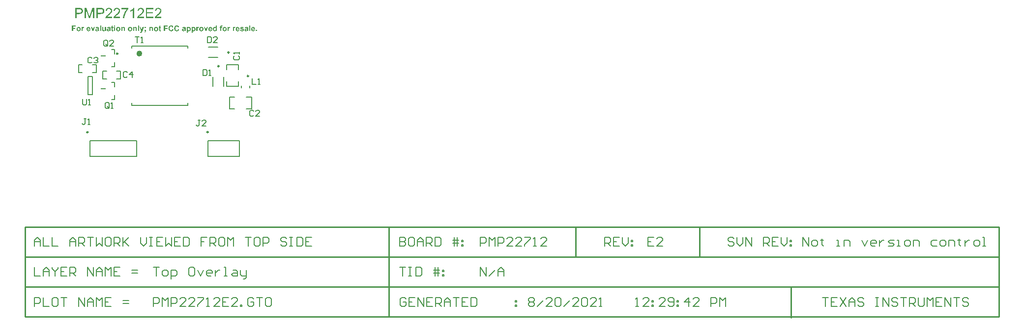
<source format=gto>
G04*
G04 #@! TF.GenerationSoftware,Altium Limited,Altium Designer,21.6.1 (37)*
G04*
G04 Layer_Color=65535*
%FSAX44Y44*%
%MOMM*%
G71*
G04*
G04 #@! TF.SameCoordinates,618BDD94-0BF2-4233-98CF-319708F98917*
G04*
G04*
G04 #@! TF.FilePolarity,Positive*
G04*
G01*
G75*
%ADD10C,0.2500*%
%ADD11C,0.5000*%
%ADD12C,0.1500*%
%ADD13C,0.1778*%
%ADD14C,0.2000*%
%ADD15C,0.2032*%
%ADD16R,0.8250X0.2000*%
%ADD17C,0.2540*%
G36*
X00440246Y00604622D02*
X00440443Y00604608D01*
X00440682Y00604580D01*
X00440950Y00604537D01*
X00441232Y00604481D01*
X00441528Y00604396D01*
X00441275Y00603085D01*
X00441260D01*
X00441204Y00603100D01*
X00441105Y00603128D01*
X00440993Y00603142D01*
X00440866Y00603170D01*
X00440725Y00603184D01*
X00440415Y00603198D01*
X00440344D01*
X00440274Y00603184D01*
X00440189Y00603170D01*
X00439992Y00603114D01*
X00439907Y00603071D01*
X00439823Y00603001D01*
Y00602987D01*
X00439794Y00602958D01*
X00439766Y00602916D01*
X00439738Y00602832D01*
X00439710Y00602733D01*
X00439682Y00602606D01*
X00439668Y00602451D01*
X00439654Y00602268D01*
Y00601774D01*
X00441049D01*
Y00600308D01*
X00439654D01*
Y00594698D01*
X00437779D01*
Y00600308D01*
X00436735D01*
Y00601774D01*
X00437779D01*
Y00602296D01*
Y00602310D01*
Y00602338D01*
Y00602380D01*
Y00602451D01*
X00437793Y00602606D01*
X00437807Y00602803D01*
X00437821Y00603015D01*
X00437863Y00603240D01*
X00437905Y00603452D01*
X00437962Y00603635D01*
X00437976Y00603649D01*
X00438004Y00603706D01*
X00438046Y00603790D01*
X00438117Y00603889D01*
X00438216Y00604002D01*
X00438328Y00604129D01*
X00438483Y00604241D01*
X00438653Y00604354D01*
X00438681Y00604368D01*
X00438751Y00604396D01*
X00438864Y00604439D01*
X00439005Y00604495D01*
X00439202Y00604552D01*
X00439414Y00604594D01*
X00439668Y00604622D01*
X00439949Y00604636D01*
X00440090D01*
X00440246Y00604622D01*
D02*
G37*
G36*
X00256844Y00602719D02*
X00254969D01*
Y00604453D01*
X00256844D01*
Y00602719D01*
D02*
G37*
G36*
X00363276Y00604622D02*
X00363431Y00604608D01*
X00363600Y00604580D01*
X00363797Y00604551D01*
X00364009Y00604509D01*
X00364235Y00604453D01*
X00364474Y00604382D01*
X00364714Y00604298D01*
X00364967Y00604185D01*
X00365207Y00604072D01*
X00365433Y00603931D01*
X00365672Y00603762D01*
X00365884Y00603579D01*
X00365898D01*
X00365912Y00603551D01*
X00365954Y00603508D01*
X00365997Y00603466D01*
X00366053Y00603396D01*
X00366109Y00603311D01*
X00366264Y00603114D01*
X00366419Y00602860D01*
X00366589Y00602550D01*
X00366744Y00602197D01*
X00366885Y00601788D01*
X00364939Y00601323D01*
Y00601337D01*
X00364925Y00601351D01*
Y00601394D01*
X00364897Y00601450D01*
X00364855Y00601577D01*
X00364784Y00601746D01*
X00364686Y00601944D01*
X00364559Y00602141D01*
X00364390Y00602338D01*
X00364206Y00602507D01*
X00364178Y00602522D01*
X00364108Y00602578D01*
X00363995Y00602648D01*
X00363840Y00602733D01*
X00363642Y00602817D01*
X00363417Y00602888D01*
X00363163Y00602944D01*
X00362881Y00602958D01*
X00362783D01*
X00362698Y00602944D01*
X00362613Y00602930D01*
X00362501Y00602916D01*
X00362261Y00602860D01*
X00361979Y00602761D01*
X00361683Y00602620D01*
X00361528Y00602536D01*
X00361387Y00602437D01*
X00361246Y00602310D01*
X00361119Y00602169D01*
Y00602155D01*
X00361091Y00602127D01*
X00361063Y00602085D01*
X00361020Y00602014D01*
X00360964Y00601929D01*
X00360908Y00601831D01*
X00360851Y00601704D01*
X00360795Y00601563D01*
X00360724Y00601394D01*
X00360668Y00601211D01*
X00360612Y00600999D01*
X00360555Y00600773D01*
X00360513Y00600520D01*
X00360485Y00600252D01*
X00360471Y00599956D01*
X00360457Y00599632D01*
Y00599618D01*
Y00599547D01*
Y00599448D01*
X00360471Y00599336D01*
Y00599180D01*
X00360499Y00598997D01*
X00360513Y00598814D01*
X00360541Y00598602D01*
X00360626Y00598166D01*
X00360738Y00597729D01*
X00360809Y00597517D01*
X00360908Y00597320D01*
X00361006Y00597136D01*
X00361119Y00596981D01*
X00361133Y00596967D01*
X00361147Y00596953D01*
X00361189Y00596911D01*
X00361246Y00596855D01*
X00361387Y00596742D01*
X00361584Y00596601D01*
X00361824Y00596446D01*
X00362120Y00596333D01*
X00362458Y00596234D01*
X00362641Y00596220D01*
X00362839Y00596206D01*
X00362909D01*
X00362966Y00596220D01*
X00363121Y00596234D01*
X00363304Y00596262D01*
X00363502Y00596333D01*
X00363727Y00596418D01*
X00363953Y00596530D01*
X00364178Y00596699D01*
X00364206Y00596728D01*
X00364277Y00596798D01*
X00364375Y00596911D01*
X00364488Y00597080D01*
X00364629Y00597306D01*
X00364756Y00597573D01*
X00364883Y00597898D01*
X00364996Y00598278D01*
X00366913Y00597686D01*
Y00597672D01*
X00366899Y00597616D01*
X00366871Y00597531D01*
X00366828Y00597418D01*
X00366772Y00597291D01*
X00366716Y00597136D01*
X00366645Y00596967D01*
X00366561Y00596784D01*
X00366363Y00596403D01*
X00366109Y00596009D01*
X00365799Y00595628D01*
X00365630Y00595459D01*
X00365447Y00595304D01*
X00365433Y00595290D01*
X00365405Y00595276D01*
X00365348Y00595233D01*
X00365264Y00595177D01*
X00365165Y00595121D01*
X00365038Y00595064D01*
X00364897Y00594994D01*
X00364742Y00594923D01*
X00364559Y00594839D01*
X00364361Y00594768D01*
X00364150Y00594712D01*
X00363924Y00594655D01*
X00363685Y00594599D01*
X00363417Y00594557D01*
X00363149Y00594543D01*
X00362853Y00594529D01*
X00362768D01*
X00362670Y00594543D01*
X00362529Y00594557D01*
X00362374Y00594571D01*
X00362176Y00594599D01*
X00361965Y00594641D01*
X00361725Y00594698D01*
X00361486Y00594768D01*
X00361232Y00594853D01*
X00360964Y00594966D01*
X00360696Y00595092D01*
X00360428Y00595233D01*
X00360160Y00595417D01*
X00359907Y00595614D01*
X00359667Y00595854D01*
X00359653Y00595868D01*
X00359611Y00595910D01*
X00359554Y00595995D01*
X00359470Y00596093D01*
X00359385Y00596234D01*
X00359272Y00596389D01*
X00359160Y00596587D01*
X00359047Y00596812D01*
X00358934Y00597052D01*
X00358821Y00597320D01*
X00358708Y00597630D01*
X00358624Y00597954D01*
X00358539Y00598292D01*
X00358483Y00598673D01*
X00358441Y00599068D01*
X00358427Y00599491D01*
Y00599505D01*
Y00599519D01*
Y00599603D01*
X00358441Y00599730D01*
Y00599899D01*
X00358469Y00600097D01*
X00358497Y00600336D01*
X00358525Y00600590D01*
X00358582Y00600886D01*
X00358652Y00601182D01*
X00358737Y00601492D01*
X00358835Y00601802D01*
X00358962Y00602127D01*
X00359103Y00602437D01*
X00359272Y00602733D01*
X00359456Y00603015D01*
X00359681Y00603283D01*
X00359695Y00603297D01*
X00359738Y00603339D01*
X00359808Y00603410D01*
X00359907Y00603494D01*
X00360034Y00603593D01*
X00360189Y00603706D01*
X00360358Y00603833D01*
X00360569Y00603959D01*
X00360795Y00604086D01*
X00361035Y00604213D01*
X00361316Y00604326D01*
X00361598Y00604425D01*
X00361923Y00604509D01*
X00362247Y00604580D01*
X00362613Y00604622D01*
X00362980Y00604636D01*
X00363149D01*
X00363276Y00604622D01*
D02*
G37*
G36*
X00353436D02*
X00353591Y00604608D01*
X00353760Y00604580D01*
X00353958Y00604551D01*
X00354169Y00604509D01*
X00354395Y00604453D01*
X00354634Y00604382D01*
X00354874Y00604298D01*
X00355128Y00604185D01*
X00355368Y00604072D01*
X00355593Y00603931D01*
X00355833Y00603762D01*
X00356044Y00603579D01*
X00356058D01*
X00356072Y00603551D01*
X00356115Y00603508D01*
X00356157Y00603466D01*
X00356213Y00603396D01*
X00356270Y00603311D01*
X00356425Y00603114D01*
X00356580Y00602860D01*
X00356749Y00602550D01*
X00356904Y00602197D01*
X00357045Y00601788D01*
X00355100Y00601323D01*
Y00601337D01*
X00355085Y00601351D01*
Y00601394D01*
X00355057Y00601450D01*
X00355015Y00601577D01*
X00354945Y00601746D01*
X00354846Y00601944D01*
X00354719Y00602141D01*
X00354550Y00602338D01*
X00354367Y00602507D01*
X00354338Y00602522D01*
X00354268Y00602578D01*
X00354155Y00602648D01*
X00354000Y00602733D01*
X00353803Y00602817D01*
X00353577Y00602888D01*
X00353323Y00602944D01*
X00353041Y00602958D01*
X00352943D01*
X00352858Y00602944D01*
X00352774Y00602930D01*
X00352661Y00602916D01*
X00352421Y00602860D01*
X00352139Y00602761D01*
X00351843Y00602620D01*
X00351688Y00602536D01*
X00351547Y00602437D01*
X00351406Y00602310D01*
X00351279Y00602169D01*
Y00602155D01*
X00351251Y00602127D01*
X00351223Y00602085D01*
X00351181Y00602014D01*
X00351124Y00601929D01*
X00351068Y00601831D01*
X00351012Y00601704D01*
X00350955Y00601563D01*
X00350885Y00601394D01*
X00350828Y00601211D01*
X00350772Y00600999D01*
X00350715Y00600773D01*
X00350673Y00600520D01*
X00350645Y00600252D01*
X00350631Y00599956D01*
X00350617Y00599632D01*
Y00599618D01*
Y00599547D01*
Y00599448D01*
X00350631Y00599336D01*
Y00599180D01*
X00350659Y00598997D01*
X00350673Y00598814D01*
X00350701Y00598602D01*
X00350786Y00598166D01*
X00350899Y00597729D01*
X00350969Y00597517D01*
X00351068Y00597320D01*
X00351167Y00597136D01*
X00351279Y00596981D01*
X00351293Y00596967D01*
X00351308Y00596953D01*
X00351350Y00596911D01*
X00351406Y00596855D01*
X00351547Y00596742D01*
X00351745Y00596601D01*
X00351984Y00596446D01*
X00352280Y00596333D01*
X00352619Y00596234D01*
X00352802Y00596220D01*
X00352999Y00596206D01*
X00353070D01*
X00353126Y00596220D01*
X00353281Y00596234D01*
X00353464Y00596262D01*
X00353662Y00596333D01*
X00353887Y00596418D01*
X00354113Y00596530D01*
X00354338Y00596699D01*
X00354367Y00596728D01*
X00354437Y00596798D01*
X00354536Y00596911D01*
X00354649Y00597080D01*
X00354790Y00597306D01*
X00354916Y00597573D01*
X00355043Y00597898D01*
X00355156Y00598278D01*
X00357073Y00597686D01*
Y00597672D01*
X00357059Y00597616D01*
X00357031Y00597531D01*
X00356989Y00597418D01*
X00356932Y00597291D01*
X00356876Y00597136D01*
X00356805Y00596967D01*
X00356721Y00596784D01*
X00356523Y00596403D01*
X00356270Y00596009D01*
X00355960Y00595628D01*
X00355790Y00595459D01*
X00355607Y00595304D01*
X00355593Y00595290D01*
X00355565Y00595276D01*
X00355508Y00595233D01*
X00355424Y00595177D01*
X00355325Y00595121D01*
X00355198Y00595064D01*
X00355057Y00594994D01*
X00354902Y00594923D01*
X00354719Y00594839D01*
X00354522Y00594768D01*
X00354310Y00594712D01*
X00354085Y00594655D01*
X00353845Y00594599D01*
X00353577Y00594557D01*
X00353309Y00594543D01*
X00353013Y00594529D01*
X00352929D01*
X00352830Y00594543D01*
X00352689Y00594557D01*
X00352534Y00594571D01*
X00352337Y00594599D01*
X00352125Y00594641D01*
X00351885Y00594698D01*
X00351646Y00594768D01*
X00351392Y00594853D01*
X00351124Y00594966D01*
X00350856Y00595092D01*
X00350589Y00595233D01*
X00350321Y00595417D01*
X00350067Y00595614D01*
X00349827Y00595854D01*
X00349813Y00595868D01*
X00349771Y00595910D01*
X00349715Y00595995D01*
X00349630Y00596093D01*
X00349545Y00596234D01*
X00349433Y00596389D01*
X00349320Y00596587D01*
X00349207Y00596812D01*
X00349094Y00597052D01*
X00348982Y00597320D01*
X00348869Y00597630D01*
X00348784Y00597954D01*
X00348700Y00598292D01*
X00348643Y00598673D01*
X00348601Y00599068D01*
X00348587Y00599491D01*
Y00599505D01*
Y00599519D01*
Y00599603D01*
X00348601Y00599730D01*
Y00599899D01*
X00348629Y00600097D01*
X00348657Y00600336D01*
X00348685Y00600590D01*
X00348742Y00600886D01*
X00348812Y00601182D01*
X00348897Y00601492D01*
X00348996Y00601802D01*
X00349123Y00602127D01*
X00349263Y00602437D01*
X00349433Y00602733D01*
X00349616Y00603015D01*
X00349841Y00603283D01*
X00349856Y00603297D01*
X00349898Y00603339D01*
X00349968Y00603410D01*
X00350067Y00603494D01*
X00350194Y00603593D01*
X00350349Y00603706D01*
X00350518Y00603833D01*
X00350730Y00603959D01*
X00350955Y00604086D01*
X00351195Y00604213D01*
X00351477Y00604326D01*
X00351759Y00604425D01*
X00352083Y00604509D01*
X00352407Y00604580D01*
X00352774Y00604622D01*
X00353140Y00604636D01*
X00353309D01*
X00353436Y00604622D01*
D02*
G37*
G36*
X00431928Y00594698D02*
X00430194D01*
Y00595727D01*
X00430180Y00595699D01*
X00430124Y00595628D01*
X00430025Y00595515D01*
X00429898Y00595388D01*
X00429757Y00595247D01*
X00429574Y00595092D01*
X00429377Y00594951D01*
X00429165Y00594824D01*
X00429137Y00594810D01*
X00429067Y00594782D01*
X00428940Y00594740D01*
X00428799Y00594684D01*
X00428615Y00594627D01*
X00428404Y00594585D01*
X00428193Y00594557D01*
X00427967Y00594543D01*
X00427854D01*
X00427770Y00594557D01*
X00427657Y00594571D01*
X00427544Y00594599D01*
X00427403Y00594627D01*
X00427248Y00594669D01*
X00427093Y00594712D01*
X00426924Y00594782D01*
X00426755Y00594853D01*
X00426571Y00594951D01*
X00426402Y00595064D01*
X00426219Y00595191D01*
X00426050Y00595346D01*
X00425881Y00595515D01*
X00425867Y00595529D01*
X00425838Y00595558D01*
X00425796Y00595614D01*
X00425754Y00595699D01*
X00425683Y00595797D01*
X00425613Y00595924D01*
X00425528Y00596065D01*
X00425458Y00596234D01*
X00425373Y00596418D01*
X00425289Y00596615D01*
X00425218Y00596840D01*
X00425162Y00597080D01*
X00425105Y00597348D01*
X00425063Y00597630D01*
X00425035Y00597926D01*
X00425021Y00598250D01*
Y00598264D01*
Y00598335D01*
Y00598419D01*
X00425035Y00598546D01*
X00425049Y00598701D01*
X00425063Y00598870D01*
X00425091Y00599068D01*
X00425119Y00599265D01*
X00425218Y00599716D01*
X00425289Y00599942D01*
X00425373Y00600167D01*
X00425472Y00600393D01*
X00425585Y00600604D01*
X00425712Y00600802D01*
X00425853Y00600985D01*
X00425867Y00600999D01*
X00425895Y00601027D01*
X00425937Y00601069D01*
X00426008Y00601140D01*
X00426092Y00601211D01*
X00426191Y00601281D01*
X00426304Y00601366D01*
X00426445Y00601464D01*
X00426586Y00601549D01*
X00426755Y00601633D01*
X00427107Y00601788D01*
X00427319Y00601845D01*
X00427530Y00601887D01*
X00427756Y00601915D01*
X00427995Y00601929D01*
X00428108D01*
X00428193Y00601915D01*
X00428291Y00601901D01*
X00428418Y00601873D01*
X00428545Y00601845D01*
X00428700Y00601803D01*
X00428855Y00601760D01*
X00429024Y00601690D01*
X00429193Y00601605D01*
X00429363Y00601521D01*
X00429546Y00601394D01*
X00429715Y00601267D01*
X00429884Y00601112D01*
X00430053Y00600943D01*
Y00604453D01*
X00431928D01*
Y00594698D01*
D02*
G37*
G36*
X00463012Y00601915D02*
X00463167Y00601887D01*
X00463365Y00601845D01*
X00463576Y00601774D01*
X00463787Y00601690D01*
X00464013Y00601563D01*
X00463421Y00599942D01*
X00463407Y00599956D01*
X00463336Y00599984D01*
X00463252Y00600040D01*
X00463139Y00600097D01*
X00462998Y00600153D01*
X00462857Y00600210D01*
X00462702Y00600238D01*
X00462547Y00600252D01*
X00462491D01*
X00462406Y00600238D01*
X00462321Y00600224D01*
X00462223Y00600196D01*
X00462110Y00600153D01*
X00461997Y00600097D01*
X00461884Y00600026D01*
X00461870Y00600012D01*
X00461842Y00599984D01*
X00461786Y00599928D01*
X00461729Y00599843D01*
X00461659Y00599744D01*
X00461588Y00599603D01*
X00461518Y00599434D01*
X00461461Y00599237D01*
Y00599209D01*
X00461447Y00599166D01*
X00461433Y00599124D01*
Y00599054D01*
X00461419Y00598969D01*
X00461405Y00598856D01*
X00461391Y00598729D01*
X00461377Y00598588D01*
X00461363Y00598405D01*
X00461349Y00598222D01*
Y00597996D01*
X00461335Y00597757D01*
X00461320Y00597489D01*
Y00597193D01*
Y00596869D01*
Y00594698D01*
X00459446D01*
Y00601774D01*
X00461180D01*
Y00600774D01*
X00461194Y00600788D01*
X00461250Y00600872D01*
X00461335Y00600999D01*
X00461447Y00601154D01*
X00461560Y00601309D01*
X00461701Y00601464D01*
X00461828Y00601605D01*
X00461969Y00601704D01*
X00461983Y00601718D01*
X00462025Y00601746D01*
X00462110Y00601774D01*
X00462209Y00601817D01*
X00462321Y00601859D01*
X00462462Y00601901D01*
X00462603Y00601915D01*
X00462772Y00601929D01*
X00462885D01*
X00463012Y00601915D01*
D02*
G37*
G36*
X00453920D02*
X00454075Y00601887D01*
X00454272Y00601845D01*
X00454483Y00601774D01*
X00454695Y00601690D01*
X00454921Y00601563D01*
X00454328Y00599942D01*
X00454314Y00599956D01*
X00454244Y00599984D01*
X00454159Y00600040D01*
X00454047Y00600097D01*
X00453905Y00600153D01*
X00453764Y00600210D01*
X00453610Y00600238D01*
X00453454Y00600252D01*
X00453398D01*
X00453313Y00600238D01*
X00453229Y00600224D01*
X00453130Y00600196D01*
X00453017Y00600153D01*
X00452905Y00600097D01*
X00452792Y00600026D01*
X00452778Y00600012D01*
X00452750Y00599984D01*
X00452693Y00599928D01*
X00452637Y00599843D01*
X00452566Y00599744D01*
X00452496Y00599603D01*
X00452425Y00599434D01*
X00452369Y00599237D01*
Y00599209D01*
X00452355Y00599166D01*
X00452341Y00599124D01*
Y00599054D01*
X00452327Y00598969D01*
X00452313Y00598856D01*
X00452299Y00598729D01*
X00452284Y00598588D01*
X00452270Y00598405D01*
X00452256Y00598222D01*
Y00597996D01*
X00452242Y00597757D01*
X00452228Y00597489D01*
Y00597193D01*
Y00596869D01*
Y00594698D01*
X00450353D01*
Y00601774D01*
X00452087D01*
Y00600774D01*
X00452101Y00600788D01*
X00452158Y00600872D01*
X00452242Y00600999D01*
X00452355Y00601154D01*
X00452468Y00601309D01*
X00452609Y00601464D01*
X00452735Y00601605D01*
X00452876Y00601704D01*
X00452891Y00601718D01*
X00452933Y00601746D01*
X00453017Y00601774D01*
X00453116Y00601817D01*
X00453229Y00601859D01*
X00453370Y00601901D01*
X00453511Y00601915D01*
X00453680Y00601929D01*
X00453793D01*
X00453920Y00601915D01*
D02*
G37*
G36*
X00400126Y00601915D02*
X00400280Y00601887D01*
X00400478Y00601845D01*
X00400689Y00601774D01*
X00400901Y00601690D01*
X00401126Y00601563D01*
X00400534Y00599942D01*
X00400520Y00599956D01*
X00400450Y00599984D01*
X00400365Y00600040D01*
X00400252Y00600097D01*
X00400111Y00600153D01*
X00399970Y00600210D01*
X00399815Y00600238D01*
X00399660Y00600252D01*
X00399604D01*
X00399519Y00600238D01*
X00399435Y00600224D01*
X00399336Y00600196D01*
X00399223Y00600153D01*
X00399110Y00600097D01*
X00398998Y00600026D01*
X00398984Y00600012D01*
X00398955Y00599984D01*
X00398899Y00599928D01*
X00398843Y00599843D01*
X00398772Y00599744D01*
X00398702Y00599603D01*
X00398631Y00599434D01*
X00398575Y00599237D01*
Y00599209D01*
X00398561Y00599166D01*
X00398547Y00599124D01*
Y00599054D01*
X00398532Y00598969D01*
X00398518Y00598856D01*
X00398504Y00598729D01*
X00398490Y00598588D01*
X00398476Y00598405D01*
X00398462Y00598222D01*
Y00597996D01*
X00398448Y00597757D01*
X00398434Y00597489D01*
Y00597193D01*
Y00596869D01*
Y00594698D01*
X00396559D01*
Y00601774D01*
X00398293D01*
Y00600773D01*
X00398307Y00600788D01*
X00398363Y00600872D01*
X00398448Y00600999D01*
X00398561Y00601154D01*
X00398674Y00601309D01*
X00398814Y00601464D01*
X00398941Y00601605D01*
X00399082Y00601704D01*
X00399096Y00601718D01*
X00399139Y00601746D01*
X00399223Y00601774D01*
X00399322Y00601817D01*
X00399435Y00601859D01*
X00399576Y00601901D01*
X00399717Y00601915D01*
X00399886Y00601929D01*
X00399999D01*
X00400126Y00601915D01*
D02*
G37*
G36*
X00202373Y00601915D02*
X00202528Y00601887D01*
X00202725Y00601845D01*
X00202937Y00601774D01*
X00203148Y00601690D01*
X00203374Y00601563D01*
X00202782Y00599942D01*
X00202768Y00599956D01*
X00202697Y00599984D01*
X00202612Y00600040D01*
X00202500Y00600097D01*
X00202359Y00600153D01*
X00202218Y00600210D01*
X00202063Y00600238D01*
X00201908Y00600252D01*
X00201851D01*
X00201767Y00600238D01*
X00201682Y00600224D01*
X00201583Y00600195D01*
X00201471Y00600153D01*
X00201358Y00600097D01*
X00201245Y00600026D01*
X00201231Y00600012D01*
X00201203Y00599984D01*
X00201146Y00599928D01*
X00201090Y00599843D01*
X00201019Y00599744D01*
X00200949Y00599603D01*
X00200879Y00599434D01*
X00200822Y00599237D01*
Y00599209D01*
X00200808Y00599166D01*
X00200794Y00599124D01*
Y00599054D01*
X00200780Y00598969D01*
X00200766Y00598856D01*
X00200752Y00598729D01*
X00200737Y00598588D01*
X00200723Y00598405D01*
X00200709Y00598222D01*
Y00597996D01*
X00200695Y00597757D01*
X00200681Y00597489D01*
Y00597193D01*
Y00596869D01*
Y00594698D01*
X00198806D01*
Y00601774D01*
X00200540D01*
Y00600773D01*
X00200554Y00600788D01*
X00200611Y00600872D01*
X00200695Y00600999D01*
X00200808Y00601154D01*
X00200921Y00601309D01*
X00201062Y00601464D01*
X00201189Y00601605D01*
X00201330Y00601704D01*
X00201344Y00601718D01*
X00201386Y00601746D01*
X00201471Y00601774D01*
X00201569Y00601817D01*
X00201682Y00601859D01*
X00201823Y00601901D01*
X00201964Y00601915D01*
X00202133Y00601929D01*
X00202246D01*
X00202373Y00601915D01*
D02*
G37*
G36*
X00392414Y00601915D02*
X00392513Y00601901D01*
X00392640Y00601873D01*
X00392781Y00601845D01*
X00392922Y00601802D01*
X00393091Y00601760D01*
X00393246Y00601690D01*
X00393429Y00601619D01*
X00393599Y00601521D01*
X00393782Y00601408D01*
X00393951Y00601281D01*
X00394120Y00601126D01*
X00394289Y00600957D01*
X00394303Y00600943D01*
X00394332Y00600914D01*
X00394374Y00600858D01*
X00394430Y00600773D01*
X00394487Y00600689D01*
X00394557Y00600562D01*
X00394642Y00600421D01*
X00394726Y00600266D01*
X00394797Y00600083D01*
X00394881Y00599885D01*
X00394952Y00599660D01*
X00395022Y00599420D01*
X00395065Y00599152D01*
X00395107Y00598885D01*
X00395135Y00598574D01*
X00395149Y00598264D01*
Y00598250D01*
Y00598194D01*
Y00598095D01*
X00395135Y00597968D01*
X00395121Y00597827D01*
X00395107Y00597658D01*
X00395079Y00597461D01*
X00395036Y00597263D01*
X00394938Y00596812D01*
X00394867Y00596587D01*
X00394783Y00596361D01*
X00394684Y00596135D01*
X00394557Y00595924D01*
X00394430Y00595713D01*
X00394275Y00595515D01*
X00394261Y00595501D01*
X00394233Y00595473D01*
X00394191Y00595431D01*
X00394120Y00595360D01*
X00394036Y00595290D01*
X00393937Y00595205D01*
X00393824Y00595121D01*
X00393697Y00595036D01*
X00393542Y00594937D01*
X00393387Y00594853D01*
X00393035Y00594698D01*
X00392837Y00594627D01*
X00392626Y00594585D01*
X00392414Y00594557D01*
X00392189Y00594543D01*
X00392090D01*
X00391977Y00594557D01*
X00391836Y00594571D01*
X00391667Y00594599D01*
X00391484Y00594641D01*
X00391301Y00594698D01*
X00391118Y00594768D01*
X00391103Y00594782D01*
X00391033Y00594810D01*
X00390948Y00594881D01*
X00390821Y00594966D01*
X00390666Y00595064D01*
X00390511Y00595205D01*
X00390328Y00595374D01*
X00390131Y00595572D01*
Y00591991D01*
X00388256D01*
Y00601774D01*
X00390004D01*
Y00600731D01*
X00390018Y00600759D01*
X00390060Y00600816D01*
X00390145Y00600914D01*
X00390243Y00601041D01*
X00390370Y00601182D01*
X00390540Y00601323D01*
X00390709Y00601464D01*
X00390920Y00601591D01*
X00390948Y00601605D01*
X00391019Y00601647D01*
X00391146Y00601704D01*
X00391301Y00601760D01*
X00391484Y00601817D01*
X00391710Y00601873D01*
X00391949Y00601915D01*
X00392203Y00601929D01*
X00392316D01*
X00392414Y00601915D01*
D02*
G37*
G36*
X00384083D02*
X00384182Y00601901D01*
X00384309Y00601873D01*
X00384450Y00601845D01*
X00384591Y00601802D01*
X00384760Y00601760D01*
X00384915Y00601690D01*
X00385098Y00601619D01*
X00385267Y00601521D01*
X00385451Y00601408D01*
X00385620Y00601281D01*
X00385789Y00601126D01*
X00385958Y00600957D01*
X00385972Y00600943D01*
X00386000Y00600914D01*
X00386043Y00600858D01*
X00386099Y00600773D01*
X00386155Y00600689D01*
X00386226Y00600562D01*
X00386310Y00600421D01*
X00386395Y00600266D01*
X00386465Y00600083D01*
X00386550Y00599885D01*
X00386620Y00599660D01*
X00386691Y00599420D01*
X00386733Y00599152D01*
X00386776Y00598885D01*
X00386804Y00598574D01*
X00386818Y00598264D01*
Y00598250D01*
Y00598194D01*
Y00598095D01*
X00386804Y00597968D01*
X00386790Y00597827D01*
X00386776Y00597658D01*
X00386747Y00597461D01*
X00386705Y00597263D01*
X00386606Y00596812D01*
X00386536Y00596587D01*
X00386451Y00596361D01*
X00386353Y00596135D01*
X00386226Y00595924D01*
X00386099Y00595713D01*
X00385944Y00595515D01*
X00385930Y00595501D01*
X00385902Y00595473D01*
X00385859Y00595431D01*
X00385789Y00595360D01*
X00385704Y00595290D01*
X00385606Y00595205D01*
X00385493Y00595121D01*
X00385366Y00595036D01*
X00385211Y00594937D01*
X00385056Y00594853D01*
X00384703Y00594698D01*
X00384506Y00594627D01*
X00384295Y00594585D01*
X00384083Y00594557D01*
X00383857Y00594543D01*
X00383759D01*
X00383646Y00594557D01*
X00383505Y00594571D01*
X00383336Y00594599D01*
X00383153Y00594641D01*
X00382969Y00594698D01*
X00382786Y00594768D01*
X00382772Y00594782D01*
X00382702Y00594810D01*
X00382617Y00594881D01*
X00382490Y00594966D01*
X00382335Y00595064D01*
X00382180Y00595205D01*
X00381997Y00595374D01*
X00381799Y00595572D01*
Y00591991D01*
X00379925D01*
Y00601774D01*
X00381673D01*
Y00600731D01*
X00381687Y00600759D01*
X00381729Y00600816D01*
X00381814Y00600914D01*
X00381912Y00601041D01*
X00382039Y00601182D01*
X00382208Y00601323D01*
X00382377Y00601464D01*
X00382589Y00601591D01*
X00382617Y00601605D01*
X00382687Y00601647D01*
X00382814Y00601704D01*
X00382969Y00601760D01*
X00383153Y00601817D01*
X00383378Y00601873D01*
X00383618Y00601915D01*
X00383872Y00601929D01*
X00383984D01*
X00384083Y00601915D01*
D02*
G37*
G36*
X00319857D02*
X00320012Y00601901D01*
X00320181Y00601873D01*
X00320365Y00601831D01*
X00320562Y00601774D01*
X00320759Y00601704D01*
X00320788Y00601690D01*
X00320844Y00601662D01*
X00320943Y00601619D01*
X00321055Y00601549D01*
X00321182Y00601464D01*
X00321309Y00601366D01*
X00321436Y00601253D01*
X00321549Y00601126D01*
X00321563Y00601112D01*
X00321591Y00601069D01*
X00321633Y00600999D01*
X00321690Y00600900D01*
X00321760Y00600788D01*
X00321817Y00600647D01*
X00321873Y00600506D01*
X00321915Y00600336D01*
Y00600322D01*
X00321929Y00600252D01*
X00321958Y00600153D01*
X00321972Y00600012D01*
X00322000Y00599843D01*
X00322014Y00599618D01*
X00322028Y00599378D01*
Y00599082D01*
Y00594698D01*
X00320153D01*
Y00598292D01*
Y00598307D01*
Y00598349D01*
Y00598405D01*
Y00598476D01*
Y00598574D01*
Y00598673D01*
X00320139Y00598913D01*
X00320125Y00599152D01*
X00320097Y00599406D01*
X00320069Y00599618D01*
X00320055Y00599702D01*
X00320026Y00599773D01*
Y00599787D01*
X00319998Y00599829D01*
X00319970Y00599885D01*
X00319928Y00599970D01*
X00319801Y00600139D01*
X00319730Y00600224D01*
X00319632Y00600294D01*
X00319618Y00600308D01*
X00319589Y00600322D01*
X00319533Y00600350D01*
X00319448Y00600393D01*
X00319350Y00600435D01*
X00319251Y00600463D01*
X00319124Y00600477D01*
X00318983Y00600491D01*
X00318899D01*
X00318814Y00600477D01*
X00318701Y00600463D01*
X00318560Y00600421D01*
X00318419Y00600379D01*
X00318264Y00600308D01*
X00318109Y00600224D01*
X00318095Y00600210D01*
X00318053Y00600181D01*
X00317982Y00600111D01*
X00317898Y00600040D01*
X00317813Y00599928D01*
X00317729Y00599815D01*
X00317644Y00599660D01*
X00317588Y00599505D01*
Y00599491D01*
X00317559Y00599420D01*
X00317545Y00599307D01*
X00317517Y00599138D01*
X00317503Y00599039D01*
X00317489Y00598913D01*
X00317475Y00598786D01*
Y00598631D01*
X00317461Y00598476D01*
X00317447Y00598292D01*
Y00598095D01*
Y00597884D01*
Y00594698D01*
X00315572D01*
Y00601774D01*
X00317306D01*
Y00600731D01*
X00317320Y00600745D01*
X00317348Y00600788D01*
X00317404Y00600844D01*
X00317475Y00600914D01*
X00317559Y00601013D01*
X00317672Y00601112D01*
X00317799Y00601225D01*
X00317940Y00601337D01*
X00318095Y00601436D01*
X00318278Y00601549D01*
X00318461Y00601647D01*
X00318673Y00601746D01*
X00318899Y00601817D01*
X00319124Y00601873D01*
X00319378Y00601915D01*
X00319632Y00601929D01*
X00319730D01*
X00319857Y00601915D01*
D02*
G37*
G36*
X00291818D02*
X00291973Y00601901D01*
X00292142Y00601873D01*
X00292326Y00601831D01*
X00292523Y00601774D01*
X00292720Y00601704D01*
X00292749Y00601690D01*
X00292805Y00601662D01*
X00292904Y00601619D01*
X00293016Y00601549D01*
X00293143Y00601464D01*
X00293270Y00601366D01*
X00293397Y00601253D01*
X00293510Y00601126D01*
X00293524Y00601112D01*
X00293552Y00601069D01*
X00293594Y00600999D01*
X00293651Y00600900D01*
X00293721Y00600788D01*
X00293778Y00600647D01*
X00293834Y00600506D01*
X00293876Y00600336D01*
Y00600322D01*
X00293890Y00600252D01*
X00293919Y00600153D01*
X00293933Y00600012D01*
X00293961Y00599843D01*
X00293975Y00599618D01*
X00293989Y00599378D01*
Y00599082D01*
Y00594698D01*
X00292114D01*
Y00598292D01*
Y00598307D01*
Y00598349D01*
Y00598405D01*
Y00598476D01*
Y00598574D01*
Y00598673D01*
X00292100Y00598913D01*
X00292086Y00599152D01*
X00292058Y00599406D01*
X00292030Y00599618D01*
X00292016Y00599702D01*
X00291987Y00599773D01*
Y00599787D01*
X00291959Y00599829D01*
X00291931Y00599885D01*
X00291889Y00599970D01*
X00291762Y00600139D01*
X00291691Y00600224D01*
X00291593Y00600294D01*
X00291579Y00600308D01*
X00291550Y00600322D01*
X00291494Y00600350D01*
X00291409Y00600393D01*
X00291311Y00600435D01*
X00291212Y00600463D01*
X00291085Y00600477D01*
X00290944Y00600491D01*
X00290860D01*
X00290775Y00600477D01*
X00290662Y00600463D01*
X00290521Y00600421D01*
X00290380Y00600379D01*
X00290225Y00600308D01*
X00290070Y00600224D01*
X00290056Y00600210D01*
X00290014Y00600181D01*
X00289943Y00600111D01*
X00289859Y00600040D01*
X00289774Y00599928D01*
X00289690Y00599815D01*
X00289605Y00599660D01*
X00289549Y00599505D01*
Y00599491D01*
X00289520Y00599420D01*
X00289506Y00599307D01*
X00289478Y00599138D01*
X00289464Y00599039D01*
X00289450Y00598913D01*
X00289436Y00598786D01*
Y00598631D01*
X00289422Y00598476D01*
X00289408Y00598292D01*
Y00598095D01*
Y00597884D01*
Y00594698D01*
X00287533D01*
Y00601774D01*
X00289267D01*
Y00600731D01*
X00289281Y00600745D01*
X00289309Y00600788D01*
X00289365Y00600844D01*
X00289436Y00600914D01*
X00289520Y00601013D01*
X00289633Y00601112D01*
X00289760Y00601225D01*
X00289901Y00601337D01*
X00290056Y00601436D01*
X00290239Y00601549D01*
X00290423Y00601647D01*
X00290634Y00601746D01*
X00290860Y00601817D01*
X00291085Y00601873D01*
X00291339Y00601915D01*
X00291593Y00601929D01*
X00291691D01*
X00291818Y00601915D01*
D02*
G37*
G36*
X00271364D02*
X00271518Y00601901D01*
X00271688Y00601873D01*
X00271871Y00601831D01*
X00272068Y00601774D01*
X00272266Y00601704D01*
X00272294Y00601690D01*
X00272350Y00601662D01*
X00272449Y00601619D01*
X00272562Y00601549D01*
X00272689Y00601464D01*
X00272815Y00601366D01*
X00272942Y00601253D01*
X00273055Y00601126D01*
X00273069Y00601112D01*
X00273097Y00601069D01*
X00273140Y00600999D01*
X00273196Y00600900D01*
X00273267Y00600788D01*
X00273323Y00600647D01*
X00273379Y00600506D01*
X00273422Y00600336D01*
Y00600322D01*
X00273436Y00600252D01*
X00273464Y00600153D01*
X00273478Y00600012D01*
X00273506Y00599843D01*
X00273520Y00599618D01*
X00273534Y00599378D01*
Y00599082D01*
Y00594698D01*
X00271660D01*
Y00598292D01*
Y00598307D01*
Y00598349D01*
Y00598405D01*
Y00598476D01*
Y00598574D01*
Y00598673D01*
X00271645Y00598913D01*
X00271631Y00599152D01*
X00271603Y00599406D01*
X00271575Y00599618D01*
X00271561Y00599702D01*
X00271533Y00599773D01*
Y00599787D01*
X00271504Y00599829D01*
X00271476Y00599885D01*
X00271434Y00599970D01*
X00271307Y00600139D01*
X00271237Y00600224D01*
X00271138Y00600294D01*
X00271124Y00600308D01*
X00271096Y00600322D01*
X00271039Y00600350D01*
X00270955Y00600393D01*
X00270856Y00600435D01*
X00270757Y00600463D01*
X00270630Y00600477D01*
X00270490Y00600491D01*
X00270405D01*
X00270320Y00600477D01*
X00270208Y00600463D01*
X00270067Y00600421D01*
X00269926Y00600379D01*
X00269771Y00600308D01*
X00269615Y00600224D01*
X00269601Y00600210D01*
X00269559Y00600181D01*
X00269489Y00600111D01*
X00269404Y00600040D01*
X00269319Y00599928D01*
X00269235Y00599815D01*
X00269150Y00599660D01*
X00269094Y00599505D01*
Y00599491D01*
X00269066Y00599420D01*
X00269052Y00599307D01*
X00269023Y00599138D01*
X00269009Y00599039D01*
X00268995Y00598913D01*
X00268981Y00598786D01*
Y00598631D01*
X00268967Y00598476D01*
X00268953Y00598292D01*
Y00598095D01*
Y00597884D01*
Y00594698D01*
X00267078D01*
Y00601774D01*
X00268812D01*
Y00600731D01*
X00268826Y00600745D01*
X00268854Y00600788D01*
X00268911Y00600844D01*
X00268981Y00600914D01*
X00269066Y00601013D01*
X00269178Y00601112D01*
X00269305Y00601225D01*
X00269446Y00601337D01*
X00269601Y00601436D01*
X00269785Y00601549D01*
X00269968Y00601647D01*
X00270179Y00601746D01*
X00270405Y00601817D01*
X00270630Y00601873D01*
X00270884Y00601915D01*
X00271138Y00601929D01*
X00271237D01*
X00271364Y00601915D01*
D02*
G37*
G36*
X00309440Y00599899D02*
X00307565D01*
Y00601774D01*
X00309440D01*
Y00599899D01*
D02*
G37*
G36*
X00475333Y00601915D02*
X00475474Y00601901D01*
X00475629Y00601887D01*
X00475798Y00601873D01*
X00476151Y00601817D01*
X00476503Y00601732D01*
X00476841Y00601605D01*
X00476996Y00601535D01*
X00477137Y00601450D01*
X00477151D01*
X00477166Y00601422D01*
X00477250Y00601366D01*
X00477377Y00601253D01*
X00477518Y00601098D01*
X00477687Y00600914D01*
X00477842Y00600675D01*
X00477997Y00600393D01*
X00478110Y00600069D01*
X00476348Y00599744D01*
Y00599758D01*
X00476320Y00599815D01*
X00476292Y00599885D01*
X00476249Y00599970D01*
X00476193Y00600083D01*
X00476108Y00600181D01*
X00476024Y00600280D01*
X00475911Y00600365D01*
X00475897Y00600379D01*
X00475854Y00600407D01*
X00475784Y00600435D01*
X00475685Y00600477D01*
X00475559Y00600520D01*
X00475403Y00600562D01*
X00475220Y00600576D01*
X00475009Y00600590D01*
X00474882D01*
X00474755Y00600576D01*
X00474600Y00600562D01*
X00474417Y00600534D01*
X00474248Y00600506D01*
X00474092Y00600449D01*
X00473951Y00600379D01*
X00473937D01*
X00473923Y00600351D01*
X00473853Y00600280D01*
X00473768Y00600153D01*
X00473754Y00600083D01*
X00473740Y00599998D01*
Y00599984D01*
Y00599970D01*
X00473768Y00599885D01*
X00473825Y00599773D01*
X00473867Y00599716D01*
X00473923Y00599660D01*
X00473937Y00599646D01*
X00473994Y00599632D01*
X00474022Y00599603D01*
X00474078Y00599589D01*
X00474149Y00599561D01*
X00474233Y00599519D01*
X00474346Y00599491D01*
X00474459Y00599448D01*
X00474600Y00599406D01*
X00474769Y00599364D01*
X00474952Y00599307D01*
X00475164Y00599251D01*
X00475403Y00599195D01*
X00475671Y00599124D01*
X00475685D01*
X00475742Y00599110D01*
X00475812Y00599096D01*
X00475911Y00599068D01*
X00476038Y00599025D01*
X00476179Y00598997D01*
X00476489Y00598899D01*
X00476841Y00598772D01*
X00477180Y00598631D01*
X00477349Y00598546D01*
X00477504Y00598476D01*
X00477631Y00598377D01*
X00477758Y00598292D01*
X00477786Y00598264D01*
X00477856Y00598208D01*
X00477941Y00598095D01*
X00478054Y00597940D01*
X00478167Y00597743D01*
X00478251Y00597503D01*
X00478321Y00597221D01*
X00478350Y00596911D01*
Y00596897D01*
Y00596869D01*
Y00596812D01*
X00478336Y00596742D01*
X00478321Y00596671D01*
X00478307Y00596573D01*
X00478251Y00596333D01*
X00478152Y00596079D01*
X00478082Y00595938D01*
X00478011Y00595797D01*
X00477913Y00595656D01*
X00477800Y00595515D01*
X00477673Y00595374D01*
X00477532Y00595233D01*
X00477518Y00595219D01*
X00477490Y00595205D01*
X00477448Y00595177D01*
X00477377Y00595121D01*
X00477292Y00595078D01*
X00477194Y00595022D01*
X00477067Y00594951D01*
X00476926Y00594895D01*
X00476771Y00594824D01*
X00476588Y00594768D01*
X00476390Y00594698D01*
X00476179Y00594655D01*
X00475939Y00594613D01*
X00475685Y00594571D01*
X00475418Y00594557D01*
X00475136Y00594543D01*
X00474995D01*
X00474896Y00594557D01*
X00474769D01*
X00474628Y00594571D01*
X00474473Y00594585D01*
X00474304Y00594613D01*
X00473937Y00594684D01*
X00473557Y00594782D01*
X00473176Y00594923D01*
X00473007Y00595022D01*
X00472838Y00595121D01*
X00472824Y00595135D01*
X00472795Y00595149D01*
X00472753Y00595177D01*
X00472711Y00595233D01*
X00472556Y00595360D01*
X00472387Y00595544D01*
X00472203Y00595769D01*
X00472034Y00596037D01*
X00471879Y00596361D01*
X00471752Y00596713D01*
X00473627Y00596996D01*
Y00596967D01*
X00473655Y00596911D01*
X00473684Y00596812D01*
X00473726Y00596685D01*
X00473796Y00596544D01*
X00473881Y00596418D01*
X00473980Y00596277D01*
X00474106Y00596164D01*
X00474121Y00596150D01*
X00474177Y00596121D01*
X00474262Y00596079D01*
X00474374Y00596037D01*
X00474515Y00595980D01*
X00474699Y00595938D01*
X00474896Y00595910D01*
X00475136Y00595896D01*
X00475248D01*
X00475389Y00595910D01*
X00475544Y00595924D01*
X00475714Y00595952D01*
X00475897Y00596009D01*
X00476066Y00596065D01*
X00476221Y00596150D01*
X00476235Y00596164D01*
X00476263Y00596192D01*
X00476306Y00596234D01*
X00476348Y00596291D01*
X00476390Y00596361D01*
X00476432Y00596446D01*
X00476461Y00596544D01*
X00476475Y00596657D01*
Y00596671D01*
Y00596699D01*
X00476461Y00596784D01*
X00476418Y00596897D01*
X00476334Y00597010D01*
X00476306Y00597038D01*
X00476263Y00597052D01*
X00476207Y00597094D01*
X00476122Y00597122D01*
X00476010Y00597165D01*
X00475883Y00597207D01*
X00475714Y00597249D01*
X00475685D01*
X00475615Y00597277D01*
X00475502Y00597306D01*
X00475347Y00597334D01*
X00475164Y00597376D01*
X00474966Y00597433D01*
X00474741Y00597489D01*
X00474501Y00597559D01*
X00474008Y00597700D01*
X00473768Y00597771D01*
X00473543Y00597855D01*
X00473331Y00597926D01*
X00473134Y00598010D01*
X00472965Y00598095D01*
X00472838Y00598166D01*
X00472824Y00598180D01*
X00472795Y00598194D01*
X00472767Y00598222D01*
X00472711Y00598278D01*
X00472570Y00598405D01*
X00472429Y00598588D01*
X00472274Y00598814D01*
X00472133Y00599082D01*
X00472077Y00599237D01*
X00472048Y00599406D01*
X00472020Y00599575D01*
X00472006Y00599758D01*
Y00599773D01*
Y00599801D01*
Y00599843D01*
X00472020Y00599914D01*
X00472034Y00599984D01*
X00472048Y00600083D01*
X00472091Y00600294D01*
X00472175Y00600534D01*
X00472316Y00600788D01*
X00472387Y00600928D01*
X00472485Y00601055D01*
X00472598Y00601182D01*
X00472725Y00601295D01*
X00472739Y00601309D01*
X00472753Y00601323D01*
X00472795Y00601352D01*
X00472866Y00601394D01*
X00472937Y00601436D01*
X00473035Y00601492D01*
X00473148Y00601549D01*
X00473275Y00601619D01*
X00473430Y00601676D01*
X00473599Y00601732D01*
X00473782Y00601788D01*
X00473980Y00601831D01*
X00474205Y00601873D01*
X00474445Y00601901D01*
X00474699Y00601929D01*
X00475220D01*
X00475333Y00601915D01*
D02*
G37*
G36*
X00413884Y00594698D02*
X00412192D01*
X00409345Y00601774D01*
X00411304D01*
X00412644Y00598151D01*
X00413024Y00596953D01*
X00413038Y00596967D01*
X00413052Y00597024D01*
X00413081Y00597108D01*
X00413109Y00597193D01*
X00413179Y00597404D01*
X00413208Y00597489D01*
X00413222Y00597559D01*
Y00597574D01*
X00413236Y00597616D01*
X00413250Y00597672D01*
X00413278Y00597743D01*
X00413334Y00597940D01*
X00413419Y00598151D01*
X00414772Y00601774D01*
X00416689D01*
X00413884Y00594698D01*
D02*
G37*
G36*
X00219176Y00594698D02*
X00217485D01*
X00214637Y00601774D01*
X00216597D01*
X00217936Y00598151D01*
X00218316Y00596953D01*
X00218331Y00596967D01*
X00218345Y00597024D01*
X00218373Y00597108D01*
X00218401Y00597193D01*
X00218472Y00597404D01*
X00218500Y00597489D01*
X00218514Y00597559D01*
Y00597573D01*
X00218528Y00597616D01*
X00218542Y00597672D01*
X00218570Y00597743D01*
X00218627Y00597940D01*
X00218711Y00598151D01*
X00220065Y00601774D01*
X00221982D01*
X00219176Y00594698D01*
D02*
G37*
G36*
X00303561Y00594951D02*
X00303110Y00593739D01*
X00303096Y00593711D01*
X00303068Y00593640D01*
X00303011Y00593528D01*
X00302955Y00593387D01*
X00302884Y00593232D01*
X00302800Y00593077D01*
X00302715Y00592935D01*
X00302631Y00592794D01*
X00302617Y00592780D01*
X00302588Y00592738D01*
X00302546Y00592682D01*
X00302490Y00592597D01*
X00302335Y00592428D01*
X00302123Y00592259D01*
X00302109Y00592245D01*
X00302067Y00592231D01*
X00302010Y00592188D01*
X00301926Y00592146D01*
X00301827Y00592104D01*
X00301714Y00592047D01*
X00301573Y00591991D01*
X00301418Y00591949D01*
X00301404D01*
X00301348Y00591935D01*
X00301263Y00591906D01*
X00301136Y00591892D01*
X00300995Y00591864D01*
X00300840Y00591836D01*
X00300657Y00591822D01*
X00300375D01*
X00300262Y00591836D01*
X00300135D01*
X00299966Y00591850D01*
X00299797Y00591878D01*
X00299417Y00591949D01*
X00299247Y00593415D01*
X00299261D01*
X00299318Y00593401D01*
X00299402Y00593387D01*
X00299515Y00593372D01*
X00299628Y00593344D01*
X00299769Y00593330D01*
X00300037Y00593316D01*
X00300149D01*
X00300262Y00593344D01*
X00300403Y00593372D01*
X00300558Y00593415D01*
X00300713Y00593485D01*
X00300868Y00593584D01*
X00300995Y00593711D01*
X00301010Y00593725D01*
X00301052Y00593781D01*
X00301108Y00593866D01*
X00301179Y00593979D01*
X00301249Y00594120D01*
X00301334Y00594289D01*
X00301404Y00594472D01*
X00301475Y00594683D01*
X00298796Y00601774D01*
X00300784D01*
X00302461Y00596742D01*
X00304125Y00601774D01*
X00306056D01*
X00303561Y00594951D01*
D02*
G37*
G36*
X00240928Y00594698D02*
X00239194D01*
Y00595755D01*
X00239180Y00595727D01*
X00239124Y00595656D01*
X00239039Y00595558D01*
X00238912Y00595431D01*
X00238771Y00595276D01*
X00238588Y00595135D01*
X00238391Y00594980D01*
X00238165Y00594853D01*
X00238137Y00594839D01*
X00238052Y00594810D01*
X00237925Y00594754D01*
X00237756Y00594698D01*
X00237559Y00594641D01*
X00237333Y00594585D01*
X00237094Y00594557D01*
X00236840Y00594543D01*
X00236713D01*
X00236586Y00594557D01*
X00236417Y00594585D01*
X00236206Y00594613D01*
X00235994Y00594669D01*
X00235769Y00594754D01*
X00235557Y00594853D01*
X00235529Y00594867D01*
X00235473Y00594909D01*
X00235360Y00594980D01*
X00235247Y00595078D01*
X00235106Y00595205D01*
X00234979Y00595346D01*
X00234852Y00595529D01*
X00234739Y00595727D01*
X00234725Y00595755D01*
X00234697Y00595825D01*
X00234655Y00595952D01*
X00234613Y00596135D01*
X00234570Y00596361D01*
X00234528Y00596629D01*
X00234500Y00596939D01*
X00234486Y00597291D01*
Y00601774D01*
X00236361D01*
Y00598518D01*
Y00598504D01*
Y00598447D01*
Y00598377D01*
Y00598278D01*
Y00598166D01*
Y00598039D01*
X00236375Y00597743D01*
X00236389Y00597418D01*
X00236403Y00597122D01*
X00236417Y00596995D01*
X00236431Y00596869D01*
X00236445Y00596770D01*
X00236459Y00596699D01*
Y00596685D01*
X00236473Y00596643D01*
X00236502Y00596587D01*
X00236544Y00596502D01*
X00236586Y00596418D01*
X00236657Y00596333D01*
X00236727Y00596248D01*
X00236826Y00596164D01*
X00236840Y00596150D01*
X00236882Y00596135D01*
X00236939Y00596107D01*
X00237023Y00596079D01*
X00237122Y00596037D01*
X00237249Y00596009D01*
X00237376Y00595994D01*
X00237531Y00595980D01*
X00237615D01*
X00237700Y00595994D01*
X00237813Y00596009D01*
X00237954Y00596037D01*
X00238095Y00596093D01*
X00238250Y00596150D01*
X00238391Y00596234D01*
X00238405Y00596248D01*
X00238447Y00596277D01*
X00238517Y00596333D01*
X00238602Y00596418D01*
X00238687Y00596516D01*
X00238771Y00596615D01*
X00238856Y00596742D01*
X00238912Y00596883D01*
Y00596897D01*
X00238940Y00596967D01*
Y00597024D01*
X00238955Y00597094D01*
X00238969Y00597165D01*
X00238983Y00597263D01*
X00238997Y00597390D01*
X00239011Y00597517D01*
X00239025Y00597672D01*
Y00597855D01*
X00239039Y00598053D01*
X00239053Y00598278D01*
Y00598518D01*
Y00598786D01*
Y00601774D01*
X00240928D01*
Y00594698D01*
D02*
G37*
G36*
X00500820Y00594698D02*
X00498945D01*
Y00596573D01*
X00500820D01*
Y00594698D01*
D02*
G37*
G36*
X00489444D02*
X00487569D01*
Y00604453D01*
X00489444D01*
Y00594698D01*
D02*
G37*
G36*
X00483058Y00601915D02*
X00483171D01*
X00483453Y00601887D01*
X00483749Y00601859D01*
X00484059Y00601803D01*
X00484355Y00601718D01*
X00484482Y00601676D01*
X00484609Y00601619D01*
X00484623D01*
X00484637Y00601605D01*
X00484707Y00601563D01*
X00484820Y00601507D01*
X00484947Y00601422D01*
X00485102Y00601309D01*
X00485243Y00601182D01*
X00485370Y00601027D01*
X00485483Y00600872D01*
X00485497Y00600844D01*
X00485525Y00600788D01*
X00485567Y00600661D01*
X00485582Y00600590D01*
X00485610Y00600491D01*
X00485638Y00600393D01*
X00485652Y00600266D01*
X00485680Y00600125D01*
X00485694Y00599970D01*
X00485708Y00599801D01*
X00485722Y00599618D01*
X00485737Y00599420D01*
Y00599195D01*
X00485708Y00597010D01*
Y00596996D01*
Y00596967D01*
Y00596925D01*
Y00596855D01*
Y00596685D01*
X00485722Y00596488D01*
Y00596262D01*
X00485751Y00596037D01*
X00485765Y00595811D01*
X00485793Y00595628D01*
Y00595614D01*
X00485807Y00595558D01*
X00485835Y00595459D01*
X00485863Y00595346D01*
X00485920Y00595205D01*
X00485976Y00595050D01*
X00486047Y00594881D01*
X00486131Y00594698D01*
X00484285D01*
Y00594712D01*
X00484271Y00594726D01*
X00484256Y00594782D01*
X00484228Y00594839D01*
X00484200Y00594909D01*
X00484172Y00595008D01*
X00484144Y00595121D01*
X00484101Y00595247D01*
Y00595261D01*
X00484087Y00595276D01*
X00484073Y00595332D01*
X00484045Y00595402D01*
X00484031Y00595459D01*
X00484003Y00595445D01*
X00483946Y00595388D01*
X00483848Y00595304D01*
X00483721Y00595205D01*
X00483566Y00595092D01*
X00483396Y00594966D01*
X00483199Y00594867D01*
X00483002Y00594768D01*
X00482974Y00594754D01*
X00482903Y00594740D01*
X00482790Y00594698D01*
X00482649Y00594655D01*
X00482480Y00594613D01*
X00482283Y00594585D01*
X00482057Y00594557D01*
X00481832Y00594543D01*
X00481733D01*
X00481648Y00594557D01*
X00481564D01*
X00481451Y00594571D01*
X00481211Y00594613D01*
X00480929Y00594684D01*
X00480648Y00594782D01*
X00480366Y00594923D01*
X00480112Y00595121D01*
Y00595135D01*
X00480084Y00595149D01*
X00480013Y00595233D01*
X00479915Y00595360D01*
X00479802Y00595529D01*
X00479689Y00595741D01*
X00479590Y00595995D01*
X00479520Y00596291D01*
X00479506Y00596446D01*
X00479492Y00596615D01*
Y00596643D01*
Y00596713D01*
X00479506Y00596826D01*
X00479534Y00596967D01*
X00479562Y00597136D01*
X00479604Y00597306D01*
X00479675Y00597489D01*
X00479773Y00597672D01*
X00479788Y00597700D01*
X00479830Y00597757D01*
X00479886Y00597841D01*
X00479985Y00597940D01*
X00480084Y00598053D01*
X00480225Y00598180D01*
X00480380Y00598292D01*
X00480563Y00598391D01*
X00480591Y00598405D01*
X00480662Y00598433D01*
X00480774Y00598476D01*
X00480944Y00598546D01*
X00481155Y00598617D01*
X00481409Y00598687D01*
X00481719Y00598758D01*
X00482057Y00598828D01*
X00482071D01*
X00482114Y00598842D01*
X00482184Y00598856D01*
X00482269Y00598870D01*
X00482382Y00598885D01*
X00482508Y00598913D01*
X00482790Y00598983D01*
X00483086Y00599054D01*
X00483396Y00599124D01*
X00483664Y00599209D01*
X00483791Y00599251D01*
X00483890Y00599293D01*
Y00599477D01*
Y00599505D01*
Y00599561D01*
X00483876Y00599660D01*
X00483862Y00599787D01*
X00483819Y00599914D01*
X00483777Y00600040D01*
X00483707Y00600153D01*
X00483608Y00600252D01*
X00483594Y00600266D01*
X00483551Y00600294D01*
X00483481Y00600322D01*
X00483382Y00600379D01*
X00483241Y00600421D01*
X00483072Y00600449D01*
X00482861Y00600477D01*
X00482607Y00600491D01*
X00482522D01*
X00482438Y00600477D01*
X00482325Y00600463D01*
X00482198Y00600435D01*
X00482057Y00600407D01*
X00481930Y00600351D01*
X00481818Y00600280D01*
X00481804Y00600266D01*
X00481775Y00600238D01*
X00481719Y00600196D01*
X00481662Y00600125D01*
X00481578Y00600026D01*
X00481507Y00599899D01*
X00481437Y00599758D01*
X00481367Y00599589D01*
X00479689Y00599899D01*
Y00599914D01*
X00479703Y00599942D01*
X00479717Y00599998D01*
X00479745Y00600069D01*
X00479773Y00600153D01*
X00479816Y00600252D01*
X00479915Y00600477D01*
X00480056Y00600717D01*
X00480225Y00600971D01*
X00480422Y00601211D01*
X00480662Y00601422D01*
X00480676D01*
X00480690Y00601450D01*
X00480732Y00601464D01*
X00480788Y00601507D01*
X00480873Y00601535D01*
X00480958Y00601577D01*
X00481070Y00601633D01*
X00481183Y00601676D01*
X00481324Y00601718D01*
X00481479Y00601774D01*
X00481648Y00601817D01*
X00481846Y00601845D01*
X00482043Y00601887D01*
X00482269Y00601901D01*
X00482494Y00601929D01*
X00482959D01*
X00483058Y00601915D01*
D02*
G37*
G36*
X00375456Y00601915D02*
X00375569D01*
X00375850Y00601887D01*
X00376147Y00601859D01*
X00376457Y00601802D01*
X00376753Y00601718D01*
X00376880Y00601676D01*
X00377006Y00601619D01*
X00377020D01*
X00377035Y00601605D01*
X00377105Y00601563D01*
X00377218Y00601507D01*
X00377345Y00601422D01*
X00377500Y00601309D01*
X00377641Y00601182D01*
X00377768Y00601027D01*
X00377880Y00600872D01*
X00377895Y00600844D01*
X00377923Y00600788D01*
X00377965Y00600661D01*
X00377979Y00600590D01*
X00378007Y00600491D01*
X00378036Y00600393D01*
X00378050Y00600266D01*
X00378078Y00600125D01*
X00378092Y00599970D01*
X00378106Y00599801D01*
X00378120Y00599618D01*
X00378134Y00599420D01*
Y00599195D01*
X00378106Y00597010D01*
Y00596996D01*
Y00596967D01*
Y00596925D01*
Y00596855D01*
Y00596685D01*
X00378120Y00596488D01*
Y00596262D01*
X00378148Y00596037D01*
X00378162Y00595811D01*
X00378190Y00595628D01*
Y00595614D01*
X00378205Y00595558D01*
X00378233Y00595459D01*
X00378261Y00595346D01*
X00378317Y00595205D01*
X00378374Y00595050D01*
X00378444Y00594881D01*
X00378529Y00594698D01*
X00376682D01*
Y00594712D01*
X00376668Y00594726D01*
X00376654Y00594782D01*
X00376626Y00594839D01*
X00376598Y00594909D01*
X00376569Y00595008D01*
X00376541Y00595121D01*
X00376499Y00595247D01*
Y00595261D01*
X00376485Y00595276D01*
X00376471Y00595332D01*
X00376442Y00595402D01*
X00376428Y00595459D01*
X00376400Y00595445D01*
X00376344Y00595388D01*
X00376245Y00595304D01*
X00376118Y00595205D01*
X00375963Y00595092D01*
X00375794Y00594966D01*
X00375597Y00594867D01*
X00375399Y00594768D01*
X00375371Y00594754D01*
X00375301Y00594740D01*
X00375188Y00594698D01*
X00375047Y00594655D01*
X00374878Y00594613D01*
X00374680Y00594585D01*
X00374455Y00594557D01*
X00374229Y00594543D01*
X00374131D01*
X00374046Y00594557D01*
X00373961D01*
X00373849Y00594571D01*
X00373609Y00594613D01*
X00373327Y00594683D01*
X00373045Y00594782D01*
X00372763Y00594923D01*
X00372509Y00595121D01*
Y00595135D01*
X00372481Y00595149D01*
X00372411Y00595233D01*
X00372312Y00595360D01*
X00372199Y00595529D01*
X00372086Y00595741D01*
X00371988Y00595995D01*
X00371917Y00596291D01*
X00371903Y00596446D01*
X00371889Y00596615D01*
Y00596643D01*
Y00596713D01*
X00371903Y00596826D01*
X00371931Y00596967D01*
X00371960Y00597136D01*
X00372002Y00597306D01*
X00372072Y00597489D01*
X00372171Y00597672D01*
X00372185Y00597700D01*
X00372228Y00597757D01*
X00372284Y00597841D01*
X00372383Y00597940D01*
X00372481Y00598053D01*
X00372622Y00598180D01*
X00372777Y00598292D01*
X00372961Y00598391D01*
X00372989Y00598405D01*
X00373059Y00598433D01*
X00373172Y00598476D01*
X00373341Y00598546D01*
X00373553Y00598617D01*
X00373806Y00598687D01*
X00374117Y00598758D01*
X00374455Y00598828D01*
X00374469D01*
X00374511Y00598842D01*
X00374582Y00598856D01*
X00374666Y00598870D01*
X00374779Y00598885D01*
X00374906Y00598913D01*
X00375188Y00598983D01*
X00375484Y00599054D01*
X00375794Y00599124D01*
X00376062Y00599209D01*
X00376189Y00599251D01*
X00376287Y00599293D01*
Y00599477D01*
Y00599505D01*
Y00599561D01*
X00376273Y00599660D01*
X00376259Y00599787D01*
X00376217Y00599913D01*
X00376175Y00600040D01*
X00376104Y00600153D01*
X00376006Y00600252D01*
X00375991Y00600266D01*
X00375949Y00600294D01*
X00375879Y00600322D01*
X00375780Y00600379D01*
X00375639Y00600421D01*
X00375470Y00600449D01*
X00375258Y00600477D01*
X00375005Y00600491D01*
X00374920D01*
X00374835Y00600477D01*
X00374723Y00600463D01*
X00374596Y00600435D01*
X00374455Y00600407D01*
X00374328Y00600350D01*
X00374215Y00600280D01*
X00374201Y00600266D01*
X00374173Y00600238D01*
X00374117Y00600196D01*
X00374060Y00600125D01*
X00373975Y00600026D01*
X00373905Y00599899D01*
X00373835Y00599758D01*
X00373764Y00599589D01*
X00372086Y00599899D01*
Y00599913D01*
X00372101Y00599942D01*
X00372115Y00599998D01*
X00372143Y00600069D01*
X00372171Y00600153D01*
X00372213Y00600252D01*
X00372312Y00600477D01*
X00372453Y00600717D01*
X00372622Y00600971D01*
X00372820Y00601211D01*
X00373059Y00601422D01*
X00373073D01*
X00373087Y00601450D01*
X00373130Y00601464D01*
X00373186Y00601507D01*
X00373271Y00601535D01*
X00373355Y00601577D01*
X00373468Y00601633D01*
X00373581Y00601676D01*
X00373722Y00601718D01*
X00373877Y00601774D01*
X00374046Y00601817D01*
X00374243Y00601845D01*
X00374441Y00601887D01*
X00374666Y00601901D01*
X00374892Y00601929D01*
X00375357D01*
X00375456Y00601915D01*
D02*
G37*
G36*
X00347304Y00602803D02*
X00342581D01*
Y00600491D01*
X00346656D01*
Y00598842D01*
X00342581D01*
Y00594698D01*
X00340608D01*
Y00604453D01*
X00347304D01*
Y00602803D01*
D02*
G37*
G36*
X00297753Y00594698D02*
X00295878D01*
Y00604453D01*
X00297753D01*
Y00594698D01*
D02*
G37*
G36*
X00256844D02*
X00254969D01*
Y00601774D01*
X00256844D01*
Y00594698D01*
D02*
G37*
G36*
X00245918Y00601915D02*
X00246031D01*
X00246313Y00601887D01*
X00246609Y00601859D01*
X00246919Y00601802D01*
X00247215Y00601718D01*
X00247342Y00601676D01*
X00247469Y00601619D01*
X00247483D01*
X00247497Y00601605D01*
X00247568Y00601563D01*
X00247680Y00601507D01*
X00247807Y00601422D01*
X00247962Y00601309D01*
X00248103Y00601182D01*
X00248230Y00601027D01*
X00248343Y00600872D01*
X00248357Y00600844D01*
X00248385Y00600788D01*
X00248428Y00600661D01*
X00248442Y00600590D01*
X00248470Y00600491D01*
X00248498Y00600393D01*
X00248512Y00600266D01*
X00248540Y00600125D01*
X00248554Y00599970D01*
X00248569Y00599801D01*
X00248583Y00599618D01*
X00248597Y00599420D01*
Y00599195D01*
X00248569Y00597010D01*
Y00596995D01*
Y00596967D01*
Y00596925D01*
Y00596855D01*
Y00596685D01*
X00248583Y00596488D01*
Y00596262D01*
X00248611Y00596037D01*
X00248625Y00595811D01*
X00248653Y00595628D01*
Y00595614D01*
X00248667Y00595558D01*
X00248696Y00595459D01*
X00248724Y00595346D01*
X00248780Y00595205D01*
X00248836Y00595050D01*
X00248907Y00594881D01*
X00248992Y00594698D01*
X00247145D01*
Y00594712D01*
X00247131Y00594726D01*
X00247117Y00594782D01*
X00247088Y00594839D01*
X00247060Y00594909D01*
X00247032Y00595008D01*
X00247004Y00595121D01*
X00246962Y00595247D01*
Y00595261D01*
X00246947Y00595276D01*
X00246933Y00595332D01*
X00246905Y00595402D01*
X00246891Y00595459D01*
X00246863Y00595445D01*
X00246807Y00595388D01*
X00246708Y00595304D01*
X00246581Y00595205D01*
X00246426Y00595092D01*
X00246257Y00594966D01*
X00246059Y00594867D01*
X00245862Y00594768D01*
X00245834Y00594754D01*
X00245763Y00594740D01*
X00245651Y00594698D01*
X00245510Y00594655D01*
X00245340Y00594613D01*
X00245143Y00594585D01*
X00244918Y00594557D01*
X00244692Y00594543D01*
X00244593D01*
X00244509Y00594557D01*
X00244424D01*
X00244311Y00594571D01*
X00244072Y00594613D01*
X00243790Y00594683D01*
X00243508Y00594782D01*
X00243226Y00594923D01*
X00242972Y00595121D01*
Y00595135D01*
X00242944Y00595149D01*
X00242873Y00595233D01*
X00242775Y00595360D01*
X00242662Y00595529D01*
X00242549Y00595741D01*
X00242451Y00595994D01*
X00242380Y00596291D01*
X00242366Y00596446D01*
X00242352Y00596615D01*
Y00596643D01*
Y00596713D01*
X00242366Y00596826D01*
X00242394Y00596967D01*
X00242422Y00597136D01*
X00242465Y00597306D01*
X00242535Y00597489D01*
X00242634Y00597672D01*
X00242648Y00597700D01*
X00242690Y00597757D01*
X00242747Y00597841D01*
X00242845Y00597940D01*
X00242944Y00598053D01*
X00243085Y00598180D01*
X00243240Y00598292D01*
X00243423Y00598391D01*
X00243451Y00598405D01*
X00243522Y00598433D01*
X00243635Y00598476D01*
X00243804Y00598546D01*
X00244015Y00598617D01*
X00244269Y00598687D01*
X00244579Y00598758D01*
X00244918Y00598828D01*
X00244932D01*
X00244974Y00598842D01*
X00245044Y00598856D01*
X00245129Y00598870D01*
X00245242Y00598884D01*
X00245369Y00598913D01*
X00245651Y00598983D01*
X00245947Y00599054D01*
X00246257Y00599124D01*
X00246525Y00599209D01*
X00246651Y00599251D01*
X00246750Y00599293D01*
Y00599477D01*
Y00599505D01*
Y00599561D01*
X00246736Y00599660D01*
X00246722Y00599787D01*
X00246680Y00599913D01*
X00246637Y00600040D01*
X00246567Y00600153D01*
X00246468Y00600252D01*
X00246454Y00600266D01*
X00246412Y00600294D01*
X00246341Y00600322D01*
X00246243Y00600379D01*
X00246102Y00600421D01*
X00245933Y00600449D01*
X00245721Y00600477D01*
X00245467Y00600491D01*
X00245383D01*
X00245298Y00600477D01*
X00245185Y00600463D01*
X00245058Y00600435D01*
X00244918Y00600407D01*
X00244791Y00600350D01*
X00244678Y00600280D01*
X00244664Y00600266D01*
X00244636Y00600238D01*
X00244579Y00600195D01*
X00244523Y00600125D01*
X00244438Y00600026D01*
X00244368Y00599899D01*
X00244297Y00599758D01*
X00244227Y00599589D01*
X00242549Y00599899D01*
Y00599913D01*
X00242563Y00599942D01*
X00242577Y00599998D01*
X00242606Y00600069D01*
X00242634Y00600153D01*
X00242676Y00600252D01*
X00242775Y00600477D01*
X00242916Y00600717D01*
X00243085Y00600971D01*
X00243282Y00601210D01*
X00243522Y00601422D01*
X00243536D01*
X00243550Y00601450D01*
X00243592Y00601464D01*
X00243649Y00601507D01*
X00243733Y00601535D01*
X00243818Y00601577D01*
X00243931Y00601633D01*
X00244044Y00601676D01*
X00244184Y00601718D01*
X00244340Y00601774D01*
X00244509Y00601817D01*
X00244706Y00601845D01*
X00244903Y00601887D01*
X00245129Y00601901D01*
X00245354Y00601929D01*
X00245820D01*
X00245918Y00601915D01*
D02*
G37*
G36*
X00232597Y00594698D02*
X00230722D01*
Y00604453D01*
X00232597D01*
Y00594698D01*
D02*
G37*
G36*
X00226211Y00601915D02*
X00226324D01*
X00226605Y00601887D01*
X00226901Y00601859D01*
X00227212Y00601802D01*
X00227508Y00601718D01*
X00227635Y00601676D01*
X00227761Y00601619D01*
X00227775D01*
X00227790Y00601605D01*
X00227860Y00601563D01*
X00227973Y00601507D01*
X00228100Y00601422D01*
X00228255Y00601309D01*
X00228396Y00601182D01*
X00228523Y00601027D01*
X00228636Y00600872D01*
X00228650Y00600844D01*
X00228678Y00600788D01*
X00228720Y00600661D01*
X00228734Y00600590D01*
X00228762Y00600491D01*
X00228790Y00600393D01*
X00228805Y00600266D01*
X00228833Y00600125D01*
X00228847Y00599970D01*
X00228861Y00599801D01*
X00228875Y00599618D01*
X00228889Y00599420D01*
Y00599195D01*
X00228861Y00597010D01*
Y00596995D01*
Y00596967D01*
Y00596925D01*
Y00596855D01*
Y00596685D01*
X00228875Y00596488D01*
Y00596262D01*
X00228903Y00596037D01*
X00228917Y00595811D01*
X00228946Y00595628D01*
Y00595614D01*
X00228960Y00595558D01*
X00228988Y00595459D01*
X00229016Y00595346D01*
X00229072Y00595205D01*
X00229129Y00595050D01*
X00229199Y00594881D01*
X00229284Y00594698D01*
X00227437D01*
Y00594712D01*
X00227423Y00594726D01*
X00227409Y00594782D01*
X00227381Y00594839D01*
X00227353Y00594909D01*
X00227324Y00595008D01*
X00227296Y00595121D01*
X00227254Y00595247D01*
Y00595261D01*
X00227240Y00595276D01*
X00227226Y00595332D01*
X00227198Y00595402D01*
X00227183Y00595459D01*
X00227155Y00595445D01*
X00227099Y00595388D01*
X00227000Y00595304D01*
X00226873Y00595205D01*
X00226718Y00595092D01*
X00226549Y00594966D01*
X00226352Y00594867D01*
X00226154Y00594768D01*
X00226126Y00594754D01*
X00226056Y00594740D01*
X00225943Y00594698D01*
X00225802Y00594655D01*
X00225633Y00594613D01*
X00225435Y00594585D01*
X00225210Y00594557D01*
X00224984Y00594543D01*
X00224886D01*
X00224801Y00594557D01*
X00224716D01*
X00224604Y00594571D01*
X00224364Y00594613D01*
X00224082Y00594683D01*
X00223800Y00594782D01*
X00223518Y00594923D01*
X00223265Y00595121D01*
Y00595135D01*
X00223236Y00595149D01*
X00223166Y00595233D01*
X00223067Y00595360D01*
X00222954Y00595529D01*
X00222842Y00595741D01*
X00222743Y00595994D01*
X00222672Y00596291D01*
X00222658Y00596446D01*
X00222644Y00596615D01*
Y00596643D01*
Y00596713D01*
X00222658Y00596826D01*
X00222687Y00596967D01*
X00222715Y00597136D01*
X00222757Y00597306D01*
X00222827Y00597489D01*
X00222926Y00597672D01*
X00222940Y00597700D01*
X00222983Y00597757D01*
X00223039Y00597841D01*
X00223138Y00597940D01*
X00223236Y00598053D01*
X00223377Y00598180D01*
X00223532Y00598292D01*
X00223716Y00598391D01*
X00223744Y00598405D01*
X00223814Y00598433D01*
X00223927Y00598476D01*
X00224096Y00598546D01*
X00224308Y00598617D01*
X00224561Y00598687D01*
X00224872Y00598758D01*
X00225210Y00598828D01*
X00225224D01*
X00225266Y00598842D01*
X00225337Y00598856D01*
X00225421Y00598870D01*
X00225534Y00598884D01*
X00225661Y00598913D01*
X00225943Y00598983D01*
X00226239Y00599054D01*
X00226549Y00599124D01*
X00226817Y00599209D01*
X00226944Y00599251D01*
X00227043Y00599293D01*
Y00599477D01*
Y00599505D01*
Y00599561D01*
X00227028Y00599660D01*
X00227014Y00599787D01*
X00226972Y00599913D01*
X00226930Y00600040D01*
X00226859Y00600153D01*
X00226761Y00600252D01*
X00226747Y00600266D01*
X00226704Y00600294D01*
X00226634Y00600322D01*
X00226535Y00600379D01*
X00226394Y00600421D01*
X00226225Y00600449D01*
X00226013Y00600477D01*
X00225760Y00600491D01*
X00225675D01*
X00225590Y00600477D01*
X00225478Y00600463D01*
X00225351Y00600435D01*
X00225210Y00600407D01*
X00225083Y00600350D01*
X00224970Y00600280D01*
X00224956Y00600266D01*
X00224928Y00600238D01*
X00224872Y00600195D01*
X00224815Y00600125D01*
X00224731Y00600026D01*
X00224660Y00599899D01*
X00224590Y00599758D01*
X00224519Y00599589D01*
X00222842Y00599899D01*
Y00599913D01*
X00222856Y00599942D01*
X00222870Y00599998D01*
X00222898Y00600069D01*
X00222926Y00600153D01*
X00222969Y00600252D01*
X00223067Y00600477D01*
X00223208Y00600717D01*
X00223377Y00600971D01*
X00223575Y00601210D01*
X00223814Y00601422D01*
X00223828D01*
X00223843Y00601450D01*
X00223885Y00601464D01*
X00223941Y00601507D01*
X00224026Y00601535D01*
X00224110Y00601577D01*
X00224223Y00601633D01*
X00224336Y00601676D01*
X00224477Y00601718D01*
X00224632Y00601774D01*
X00224801Y00601817D01*
X00224998Y00601845D01*
X00225196Y00601887D01*
X00225421Y00601901D01*
X00225647Y00601929D01*
X00226112D01*
X00226211Y00601915D01*
D02*
G37*
G36*
X00188938Y00602803D02*
X00184216D01*
Y00600491D01*
X00188290D01*
Y00598842D01*
X00184216D01*
Y00594698D01*
X00182242D01*
Y00604453D01*
X00188938D01*
Y00602803D01*
D02*
G37*
G36*
X00494322Y00601915D02*
X00494449Y00601901D01*
X00494604Y00601873D01*
X00494773Y00601845D01*
X00494956Y00601803D01*
X00495153Y00601746D01*
X00495351Y00601676D01*
X00495562Y00601591D01*
X00495774Y00601478D01*
X00495971Y00601366D01*
X00496168Y00601225D01*
X00496366Y00601055D01*
X00496535Y00600872D01*
X00496549Y00600858D01*
X00496577Y00600830D01*
X00496619Y00600759D01*
X00496676Y00600675D01*
X00496746Y00600562D01*
X00496817Y00600435D01*
X00496901Y00600266D01*
X00496986Y00600083D01*
X00497071Y00599871D01*
X00497155Y00599632D01*
X00497226Y00599378D01*
X00497296Y00599082D01*
X00497352Y00598772D01*
X00497395Y00598433D01*
X00497423Y00598081D01*
Y00597686D01*
X00492743D01*
Y00597672D01*
Y00597644D01*
Y00597602D01*
X00492757Y00597545D01*
X00492771Y00597404D01*
X00492799Y00597207D01*
X00492855Y00597010D01*
X00492940Y00596784D01*
X00493039Y00596573D01*
X00493180Y00596389D01*
X00493194Y00596375D01*
X00493264Y00596319D01*
X00493349Y00596248D01*
X00493476Y00596164D01*
X00493631Y00596079D01*
X00493828Y00596009D01*
X00494040Y00595952D01*
X00494265Y00595938D01*
X00494336D01*
X00494420Y00595952D01*
X00494519Y00595966D01*
X00494632Y00595995D01*
X00494759Y00596037D01*
X00494885Y00596093D01*
X00494998Y00596178D01*
X00495012Y00596192D01*
X00495055Y00596220D01*
X00495111Y00596277D01*
X00495167Y00596361D01*
X00495252Y00596474D01*
X00495322Y00596601D01*
X00495393Y00596770D01*
X00495463Y00596953D01*
X00497324Y00596643D01*
Y00596629D01*
X00497310Y00596601D01*
X00497282Y00596544D01*
X00497254Y00596474D01*
X00497211Y00596389D01*
X00497169Y00596291D01*
X00497042Y00596065D01*
X00496887Y00595811D01*
X00496690Y00595544D01*
X00496450Y00595304D01*
X00496182Y00595078D01*
X00496168D01*
X00496154Y00595050D01*
X00496098Y00595036D01*
X00496041Y00594994D01*
X00495971Y00594951D01*
X00495872Y00594909D01*
X00495774Y00594867D01*
X00495647Y00594810D01*
X00495365Y00594712D01*
X00495041Y00594627D01*
X00494660Y00594571D01*
X00494251Y00594543D01*
X00494167D01*
X00494082Y00594557D01*
X00493955D01*
X00493800Y00594585D01*
X00493617Y00594613D01*
X00493419Y00594641D01*
X00493222Y00594698D01*
X00492996Y00594754D01*
X00492771Y00594839D01*
X00492545Y00594937D01*
X00492320Y00595050D01*
X00492094Y00595191D01*
X00491883Y00595346D01*
X00491700Y00595529D01*
X00491516Y00595741D01*
X00491502Y00595755D01*
X00491488Y00595783D01*
X00491460Y00595840D01*
X00491404Y00595910D01*
X00491361Y00596009D01*
X00491305Y00596121D01*
X00491234Y00596248D01*
X00491178Y00596403D01*
X00491107Y00596573D01*
X00491051Y00596756D01*
X00490981Y00596953D01*
X00490938Y00597179D01*
X00490896Y00597404D01*
X00490854Y00597644D01*
X00490840Y00597912D01*
X00490826Y00598180D01*
Y00598194D01*
Y00598250D01*
Y00598349D01*
X00490840Y00598476D01*
X00490854Y00598617D01*
X00490868Y00598786D01*
X00490896Y00598969D01*
X00490938Y00599180D01*
X00491051Y00599618D01*
X00491122Y00599843D01*
X00491206Y00600083D01*
X00491319Y00600308D01*
X00491446Y00600520D01*
X00491587Y00600731D01*
X00491742Y00600928D01*
X00491756Y00600943D01*
X00491784Y00600971D01*
X00491841Y00601027D01*
X00491911Y00601084D01*
X00491996Y00601154D01*
X00492108Y00601239D01*
X00492235Y00601337D01*
X00492376Y00601436D01*
X00492531Y00601521D01*
X00492715Y00601619D01*
X00492898Y00601704D01*
X00493109Y00601774D01*
X00493321Y00601831D01*
X00493560Y00601887D01*
X00493800Y00601915D01*
X00494054Y00601929D01*
X00494209D01*
X00494322Y00601915D01*
D02*
G37*
G36*
X00467777D02*
X00467904Y00601901D01*
X00468059Y00601873D01*
X00468228Y00601845D01*
X00468411Y00601803D01*
X00468609Y00601746D01*
X00468806Y00601676D01*
X00469017Y00601591D01*
X00469229Y00601478D01*
X00469426Y00601366D01*
X00469624Y00601225D01*
X00469821Y00601055D01*
X00469990Y00600872D01*
X00470004Y00600858D01*
X00470033Y00600830D01*
X00470075Y00600759D01*
X00470131Y00600675D01*
X00470202Y00600562D01*
X00470272Y00600435D01*
X00470357Y00600266D01*
X00470441Y00600083D01*
X00470526Y00599871D01*
X00470611Y00599632D01*
X00470681Y00599378D01*
X00470751Y00599082D01*
X00470808Y00598772D01*
X00470850Y00598433D01*
X00470878Y00598081D01*
Y00597686D01*
X00466198D01*
Y00597672D01*
Y00597644D01*
Y00597602D01*
X00466212Y00597545D01*
X00466226Y00597404D01*
X00466255Y00597207D01*
X00466311Y00597010D01*
X00466395Y00596784D01*
X00466494Y00596573D01*
X00466635Y00596389D01*
X00466649Y00596375D01*
X00466720Y00596319D01*
X00466804Y00596248D01*
X00466931Y00596164D01*
X00467086Y00596079D01*
X00467284Y00596009D01*
X00467495Y00595952D01*
X00467721Y00595938D01*
X00467791D01*
X00467876Y00595952D01*
X00467974Y00595966D01*
X00468087Y00595995D01*
X00468214Y00596037D01*
X00468341Y00596093D01*
X00468454Y00596178D01*
X00468468Y00596192D01*
X00468510Y00596220D01*
X00468566Y00596277D01*
X00468623Y00596361D01*
X00468707Y00596474D01*
X00468778Y00596601D01*
X00468848Y00596770D01*
X00468919Y00596953D01*
X00470780Y00596643D01*
Y00596629D01*
X00470765Y00596601D01*
X00470737Y00596544D01*
X00470709Y00596474D01*
X00470667Y00596389D01*
X00470625Y00596291D01*
X00470498Y00596065D01*
X00470343Y00595811D01*
X00470145Y00595544D01*
X00469906Y00595304D01*
X00469638Y00595078D01*
X00469624D01*
X00469610Y00595050D01*
X00469553Y00595036D01*
X00469497Y00594994D01*
X00469426Y00594951D01*
X00469328Y00594909D01*
X00469229Y00594867D01*
X00469102Y00594810D01*
X00468820Y00594712D01*
X00468496Y00594627D01*
X00468115Y00594571D01*
X00467706Y00594543D01*
X00467622D01*
X00467537Y00594557D01*
X00467410D01*
X00467255Y00594585D01*
X00467072Y00594613D01*
X00466875Y00594641D01*
X00466677Y00594698D01*
X00466452Y00594754D01*
X00466226Y00594839D01*
X00466001Y00594937D01*
X00465775Y00595050D01*
X00465550Y00595191D01*
X00465338Y00595346D01*
X00465155Y00595529D01*
X00464972Y00595741D01*
X00464958Y00595755D01*
X00464944Y00595783D01*
X00464915Y00595840D01*
X00464859Y00595910D01*
X00464817Y00596009D01*
X00464760Y00596121D01*
X00464690Y00596248D01*
X00464633Y00596403D01*
X00464563Y00596573D01*
X00464506Y00596756D01*
X00464436Y00596953D01*
X00464394Y00597179D01*
X00464351Y00597404D01*
X00464309Y00597644D01*
X00464295Y00597912D01*
X00464281Y00598180D01*
Y00598194D01*
Y00598250D01*
Y00598349D01*
X00464295Y00598476D01*
X00464309Y00598617D01*
X00464323Y00598786D01*
X00464351Y00598969D01*
X00464394Y00599180D01*
X00464506Y00599618D01*
X00464577Y00599843D01*
X00464661Y00600083D01*
X00464774Y00600308D01*
X00464901Y00600520D01*
X00465042Y00600731D01*
X00465197Y00600928D01*
X00465211Y00600943D01*
X00465239Y00600971D01*
X00465296Y00601027D01*
X00465366Y00601084D01*
X00465451Y00601154D01*
X00465564Y00601239D01*
X00465691Y00601337D01*
X00465832Y00601436D01*
X00465987Y00601521D01*
X00466170Y00601619D01*
X00466353Y00601704D01*
X00466565Y00601774D01*
X00466776Y00601831D01*
X00467016Y00601887D01*
X00467255Y00601915D01*
X00467509Y00601929D01*
X00467664D01*
X00467777Y00601915D01*
D02*
G37*
G36*
X00445574D02*
X00445715Y00601901D01*
X00445870Y00601873D01*
X00446054Y00601845D01*
X00446237Y00601803D01*
X00446448Y00601746D01*
X00446660Y00601676D01*
X00446871Y00601591D01*
X00447097Y00601492D01*
X00447322Y00601366D01*
X00447534Y00601225D01*
X00447745Y00601069D01*
X00447943Y00600886D01*
X00447957Y00600872D01*
X00447985Y00600844D01*
X00448041Y00600774D01*
X00448098Y00600703D01*
X00448182Y00600590D01*
X00448267Y00600477D01*
X00448365Y00600322D01*
X00448464Y00600167D01*
X00448549Y00599984D01*
X00448647Y00599787D01*
X00448732Y00599561D01*
X00448816Y00599336D01*
X00448873Y00599082D01*
X00448929Y00598828D01*
X00448957Y00598546D01*
X00448972Y00598250D01*
Y00598236D01*
Y00598180D01*
Y00598095D01*
X00448957Y00597982D01*
X00448943Y00597841D01*
X00448915Y00597686D01*
X00448887Y00597503D01*
X00448845Y00597320D01*
X00448788Y00597108D01*
X00448718Y00596897D01*
X00448633Y00596671D01*
X00448535Y00596446D01*
X00448408Y00596220D01*
X00448267Y00596009D01*
X00448112Y00595797D01*
X00447928Y00595586D01*
X00447914Y00595572D01*
X00447886Y00595544D01*
X00447830Y00595487D01*
X00447745Y00595417D01*
X00447646Y00595346D01*
X00447520Y00595261D01*
X00447379Y00595163D01*
X00447224Y00595064D01*
X00447040Y00594966D01*
X00446843Y00594867D01*
X00446632Y00594782D01*
X00446392Y00594712D01*
X00446152Y00594641D01*
X00445884Y00594585D01*
X00445616Y00594557D01*
X00445320Y00594543D01*
X00445222D01*
X00445151Y00594557D01*
X00445067D01*
X00444968Y00594571D01*
X00444728Y00594599D01*
X00444432Y00594655D01*
X00444122Y00594726D01*
X00443798Y00594839D01*
X00443460Y00594980D01*
X00443446D01*
X00443417Y00594994D01*
X00443375Y00595022D01*
X00443319Y00595064D01*
X00443164Y00595163D01*
X00442966Y00595304D01*
X00442755Y00595487D01*
X00442529Y00595713D01*
X00442318Y00595966D01*
X00442120Y00596262D01*
Y00596277D01*
X00442106Y00596305D01*
X00442078Y00596347D01*
X00442050Y00596418D01*
X00442022Y00596502D01*
X00441979Y00596601D01*
X00441937Y00596713D01*
X00441895Y00596840D01*
X00441853Y00596981D01*
X00441810Y00597136D01*
X00441740Y00597489D01*
X00441683Y00597898D01*
X00441669Y00598335D01*
Y00598349D01*
Y00598377D01*
Y00598433D01*
X00441683Y00598490D01*
Y00598574D01*
X00441698Y00598673D01*
X00441726Y00598913D01*
X00441782Y00599180D01*
X00441867Y00599477D01*
X00441965Y00599801D01*
X00442120Y00600125D01*
Y00600139D01*
X00442149Y00600167D01*
X00442163Y00600210D01*
X00442205Y00600266D01*
X00442318Y00600421D01*
X00442459Y00600618D01*
X00442642Y00600830D01*
X00442868Y00601055D01*
X00443121Y00601267D01*
X00443417Y00601464D01*
X00443431D01*
X00443460Y00601478D01*
X00443502Y00601507D01*
X00443572Y00601535D01*
X00443643Y00601577D01*
X00443742Y00601605D01*
X00443854Y00601647D01*
X00443967Y00601704D01*
X00444249Y00601788D01*
X00444573Y00601859D01*
X00444926Y00601915D01*
X00445306Y00601929D01*
X00445461D01*
X00445574Y00601915D01*
D02*
G37*
G36*
X00420806D02*
X00420933Y00601901D01*
X00421088Y00601873D01*
X00421257Y00601845D01*
X00421440Y00601803D01*
X00421637Y00601746D01*
X00421835Y00601676D01*
X00422046Y00601591D01*
X00422258Y00601478D01*
X00422455Y00601366D01*
X00422653Y00601225D01*
X00422850Y00601055D01*
X00423019Y00600872D01*
X00423033Y00600858D01*
X00423061Y00600830D01*
X00423104Y00600759D01*
X00423160Y00600675D01*
X00423230Y00600562D01*
X00423301Y00600435D01*
X00423386Y00600266D01*
X00423470Y00600083D01*
X00423555Y00599871D01*
X00423639Y00599632D01*
X00423710Y00599378D01*
X00423780Y00599082D01*
X00423837Y00598772D01*
X00423879Y00598433D01*
X00423907Y00598081D01*
Y00597686D01*
X00419227D01*
Y00597672D01*
Y00597644D01*
Y00597602D01*
X00419241Y00597545D01*
X00419255Y00597404D01*
X00419283Y00597207D01*
X00419340Y00597010D01*
X00419424Y00596784D01*
X00419523Y00596573D01*
X00419664Y00596389D01*
X00419678Y00596375D01*
X00419748Y00596319D01*
X00419833Y00596248D01*
X00419960Y00596164D01*
X00420115Y00596079D01*
X00420312Y00596009D01*
X00420524Y00595952D01*
X00420749Y00595938D01*
X00420820D01*
X00420904Y00595952D01*
X00421003Y00595966D01*
X00421116Y00595995D01*
X00421243Y00596037D01*
X00421370Y00596093D01*
X00421482Y00596178D01*
X00421497Y00596192D01*
X00421539Y00596220D01*
X00421595Y00596277D01*
X00421652Y00596361D01*
X00421736Y00596474D01*
X00421807Y00596601D01*
X00421877Y00596770D01*
X00421948Y00596953D01*
X00423808Y00596643D01*
Y00596629D01*
X00423794Y00596601D01*
X00423766Y00596544D01*
X00423738Y00596474D01*
X00423696Y00596389D01*
X00423653Y00596291D01*
X00423526Y00596065D01*
X00423371Y00595811D01*
X00423174Y00595544D01*
X00422934Y00595304D01*
X00422667Y00595078D01*
X00422653D01*
X00422638Y00595050D01*
X00422582Y00595036D01*
X00422526Y00594994D01*
X00422455Y00594951D01*
X00422356Y00594909D01*
X00422258Y00594867D01*
X00422131Y00594810D01*
X00421849Y00594712D01*
X00421525Y00594627D01*
X00421144Y00594571D01*
X00420735Y00594543D01*
X00420651D01*
X00420566Y00594557D01*
X00420439D01*
X00420284Y00594585D01*
X00420101Y00594613D01*
X00419904Y00594641D01*
X00419706Y00594698D01*
X00419481Y00594754D01*
X00419255Y00594839D01*
X00419030Y00594937D01*
X00418804Y00595050D01*
X00418578Y00595191D01*
X00418367Y00595346D01*
X00418184Y00595529D01*
X00418000Y00595741D01*
X00417986Y00595755D01*
X00417972Y00595783D01*
X00417944Y00595840D01*
X00417888Y00595910D01*
X00417845Y00596009D01*
X00417789Y00596121D01*
X00417719Y00596248D01*
X00417662Y00596403D01*
X00417592Y00596573D01*
X00417535Y00596756D01*
X00417465Y00596953D01*
X00417422Y00597179D01*
X00417380Y00597404D01*
X00417338Y00597644D01*
X00417324Y00597912D01*
X00417310Y00598180D01*
Y00598194D01*
Y00598250D01*
Y00598349D01*
X00417324Y00598476D01*
X00417338Y00598617D01*
X00417352Y00598786D01*
X00417380Y00598969D01*
X00417422Y00599180D01*
X00417535Y00599618D01*
X00417606Y00599843D01*
X00417690Y00600083D01*
X00417803Y00600308D01*
X00417930Y00600520D01*
X00418071Y00600731D01*
X00418226Y00600928D01*
X00418240Y00600943D01*
X00418268Y00600971D01*
X00418325Y00601027D01*
X00418395Y00601084D01*
X00418480Y00601154D01*
X00418592Y00601239D01*
X00418719Y00601337D01*
X00418860Y00601436D01*
X00419015Y00601521D01*
X00419199Y00601619D01*
X00419382Y00601704D01*
X00419593Y00601774D01*
X00419805Y00601831D01*
X00420045Y00601887D01*
X00420284Y00601915D01*
X00420538Y00601929D01*
X00420693D01*
X00420806Y00601915D01*
D02*
G37*
G36*
X00405412D02*
X00405553Y00601901D01*
X00405708Y00601873D01*
X00405891Y00601845D01*
X00406074Y00601803D01*
X00406286Y00601746D01*
X00406497Y00601676D01*
X00406709Y00601591D01*
X00406934Y00601492D01*
X00407160Y00601366D01*
X00407371Y00601225D01*
X00407583Y00601069D01*
X00407780Y00600886D01*
X00407794Y00600872D01*
X00407822Y00600844D01*
X00407879Y00600774D01*
X00407935Y00600703D01*
X00408020Y00600590D01*
X00408104Y00600477D01*
X00408203Y00600322D01*
X00408302Y00600167D01*
X00408386Y00599984D01*
X00408485Y00599787D01*
X00408570Y00599561D01*
X00408654Y00599336D01*
X00408711Y00599082D01*
X00408767Y00598828D01*
X00408795Y00598546D01*
X00408809Y00598250D01*
Y00598236D01*
Y00598180D01*
Y00598095D01*
X00408795Y00597982D01*
X00408781Y00597841D01*
X00408753Y00597686D01*
X00408725Y00597503D01*
X00408682Y00597320D01*
X00408626Y00597108D01*
X00408555Y00596897D01*
X00408471Y00596671D01*
X00408372Y00596446D01*
X00408245Y00596220D01*
X00408104Y00596009D01*
X00407949Y00595797D01*
X00407766Y00595586D01*
X00407752Y00595572D01*
X00407724Y00595544D01*
X00407667Y00595487D01*
X00407583Y00595417D01*
X00407484Y00595346D01*
X00407357Y00595261D01*
X00407216Y00595163D01*
X00407061Y00595064D01*
X00406878Y00594966D01*
X00406681Y00594867D01*
X00406469Y00594782D01*
X00406230Y00594712D01*
X00405990Y00594641D01*
X00405722Y00594585D01*
X00405454Y00594557D01*
X00405158Y00594543D01*
X00405059D01*
X00404989Y00594557D01*
X00404904D01*
X00404806Y00594571D01*
X00404566Y00594599D01*
X00404270Y00594655D01*
X00403960Y00594726D01*
X00403636Y00594839D01*
X00403297Y00594980D01*
X00403283D01*
X00403255Y00594994D01*
X00403213Y00595022D01*
X00403156Y00595064D01*
X00403001Y00595163D01*
X00402804Y00595304D01*
X00402592Y00595487D01*
X00402367Y00595713D01*
X00402155Y00595966D01*
X00401958Y00596262D01*
Y00596277D01*
X00401944Y00596305D01*
X00401916Y00596347D01*
X00401888Y00596418D01*
X00401859Y00596502D01*
X00401817Y00596601D01*
X00401775Y00596713D01*
X00401732Y00596840D01*
X00401690Y00596981D01*
X00401648Y00597136D01*
X00401577Y00597489D01*
X00401521Y00597898D01*
X00401507Y00598335D01*
Y00598349D01*
Y00598377D01*
Y00598433D01*
X00401521Y00598490D01*
Y00598574D01*
X00401535Y00598673D01*
X00401563Y00598913D01*
X00401620Y00599180D01*
X00401704Y00599477D01*
X00401803Y00599801D01*
X00401958Y00600125D01*
Y00600139D01*
X00401986Y00600167D01*
X00402000Y00600210D01*
X00402043Y00600266D01*
X00402155Y00600421D01*
X00402296Y00600618D01*
X00402480Y00600830D01*
X00402705Y00601055D01*
X00402959Y00601267D01*
X00403255Y00601464D01*
X00403269D01*
X00403297Y00601478D01*
X00403340Y00601507D01*
X00403410Y00601535D01*
X00403480Y00601577D01*
X00403579Y00601605D01*
X00403692Y00601647D01*
X00403805Y00601704D01*
X00404087Y00601788D01*
X00404411Y00601859D01*
X00404763Y00601915D01*
X00405144Y00601929D01*
X00405299D01*
X00405412Y00601915D01*
D02*
G37*
G36*
X00334222Y00601774D02*
X00335505D01*
Y00600280D01*
X00334222D01*
Y00597418D01*
Y00597404D01*
Y00597376D01*
Y00597334D01*
Y00597277D01*
Y00597136D01*
Y00596967D01*
X00334236Y00596798D01*
Y00596629D01*
Y00596502D01*
X00334250Y00596446D01*
Y00596418D01*
X00334264Y00596389D01*
X00334292Y00596333D01*
X00334335Y00596262D01*
X00334419Y00596178D01*
X00334448Y00596164D01*
X00334504Y00596135D01*
X00334603Y00596107D01*
X00334729Y00596093D01*
X00334786D01*
X00334842Y00596107D01*
X00334927Y00596121D01*
X00335040Y00596135D01*
X00335167Y00596164D01*
X00335322Y00596206D01*
X00335491Y00596262D01*
X00335660Y00594810D01*
X00335646D01*
X00335632Y00594796D01*
X00335547Y00594768D01*
X00335406Y00594726D01*
X00335223Y00594683D01*
X00335011Y00594627D01*
X00334758Y00594585D01*
X00334476Y00594557D01*
X00334180Y00594543D01*
X00334095D01*
X00333996Y00594557D01*
X00333870Y00594571D01*
X00333729Y00594585D01*
X00333573Y00594613D01*
X00333419Y00594655D01*
X00333263Y00594712D01*
X00333249Y00594726D01*
X00333193Y00594740D01*
X00333122Y00594782D01*
X00333038Y00594824D01*
X00332840Y00594966D01*
X00332742Y00595050D01*
X00332657Y00595149D01*
X00332643Y00595163D01*
X00332629Y00595205D01*
X00332601Y00595261D01*
X00332559Y00595346D01*
X00332516Y00595445D01*
X00332474Y00595572D01*
X00332432Y00595713D01*
X00332403Y00595868D01*
Y00595882D01*
X00332389Y00595938D01*
Y00596023D01*
X00332375Y00596164D01*
X00332361Y00596347D01*
Y00596572D01*
X00332347Y00596699D01*
Y00596855D01*
Y00597010D01*
Y00597193D01*
Y00600280D01*
X00331487D01*
Y00601774D01*
X00332347D01*
Y00603184D01*
X00334222Y00604284D01*
Y00601774D01*
D02*
G37*
G36*
X00327399Y00601915D02*
X00327540Y00601901D01*
X00327695Y00601873D01*
X00327878Y00601845D01*
X00328062Y00601802D01*
X00328273Y00601746D01*
X00328484Y00601676D01*
X00328696Y00601591D01*
X00328922Y00601492D01*
X00329147Y00601366D01*
X00329358Y00601225D01*
X00329570Y00601069D01*
X00329767Y00600886D01*
X00329781Y00600872D01*
X00329810Y00600844D01*
X00329866Y00600773D01*
X00329922Y00600703D01*
X00330007Y00600590D01*
X00330092Y00600477D01*
X00330190Y00600322D01*
X00330289Y00600167D01*
X00330373Y00599984D01*
X00330472Y00599787D01*
X00330557Y00599561D01*
X00330641Y00599336D01*
X00330698Y00599082D01*
X00330754Y00598828D01*
X00330782Y00598546D01*
X00330796Y00598250D01*
Y00598236D01*
Y00598180D01*
Y00598095D01*
X00330782Y00597982D01*
X00330768Y00597841D01*
X00330740Y00597686D01*
X00330712Y00597503D01*
X00330670Y00597320D01*
X00330613Y00597108D01*
X00330543Y00596897D01*
X00330458Y00596671D01*
X00330359Y00596446D01*
X00330233Y00596220D01*
X00330092Y00596009D01*
X00329936Y00595797D01*
X00329753Y00595586D01*
X00329739Y00595572D01*
X00329711Y00595544D01*
X00329655Y00595487D01*
X00329570Y00595417D01*
X00329471Y00595346D01*
X00329344Y00595261D01*
X00329203Y00595163D01*
X00329048Y00595064D01*
X00328865Y00594966D01*
X00328668Y00594867D01*
X00328456Y00594782D01*
X00328217Y00594712D01*
X00327977Y00594641D01*
X00327709Y00594585D01*
X00327441Y00594557D01*
X00327145Y00594543D01*
X00327047D01*
X00326976Y00594557D01*
X00326892D01*
X00326793Y00594571D01*
X00326553Y00594599D01*
X00326257Y00594655D01*
X00325947Y00594726D01*
X00325623Y00594839D01*
X00325285Y00594980D01*
X00325270D01*
X00325242Y00594994D01*
X00325200Y00595022D01*
X00325144Y00595064D01*
X00324989Y00595163D01*
X00324791Y00595304D01*
X00324580Y00595487D01*
X00324354Y00595713D01*
X00324143Y00595966D01*
X00323945Y00596262D01*
Y00596277D01*
X00323931Y00596305D01*
X00323903Y00596347D01*
X00323875Y00596418D01*
X00323847Y00596502D01*
X00323804Y00596601D01*
X00323762Y00596713D01*
X00323720Y00596840D01*
X00323677Y00596981D01*
X00323635Y00597136D01*
X00323565Y00597489D01*
X00323508Y00597898D01*
X00323494Y00598335D01*
Y00598349D01*
Y00598377D01*
Y00598433D01*
X00323508Y00598490D01*
Y00598574D01*
X00323522Y00598673D01*
X00323551Y00598913D01*
X00323607Y00599180D01*
X00323691Y00599477D01*
X00323790Y00599801D01*
X00323945Y00600125D01*
Y00600139D01*
X00323974Y00600167D01*
X00323988Y00600210D01*
X00324030Y00600266D01*
X00324143Y00600421D01*
X00324284Y00600618D01*
X00324467Y00600830D01*
X00324692Y00601055D01*
X00324946Y00601267D01*
X00325242Y00601464D01*
X00325256D01*
X00325285Y00601478D01*
X00325327Y00601507D01*
X00325397Y00601535D01*
X00325468Y00601577D01*
X00325566Y00601605D01*
X00325679Y00601647D01*
X00325792Y00601704D01*
X00326074Y00601788D01*
X00326398Y00601859D01*
X00326751Y00601915D01*
X00327131Y00601929D01*
X00327286D01*
X00327399Y00601915D01*
D02*
G37*
G36*
X00282698D02*
X00282838Y00601901D01*
X00282994Y00601873D01*
X00283177Y00601845D01*
X00283360Y00601802D01*
X00283571Y00601746D01*
X00283783Y00601676D01*
X00283994Y00601591D01*
X00284220Y00601492D01*
X00284445Y00601366D01*
X00284657Y00601225D01*
X00284868Y00601069D01*
X00285066Y00600886D01*
X00285080Y00600872D01*
X00285108Y00600844D01*
X00285164Y00600773D01*
X00285221Y00600703D01*
X00285305Y00600590D01*
X00285390Y00600477D01*
X00285489Y00600322D01*
X00285587Y00600167D01*
X00285672Y00599984D01*
X00285771Y00599787D01*
X00285855Y00599561D01*
X00285940Y00599336D01*
X00285996Y00599082D01*
X00286052Y00598828D01*
X00286081Y00598546D01*
X00286095Y00598250D01*
Y00598236D01*
Y00598180D01*
Y00598095D01*
X00286081Y00597982D01*
X00286067Y00597841D01*
X00286038Y00597686D01*
X00286010Y00597503D01*
X00285968Y00597320D01*
X00285912Y00597108D01*
X00285841Y00596897D01*
X00285756Y00596671D01*
X00285658Y00596446D01*
X00285531Y00596220D01*
X00285390Y00596009D01*
X00285235Y00595797D01*
X00285052Y00595586D01*
X00285038Y00595572D01*
X00285009Y00595544D01*
X00284953Y00595487D01*
X00284868Y00595417D01*
X00284770Y00595346D01*
X00284643Y00595261D01*
X00284502Y00595163D01*
X00284347Y00595064D01*
X00284163Y00594966D01*
X00283966Y00594867D01*
X00283755Y00594782D01*
X00283515Y00594712D01*
X00283275Y00594641D01*
X00283008Y00594585D01*
X00282740Y00594557D01*
X00282444Y00594543D01*
X00282345D01*
X00282274Y00594557D01*
X00282190D01*
X00282091Y00594571D01*
X00281852Y00594599D01*
X00281556Y00594655D01*
X00281245Y00594726D01*
X00280921Y00594839D01*
X00280583Y00594980D01*
X00280569D01*
X00280541Y00594994D01*
X00280498Y00595022D01*
X00280442Y00595064D01*
X00280287Y00595163D01*
X00280089Y00595304D01*
X00279878Y00595487D01*
X00279653Y00595713D01*
X00279441Y00595966D01*
X00279244Y00596262D01*
Y00596277D01*
X00279230Y00596305D01*
X00279201Y00596347D01*
X00279173Y00596418D01*
X00279145Y00596502D01*
X00279103Y00596601D01*
X00279060Y00596713D01*
X00279018Y00596840D01*
X00278976Y00596981D01*
X00278934Y00597136D01*
X00278863Y00597489D01*
X00278807Y00597898D01*
X00278793Y00598335D01*
Y00598349D01*
Y00598377D01*
Y00598433D01*
X00278807Y00598490D01*
Y00598574D01*
X00278821Y00598673D01*
X00278849Y00598913D01*
X00278905Y00599180D01*
X00278990Y00599477D01*
X00279089Y00599801D01*
X00279244Y00600125D01*
Y00600139D01*
X00279272Y00600167D01*
X00279286Y00600210D01*
X00279328Y00600266D01*
X00279441Y00600421D01*
X00279582Y00600618D01*
X00279765Y00600830D01*
X00279991Y00601055D01*
X00280245Y00601267D01*
X00280541Y00601464D01*
X00280555D01*
X00280583Y00601478D01*
X00280625Y00601507D01*
X00280696Y00601535D01*
X00280766Y00601577D01*
X00280865Y00601605D01*
X00280978Y00601647D01*
X00281090Y00601704D01*
X00281372Y00601788D01*
X00281697Y00601859D01*
X00282049Y00601915D01*
X00282430Y00601929D01*
X00282585D01*
X00282698Y00601915D01*
D02*
G37*
G36*
X00262243D02*
X00262384Y00601901D01*
X00262539Y00601873D01*
X00262722Y00601845D01*
X00262905Y00601802D01*
X00263117Y00601746D01*
X00263328Y00601676D01*
X00263540Y00601591D01*
X00263765Y00601492D01*
X00263991Y00601366D01*
X00264202Y00601225D01*
X00264414Y00601069D01*
X00264611Y00600886D01*
X00264625Y00600872D01*
X00264653Y00600844D01*
X00264710Y00600773D01*
X00264766Y00600703D01*
X00264851Y00600590D01*
X00264935Y00600477D01*
X00265034Y00600322D01*
X00265133Y00600167D01*
X00265217Y00599984D01*
X00265316Y00599787D01*
X00265400Y00599561D01*
X00265485Y00599336D01*
X00265541Y00599082D01*
X00265598Y00598828D01*
X00265626Y00598546D01*
X00265640Y00598250D01*
Y00598236D01*
Y00598180D01*
Y00598095D01*
X00265626Y00597982D01*
X00265612Y00597841D01*
X00265584Y00597686D01*
X00265555Y00597503D01*
X00265513Y00597320D01*
X00265457Y00597108D01*
X00265386Y00596897D01*
X00265302Y00596671D01*
X00265203Y00596446D01*
X00265076Y00596220D01*
X00264935Y00596009D01*
X00264780Y00595797D01*
X00264597Y00595586D01*
X00264583Y00595572D01*
X00264555Y00595544D01*
X00264498Y00595487D01*
X00264414Y00595417D01*
X00264315Y00595346D01*
X00264188Y00595261D01*
X00264047Y00595163D01*
X00263892Y00595064D01*
X00263709Y00594966D01*
X00263511Y00594867D01*
X00263300Y00594782D01*
X00263060Y00594712D01*
X00262821Y00594641D01*
X00262553Y00594585D01*
X00262285Y00594557D01*
X00261989Y00594543D01*
X00261890D01*
X00261820Y00594557D01*
X00261735D01*
X00261637Y00594571D01*
X00261397Y00594599D01*
X00261101Y00594655D01*
X00260791Y00594726D01*
X00260466Y00594839D01*
X00260128Y00594980D01*
X00260114D01*
X00260086Y00594994D01*
X00260044Y00595022D01*
X00259987Y00595064D01*
X00259832Y00595163D01*
X00259635Y00595304D01*
X00259423Y00595487D01*
X00259198Y00595713D01*
X00258986Y00595966D01*
X00258789Y00596262D01*
Y00596277D01*
X00258775Y00596305D01*
X00258747Y00596347D01*
X00258718Y00596418D01*
X00258690Y00596502D01*
X00258648Y00596601D01*
X00258606Y00596713D01*
X00258563Y00596840D01*
X00258521Y00596981D01*
X00258479Y00597136D01*
X00258408Y00597489D01*
X00258352Y00597898D01*
X00258338Y00598335D01*
Y00598349D01*
Y00598377D01*
Y00598433D01*
X00258352Y00598490D01*
Y00598574D01*
X00258366Y00598673D01*
X00258394Y00598913D01*
X00258451Y00599180D01*
X00258535Y00599477D01*
X00258634Y00599801D01*
X00258789Y00600125D01*
Y00600139D01*
X00258817Y00600167D01*
X00258831Y00600210D01*
X00258874Y00600266D01*
X00258986Y00600421D01*
X00259127Y00600618D01*
X00259310Y00600830D01*
X00259536Y00601055D01*
X00259790Y00601267D01*
X00260086Y00601464D01*
X00260100D01*
X00260128Y00601478D01*
X00260170Y00601507D01*
X00260241Y00601535D01*
X00260311Y00601577D01*
X00260410Y00601605D01*
X00260523Y00601647D01*
X00260636Y00601704D01*
X00260918Y00601788D01*
X00261242Y00601859D01*
X00261594Y00601915D01*
X00261975Y00601929D01*
X00262130D01*
X00262243Y00601915D01*
D02*
G37*
G36*
X00252403Y00601774D02*
X00253686D01*
Y00600280D01*
X00252403D01*
Y00597418D01*
Y00597404D01*
Y00597376D01*
Y00597334D01*
Y00597277D01*
Y00597136D01*
Y00596967D01*
X00252417Y00596798D01*
Y00596629D01*
Y00596502D01*
X00252431Y00596446D01*
Y00596418D01*
X00252445Y00596389D01*
X00252474Y00596333D01*
X00252516Y00596262D01*
X00252600Y00596178D01*
X00252629Y00596164D01*
X00252685Y00596135D01*
X00252784Y00596107D01*
X00252910Y00596093D01*
X00252967D01*
X00253023Y00596107D01*
X00253108Y00596121D01*
X00253221Y00596135D01*
X00253347Y00596164D01*
X00253503Y00596206D01*
X00253672Y00596262D01*
X00253841Y00594810D01*
X00253827D01*
X00253813Y00594796D01*
X00253728Y00594768D01*
X00253587Y00594726D01*
X00253404Y00594683D01*
X00253192Y00594627D01*
X00252939Y00594585D01*
X00252657Y00594557D01*
X00252361Y00594543D01*
X00252276D01*
X00252177Y00594557D01*
X00252051Y00594571D01*
X00251910Y00594585D01*
X00251754Y00594613D01*
X00251600Y00594655D01*
X00251444Y00594712D01*
X00251430Y00594726D01*
X00251374Y00594740D01*
X00251303Y00594782D01*
X00251219Y00594824D01*
X00251021Y00594966D01*
X00250923Y00595050D01*
X00250838Y00595149D01*
X00250824Y00595163D01*
X00250810Y00595205D01*
X00250782Y00595261D01*
X00250740Y00595346D01*
X00250697Y00595445D01*
X00250655Y00595572D01*
X00250613Y00595713D01*
X00250585Y00595868D01*
Y00595882D01*
X00250570Y00595938D01*
Y00596023D01*
X00250556Y00596164D01*
X00250542Y00596347D01*
Y00596572D01*
X00250528Y00596699D01*
Y00596855D01*
Y00597010D01*
Y00597193D01*
Y00600280D01*
X00249668D01*
Y00601774D01*
X00250528D01*
Y00603184D01*
X00252403Y00604284D01*
Y00601774D01*
D02*
G37*
G36*
X00210930Y00601915D02*
X00211056Y00601901D01*
X00211212Y00601873D01*
X00211381Y00601845D01*
X00211564Y00601802D01*
X00211761Y00601746D01*
X00211959Y00601676D01*
X00212170Y00601591D01*
X00212382Y00601478D01*
X00212579Y00601366D01*
X00212776Y00601225D01*
X00212974Y00601055D01*
X00213143Y00600872D01*
X00213157Y00600858D01*
X00213185Y00600830D01*
X00213227Y00600759D01*
X00213284Y00600675D01*
X00213354Y00600562D01*
X00213425Y00600435D01*
X00213509Y00600266D01*
X00213594Y00600083D01*
X00213678Y00599871D01*
X00213763Y00599632D01*
X00213834Y00599378D01*
X00213904Y00599082D01*
X00213960Y00598772D01*
X00214003Y00598433D01*
X00214031Y00598081D01*
Y00597686D01*
X00209351D01*
Y00597672D01*
Y00597644D01*
Y00597602D01*
X00209365Y00597545D01*
X00209379Y00597404D01*
X00209407Y00597207D01*
X00209464Y00597010D01*
X00209548Y00596784D01*
X00209647Y00596572D01*
X00209788Y00596389D01*
X00209802Y00596375D01*
X00209872Y00596319D01*
X00209957Y00596248D01*
X00210084Y00596164D01*
X00210239Y00596079D01*
X00210436Y00596009D01*
X00210648Y00595952D01*
X00210873Y00595938D01*
X00210944D01*
X00211028Y00595952D01*
X00211127Y00595966D01*
X00211240Y00595994D01*
X00211367Y00596037D01*
X00211493Y00596093D01*
X00211606Y00596178D01*
X00211620Y00596192D01*
X00211663Y00596220D01*
X00211719Y00596277D01*
X00211775Y00596361D01*
X00211860Y00596474D01*
X00211931Y00596601D01*
X00212001Y00596770D01*
X00212071Y00596953D01*
X00213932Y00596643D01*
Y00596629D01*
X00213918Y00596601D01*
X00213890Y00596544D01*
X00213862Y00596474D01*
X00213820Y00596389D01*
X00213777Y00596291D01*
X00213650Y00596065D01*
X00213495Y00595811D01*
X00213298Y00595543D01*
X00213058Y00595304D01*
X00212790Y00595078D01*
X00212776D01*
X00212762Y00595050D01*
X00212706Y00595036D01*
X00212649Y00594994D01*
X00212579Y00594951D01*
X00212480Y00594909D01*
X00212382Y00594867D01*
X00212255Y00594810D01*
X00211973Y00594712D01*
X00211649Y00594627D01*
X00211268Y00594571D01*
X00210859Y00594543D01*
X00210775D01*
X00210690Y00594557D01*
X00210563D01*
X00210408Y00594585D01*
X00210225Y00594613D01*
X00210027Y00594641D01*
X00209830Y00594698D01*
X00209604Y00594754D01*
X00209379Y00594839D01*
X00209153Y00594937D01*
X00208928Y00595050D01*
X00208702Y00595191D01*
X00208491Y00595346D01*
X00208308Y00595529D01*
X00208124Y00595741D01*
X00208110Y00595755D01*
X00208096Y00595783D01*
X00208068Y00595840D01*
X00208011Y00595910D01*
X00207969Y00596009D01*
X00207913Y00596121D01*
X00207842Y00596248D01*
X00207786Y00596403D01*
X00207715Y00596572D01*
X00207659Y00596756D01*
X00207589Y00596953D01*
X00207546Y00597179D01*
X00207504Y00597404D01*
X00207462Y00597644D01*
X00207448Y00597912D01*
X00207434Y00598180D01*
Y00598194D01*
Y00598250D01*
Y00598349D01*
X00207448Y00598476D01*
X00207462Y00598617D01*
X00207476Y00598786D01*
X00207504Y00598969D01*
X00207546Y00599180D01*
X00207659Y00599618D01*
X00207730Y00599843D01*
X00207814Y00600083D01*
X00207927Y00600308D01*
X00208054Y00600520D01*
X00208195Y00600731D01*
X00208350Y00600928D01*
X00208364Y00600943D01*
X00208392Y00600971D01*
X00208449Y00601027D01*
X00208519Y00601084D01*
X00208604Y00601154D01*
X00208716Y00601239D01*
X00208843Y00601337D01*
X00208984Y00601436D01*
X00209139Y00601521D01*
X00209323Y00601619D01*
X00209506Y00601704D01*
X00209717Y00601774D01*
X00209929Y00601831D01*
X00210168Y00601887D01*
X00210408Y00601915D01*
X00210662Y00601929D01*
X00210817D01*
X00210930Y00601915D01*
D02*
G37*
G36*
X00194027D02*
X00194168Y00601901D01*
X00194323Y00601873D01*
X00194507Y00601845D01*
X00194690Y00601802D01*
X00194901Y00601746D01*
X00195113Y00601676D01*
X00195324Y00601591D01*
X00195550Y00601492D01*
X00195775Y00601366D01*
X00195987Y00601225D01*
X00196198Y00601069D01*
X00196396Y00600886D01*
X00196410Y00600872D01*
X00196438Y00600844D01*
X00196494Y00600773D01*
X00196551Y00600703D01*
X00196635Y00600590D01*
X00196720Y00600477D01*
X00196819Y00600322D01*
X00196917Y00600167D01*
X00197002Y00599984D01*
X00197101Y00599787D01*
X00197185Y00599561D01*
X00197270Y00599336D01*
X00197326Y00599082D01*
X00197382Y00598828D01*
X00197411Y00598546D01*
X00197425Y00598250D01*
Y00598236D01*
Y00598180D01*
Y00598095D01*
X00197411Y00597982D01*
X00197397Y00597841D01*
X00197368Y00597686D01*
X00197340Y00597503D01*
X00197298Y00597320D01*
X00197241Y00597108D01*
X00197171Y00596897D01*
X00197086Y00596671D01*
X00196988Y00596446D01*
X00196861Y00596220D01*
X00196720Y00596009D01*
X00196565Y00595797D01*
X00196381Y00595586D01*
X00196367Y00595572D01*
X00196339Y00595543D01*
X00196283Y00595487D01*
X00196198Y00595417D01*
X00196100Y00595346D01*
X00195973Y00595261D01*
X00195832Y00595163D01*
X00195677Y00595064D01*
X00195493Y00594966D01*
X00195296Y00594867D01*
X00195085Y00594782D01*
X00194845Y00594712D01*
X00194605Y00594641D01*
X00194338Y00594585D01*
X00194070Y00594557D01*
X00193774Y00594543D01*
X00193675D01*
X00193604Y00594557D01*
X00193520D01*
X00193421Y00594571D01*
X00193181Y00594599D01*
X00192885Y00594655D01*
X00192575Y00594726D01*
X00192251Y00594839D01*
X00191913Y00594980D01*
X00191899D01*
X00191870Y00594994D01*
X00191828Y00595022D01*
X00191772Y00595064D01*
X00191617Y00595163D01*
X00191419Y00595304D01*
X00191208Y00595487D01*
X00190982Y00595713D01*
X00190771Y00595966D01*
X00190574Y00596262D01*
Y00596277D01*
X00190560Y00596305D01*
X00190531Y00596347D01*
X00190503Y00596418D01*
X00190475Y00596502D01*
X00190433Y00596601D01*
X00190390Y00596713D01*
X00190348Y00596840D01*
X00190306Y00596981D01*
X00190263Y00597136D01*
X00190193Y00597489D01*
X00190137Y00597898D01*
X00190123Y00598335D01*
Y00598349D01*
Y00598377D01*
Y00598433D01*
X00190137Y00598490D01*
Y00598574D01*
X00190151Y00598673D01*
X00190179Y00598913D01*
X00190235Y00599180D01*
X00190320Y00599477D01*
X00190418Y00599801D01*
X00190574Y00600125D01*
Y00600139D01*
X00190602Y00600167D01*
X00190616Y00600210D01*
X00190658Y00600266D01*
X00190771Y00600421D01*
X00190912Y00600618D01*
X00191095Y00600830D01*
X00191321Y00601055D01*
X00191574Y00601267D01*
X00191870Y00601464D01*
X00191885D01*
X00191913Y00601478D01*
X00191955Y00601507D01*
X00192026Y00601535D01*
X00192096Y00601577D01*
X00192195Y00601605D01*
X00192307Y00601647D01*
X00192420Y00601704D01*
X00192702Y00601788D01*
X00193026Y00601859D01*
X00193379Y00601915D01*
X00193759Y00601929D01*
X00193915D01*
X00194027Y00601915D01*
D02*
G37*
G36*
X00309440Y00595233D02*
Y00595219D01*
Y00595205D01*
Y00595163D01*
Y00595107D01*
Y00594951D01*
X00309425Y00594768D01*
X00309411Y00594571D01*
X00309383Y00594359D01*
X00309341Y00594148D01*
X00309298Y00593965D01*
Y00593951D01*
X00309270Y00593880D01*
X00309228Y00593795D01*
X00309186Y00593683D01*
X00309101Y00593542D01*
X00309017Y00593401D01*
X00308904Y00593260D01*
X00308763Y00593119D01*
X00308749Y00593105D01*
X00308692Y00593062D01*
X00308608Y00592992D01*
X00308495Y00592907D01*
X00308354Y00592809D01*
X00308185Y00592710D01*
X00307987Y00592611D01*
X00307776Y00592527D01*
X00307409Y00593302D01*
X00307438Y00593316D01*
X00307508Y00593344D01*
X00307607Y00593387D01*
X00307720Y00593443D01*
X00307861Y00593513D01*
X00307987Y00593612D01*
X00308114Y00593725D01*
X00308213Y00593838D01*
X00308227Y00593852D01*
X00308255Y00593894D01*
X00308298Y00593965D01*
X00308340Y00594063D01*
X00308396Y00594190D01*
X00308439Y00594331D01*
X00308467Y00594514D01*
X00308481Y00594698D01*
X00307565D01*
Y00596572D01*
X00309440D01*
Y00595233D01*
D02*
G37*
G36*
X00220868Y00617136D02*
X00218628D01*
Y00631872D01*
X00213487Y00617136D01*
X00211400D01*
X00206310Y00632127D01*
Y00617136D01*
X00204070D01*
Y00634748D01*
X00207557D01*
X00211731Y00622252D01*
Y00622226D01*
X00211756Y00622175D01*
X00211782Y00622099D01*
X00211833Y00621972D01*
X00211935Y00621666D01*
X00212062Y00621284D01*
X00212189Y00620852D01*
X00212342Y00620419D01*
X00212469Y00620012D01*
X00212571Y00619656D01*
X00212596Y00619706D01*
X00212622Y00619834D01*
X00212698Y00620063D01*
X00212800Y00620368D01*
X00212927Y00620775D01*
X00213105Y00621259D01*
X00213284Y00621819D01*
X00213513Y00622481D01*
X00217738Y00634748D01*
X00220868D01*
Y00617136D01*
D02*
G37*
G36*
X00331324Y00634799D02*
X00331528Y00634773D01*
X00331782Y00634748D01*
X00332062Y00634697D01*
X00332342Y00634646D01*
X00333004Y00634468D01*
X00333666Y00634213D01*
X00333997Y00634061D01*
X00334328Y00633883D01*
X00334633Y00633654D01*
X00334913Y00633399D01*
X00334938Y00633374D01*
X00334989Y00633348D01*
X00335040Y00633246D01*
X00335142Y00633145D01*
X00335269Y00633017D01*
X00335396Y00632839D01*
X00335524Y00632661D01*
X00335676Y00632432D01*
X00335931Y00631948D01*
X00336185Y00631338D01*
X00336287Y00631032D01*
X00336338Y00630676D01*
X00336389Y00630320D01*
X00336415Y00629938D01*
Y00629887D01*
Y00629760D01*
X00336389Y00629556D01*
X00336364Y00629276D01*
X00336313Y00628971D01*
X00336211Y00628614D01*
X00336109Y00628233D01*
X00335956Y00627851D01*
X00335931Y00627800D01*
X00335880Y00627673D01*
X00335778Y00627469D01*
X00335626Y00627189D01*
X00335422Y00626884D01*
X00335168Y00626502D01*
X00334862Y00626120D01*
X00334506Y00625687D01*
X00334455Y00625637D01*
X00334328Y00625484D01*
X00334200Y00625357D01*
X00334073Y00625229D01*
X00333920Y00625077D01*
X00333717Y00624873D01*
X00333513Y00624669D01*
X00333259Y00624440D01*
X00333004Y00624186D01*
X00332699Y00623906D01*
X00332368Y00623626D01*
X00332012Y00623295D01*
X00331604Y00622964D01*
X00331197Y00622608D01*
X00331172Y00622583D01*
X00331121Y00622532D01*
X00331019Y00622455D01*
X00330892Y00622353D01*
X00330739Y00622201D01*
X00330561Y00622048D01*
X00330154Y00621717D01*
X00329721Y00621335D01*
X00329314Y00620954D01*
X00328957Y00620623D01*
X00328805Y00620495D01*
X00328677Y00620368D01*
X00328652Y00620343D01*
X00328576Y00620266D01*
X00328474Y00620165D01*
X00328347Y00620012D01*
X00328219Y00619834D01*
X00328067Y00619656D01*
X00327761Y00619223D01*
X00336440D01*
Y00617136D01*
X00324758D01*
Y00617161D01*
Y00617263D01*
Y00617416D01*
X00324784Y00617620D01*
X00324809Y00617849D01*
X00324860Y00618103D01*
X00324911Y00618358D01*
X00325013Y00618638D01*
Y00618663D01*
X00325038Y00618689D01*
X00325089Y00618841D01*
X00325191Y00619070D01*
X00325344Y00619376D01*
X00325547Y00619732D01*
X00325802Y00620139D01*
X00326082Y00620546D01*
X00326438Y00620979D01*
Y00621004D01*
X00326489Y00621030D01*
X00326616Y00621183D01*
X00326845Y00621412D01*
X00327176Y00621743D01*
X00327558Y00622124D01*
X00328041Y00622583D01*
X00328627Y00623092D01*
X00329263Y00623626D01*
X00329288Y00623651D01*
X00329390Y00623728D01*
X00329543Y00623855D01*
X00329721Y00624008D01*
X00329950Y00624211D01*
X00330230Y00624440D01*
X00330510Y00624695D01*
X00330841Y00624975D01*
X00331477Y00625586D01*
X00332113Y00626197D01*
X00332419Y00626502D01*
X00332699Y00626807D01*
X00332953Y00627087D01*
X00333157Y00627367D01*
Y00627393D01*
X00333208Y00627418D01*
X00333259Y00627495D01*
X00333310Y00627596D01*
X00333488Y00627876D01*
X00333691Y00628207D01*
X00333870Y00628614D01*
X00334048Y00629047D01*
X00334149Y00629530D01*
X00334200Y00629989D01*
Y00630014D01*
Y00630040D01*
X00334175Y00630192D01*
X00334149Y00630447D01*
X00334073Y00630727D01*
X00333971Y00631083D01*
X00333793Y00631439D01*
X00333564Y00631796D01*
X00333259Y00632152D01*
X00333208Y00632203D01*
X00333080Y00632305D01*
X00332902Y00632432D01*
X00332622Y00632610D01*
X00332266Y00632763D01*
X00331859Y00632915D01*
X00331375Y00633017D01*
X00330841Y00633043D01*
X00330688D01*
X00330586Y00633017D01*
X00330281Y00632992D01*
X00329925Y00632915D01*
X00329543Y00632814D01*
X00329110Y00632635D01*
X00328703Y00632407D01*
X00328321Y00632101D01*
X00328270Y00632050D01*
X00328168Y00631923D01*
X00328016Y00631719D01*
X00327863Y00631414D01*
X00327685Y00631058D01*
X00327532Y00630600D01*
X00327430Y00630090D01*
X00327379Y00629505D01*
X00325165Y00629734D01*
Y00629760D01*
X00325191Y00629836D01*
Y00629963D01*
X00325216Y00630141D01*
X00325267Y00630345D01*
X00325318Y00630574D01*
X00325394Y00630854D01*
X00325471Y00631134D01*
X00325674Y00631745D01*
X00325980Y00632356D01*
X00326158Y00632661D01*
X00326387Y00632966D01*
X00326616Y00633246D01*
X00326870Y00633501D01*
X00326896Y00633526D01*
X00326947Y00633552D01*
X00327023Y00633628D01*
X00327150Y00633704D01*
X00327303Y00633806D01*
X00327481Y00633908D01*
X00327685Y00634035D01*
X00327939Y00634163D01*
X00328219Y00634290D01*
X00328525Y00634417D01*
X00328856Y00634519D01*
X00329212Y00634621D01*
X00329594Y00634697D01*
X00330001Y00634773D01*
X00330434Y00634799D01*
X00330892Y00634824D01*
X00331146D01*
X00331324Y00634799D01*
D02*
G37*
G36*
X00322315Y00632661D02*
X00311905D01*
Y00627291D01*
X00321653D01*
Y00625204D01*
X00311905D01*
Y00619223D01*
X00322722D01*
Y00617136D01*
X00309564D01*
Y00634748D01*
X00322315D01*
Y00632661D01*
D02*
G37*
G36*
X00301216Y00634799D02*
X00301420Y00634773D01*
X00301674Y00634748D01*
X00301954Y00634697D01*
X00302234Y00634646D01*
X00302896Y00634468D01*
X00303558Y00634213D01*
X00303888Y00634061D01*
X00304219Y00633883D01*
X00304525Y00633654D01*
X00304805Y00633399D01*
X00304830Y00633374D01*
X00304881Y00633348D01*
X00304932Y00633246D01*
X00305034Y00633145D01*
X00305161Y00633017D01*
X00305288Y00632839D01*
X00305415Y00632661D01*
X00305568Y00632432D01*
X00305823Y00631948D01*
X00306077Y00631338D01*
X00306179Y00631032D01*
X00306230Y00630676D01*
X00306281Y00630320D01*
X00306306Y00629938D01*
Y00629887D01*
Y00629760D01*
X00306281Y00629556D01*
X00306255Y00629276D01*
X00306204Y00628971D01*
X00306103Y00628614D01*
X00306001Y00628233D01*
X00305848Y00627851D01*
X00305823Y00627800D01*
X00305772Y00627673D01*
X00305670Y00627469D01*
X00305517Y00627189D01*
X00305314Y00626884D01*
X00305059Y00626502D01*
X00304754Y00626120D01*
X00304398Y00625687D01*
X00304347Y00625637D01*
X00304219Y00625484D01*
X00304092Y00625357D01*
X00303965Y00625229D01*
X00303812Y00625077D01*
X00303608Y00624873D01*
X00303405Y00624669D01*
X00303150Y00624440D01*
X00302896Y00624186D01*
X00302591Y00623906D01*
X00302260Y00623626D01*
X00301903Y00623295D01*
X00301496Y00622964D01*
X00301089Y00622608D01*
X00301063Y00622583D01*
X00301012Y00622532D01*
X00300911Y00622455D01*
X00300783Y00622353D01*
X00300631Y00622201D01*
X00300453Y00622048D01*
X00300045Y00621717D01*
X00299613Y00621335D01*
X00299205Y00620954D01*
X00298849Y00620623D01*
X00298696Y00620495D01*
X00298569Y00620368D01*
X00298544Y00620343D01*
X00298467Y00620266D01*
X00298366Y00620165D01*
X00298238Y00620012D01*
X00298111Y00619834D01*
X00297958Y00619656D01*
X00297653Y00619223D01*
X00306332D01*
Y00617136D01*
X00294650D01*
Y00617161D01*
Y00617263D01*
Y00617416D01*
X00294675Y00617620D01*
X00294701Y00617849D01*
X00294752Y00618103D01*
X00294802Y00618358D01*
X00294904Y00618638D01*
Y00618663D01*
X00294930Y00618689D01*
X00294981Y00618841D01*
X00295082Y00619070D01*
X00295235Y00619376D01*
X00295439Y00619732D01*
X00295693Y00620139D01*
X00295973Y00620546D01*
X00296330Y00620979D01*
Y00621004D01*
X00296381Y00621030D01*
X00296508Y00621183D01*
X00296737Y00621412D01*
X00297068Y00621743D01*
X00297449Y00622124D01*
X00297933Y00622583D01*
X00298518Y00623092D01*
X00299155Y00623626D01*
X00299180Y00623651D01*
X00299282Y00623728D01*
X00299435Y00623855D01*
X00299613Y00624008D01*
X00299842Y00624211D01*
X00300122Y00624440D01*
X00300402Y00624695D01*
X00300732Y00624975D01*
X00301369Y00625586D01*
X00302005Y00626197D01*
X00302311Y00626502D01*
X00302591Y00626807D01*
X00302845Y00627087D01*
X00303049Y00627367D01*
Y00627393D01*
X00303099Y00627418D01*
X00303150Y00627495D01*
X00303201Y00627596D01*
X00303379Y00627876D01*
X00303583Y00628207D01*
X00303761Y00628614D01*
X00303939Y00629047D01*
X00304041Y00629530D01*
X00304092Y00629989D01*
Y00630014D01*
Y00630040D01*
X00304067Y00630192D01*
X00304041Y00630447D01*
X00303965Y00630727D01*
X00303863Y00631083D01*
X00303685Y00631439D01*
X00303456Y00631796D01*
X00303150Y00632152D01*
X00303099Y00632203D01*
X00302972Y00632305D01*
X00302794Y00632432D01*
X00302514Y00632610D01*
X00302158Y00632763D01*
X00301751Y00632915D01*
X00301267Y00633017D01*
X00300732Y00633043D01*
X00300580D01*
X00300478Y00633017D01*
X00300173Y00632992D01*
X00299816Y00632915D01*
X00299435Y00632814D01*
X00299002Y00632635D01*
X00298595Y00632407D01*
X00298213Y00632101D01*
X00298162Y00632050D01*
X00298060Y00631923D01*
X00297908Y00631719D01*
X00297755Y00631414D01*
X00297577Y00631058D01*
X00297424Y00630600D01*
X00297322Y00630090D01*
X00297271Y00629505D01*
X00295057Y00629734D01*
Y00629760D01*
X00295082Y00629836D01*
Y00629963D01*
X00295108Y00630141D01*
X00295159Y00630345D01*
X00295210Y00630574D01*
X00295286Y00630854D01*
X00295362Y00631134D01*
X00295566Y00631745D01*
X00295871Y00632356D01*
X00296050Y00632661D01*
X00296279Y00632966D01*
X00296508Y00633246D01*
X00296762Y00633501D01*
X00296788Y00633526D01*
X00296839Y00633552D01*
X00296915Y00633628D01*
X00297042Y00633704D01*
X00297195Y00633806D01*
X00297373Y00633908D01*
X00297577Y00634035D01*
X00297831Y00634163D01*
X00298111Y00634290D01*
X00298417Y00634417D01*
X00298747Y00634519D01*
X00299104Y00634621D01*
X00299485Y00634697D01*
X00299893Y00634773D01*
X00300325Y00634799D01*
X00300783Y00634824D01*
X00301038D01*
X00301216Y00634799D01*
D02*
G37*
G36*
X00289407Y00617136D02*
X00287244D01*
Y00630905D01*
X00287218Y00630879D01*
X00287091Y00630778D01*
X00286938Y00630625D01*
X00286684Y00630447D01*
X00286404Y00630218D01*
X00286047Y00629963D01*
X00285640Y00629683D01*
X00285182Y00629403D01*
X00285157D01*
X00285131Y00629378D01*
X00284979Y00629276D01*
X00284724Y00629149D01*
X00284419Y00628996D01*
X00284062Y00628818D01*
X00283680Y00628640D01*
X00283299Y00628462D01*
X00282917Y00628309D01*
Y00630396D01*
X00282942D01*
X00282993Y00630447D01*
X00283095Y00630472D01*
X00283222Y00630549D01*
X00283375Y00630625D01*
X00283553Y00630727D01*
X00283986Y00630981D01*
X00284495Y00631261D01*
X00285004Y00631618D01*
X00285538Y00632025D01*
X00286073Y00632457D01*
X00286098Y00632483D01*
X00286124Y00632508D01*
X00286200Y00632585D01*
X00286302Y00632661D01*
X00286531Y00632915D01*
X00286836Y00633221D01*
X00287142Y00633577D01*
X00287473Y00633984D01*
X00287753Y00634392D01*
X00288007Y00634824D01*
X00289407D01*
Y00617136D01*
D02*
G37*
G36*
X00279125Y00632814D02*
X00279099Y00632788D01*
X00279049Y00632737D01*
X00278947Y00632635D01*
X00278845Y00632483D01*
X00278692Y00632305D01*
X00278489Y00632101D01*
X00278285Y00631847D01*
X00278056Y00631541D01*
X00277827Y00631236D01*
X00277547Y00630879D01*
X00277267Y00630472D01*
X00276987Y00630065D01*
X00276681Y00629607D01*
X00276376Y00629123D01*
X00276071Y00628589D01*
X00275765Y00628054D01*
X00275740Y00628029D01*
X00275689Y00627927D01*
X00275613Y00627774D01*
X00275485Y00627545D01*
X00275358Y00627265D01*
X00275205Y00626960D01*
X00275027Y00626604D01*
X00274849Y00626197D01*
X00274646Y00625738D01*
X00274416Y00625280D01*
X00274213Y00624771D01*
X00274009Y00624237D01*
X00273602Y00623142D01*
X00273220Y00621972D01*
Y00621946D01*
X00273195Y00621870D01*
X00273169Y00621743D01*
X00273118Y00621590D01*
X00273067Y00621386D01*
X00273017Y00621132D01*
X00272940Y00620852D01*
X00272889Y00620546D01*
X00272813Y00620190D01*
X00272737Y00619808D01*
X00272609Y00618994D01*
X00272482Y00618103D01*
X00272406Y00617136D01*
X00270192D01*
Y00617161D01*
Y00617238D01*
Y00617340D01*
X00270217Y00617492D01*
Y00617696D01*
X00270243Y00617950D01*
X00270268Y00618230D01*
X00270293Y00618536D01*
X00270344Y00618892D01*
X00270395Y00619248D01*
X00270471Y00619681D01*
X00270548Y00620114D01*
X00270624Y00620572D01*
X00270726Y00621081D01*
X00270981Y00622124D01*
Y00622150D01*
X00271006Y00622252D01*
X00271057Y00622404D01*
X00271133Y00622633D01*
X00271210Y00622888D01*
X00271311Y00623193D01*
X00271413Y00623550D01*
X00271566Y00623931D01*
X00271719Y00624364D01*
X00271871Y00624797D01*
X00272253Y00625764D01*
X00272711Y00626782D01*
X00273220Y00627800D01*
X00273246Y00627825D01*
X00273297Y00627927D01*
X00273373Y00628054D01*
X00273475Y00628258D01*
X00273602Y00628487D01*
X00273780Y00628767D01*
X00273958Y00629072D01*
X00274162Y00629403D01*
X00274646Y00630141D01*
X00275154Y00630905D01*
X00275740Y00631694D01*
X00276351Y00632432D01*
X00267723D01*
Y00634519D01*
X00279125D01*
Y00632814D01*
D02*
G37*
G36*
X00260138Y00634799D02*
X00260342Y00634773D01*
X00260597Y00634748D01*
X00260877Y00634697D01*
X00261157Y00634646D01*
X00261818Y00634468D01*
X00262480Y00634213D01*
X00262811Y00634061D01*
X00263142Y00633883D01*
X00263447Y00633654D01*
X00263727Y00633399D01*
X00263752Y00633374D01*
X00263803Y00633348D01*
X00263854Y00633246D01*
X00263956Y00633145D01*
X00264083Y00633017D01*
X00264211Y00632839D01*
X00264338Y00632661D01*
X00264491Y00632432D01*
X00264745Y00631948D01*
X00265000Y00631338D01*
X00265101Y00631032D01*
X00265152Y00630676D01*
X00265203Y00630320D01*
X00265229Y00629938D01*
Y00629887D01*
Y00629760D01*
X00265203Y00629556D01*
X00265178Y00629276D01*
X00265127Y00628971D01*
X00265025Y00628614D01*
X00264923Y00628233D01*
X00264771Y00627851D01*
X00264745Y00627800D01*
X00264694Y00627673D01*
X00264592Y00627469D01*
X00264440Y00627189D01*
X00264236Y00626884D01*
X00263982Y00626502D01*
X00263676Y00626120D01*
X00263320Y00625687D01*
X00263269Y00625637D01*
X00263142Y00625484D01*
X00263015Y00625357D01*
X00262887Y00625229D01*
X00262735Y00625077D01*
X00262531Y00624873D01*
X00262327Y00624669D01*
X00262073Y00624440D01*
X00261818Y00624186D01*
X00261513Y00623906D01*
X00261182Y00623626D01*
X00260826Y00623295D01*
X00260418Y00622964D01*
X00260011Y00622608D01*
X00259986Y00622583D01*
X00259935Y00622532D01*
X00259833Y00622455D01*
X00259706Y00622353D01*
X00259553Y00622201D01*
X00259375Y00622048D01*
X00258968Y00621717D01*
X00258535Y00621335D01*
X00258128Y00620954D01*
X00257772Y00620623D01*
X00257619Y00620495D01*
X00257492Y00620368D01*
X00257466Y00620343D01*
X00257390Y00620266D01*
X00257288Y00620165D01*
X00257161Y00620012D01*
X00257034Y00619834D01*
X00256881Y00619656D01*
X00256575Y00619223D01*
X00265254D01*
Y00617136D01*
X00253572D01*
Y00617161D01*
Y00617263D01*
Y00617416D01*
X00253598Y00617620D01*
X00253623Y00617849D01*
X00253674Y00618103D01*
X00253725Y00618358D01*
X00253827Y00618638D01*
Y00618663D01*
X00253852Y00618689D01*
X00253903Y00618841D01*
X00254005Y00619070D01*
X00254158Y00619376D01*
X00254361Y00619732D01*
X00254616Y00620139D01*
X00254896Y00620546D01*
X00255252Y00620979D01*
Y00621004D01*
X00255303Y00621030D01*
X00255430Y00621183D01*
X00255659Y00621412D01*
X00255990Y00621743D01*
X00256372Y00622124D01*
X00256855Y00622583D01*
X00257441Y00623092D01*
X00258077Y00623626D01*
X00258102Y00623651D01*
X00258204Y00623728D01*
X00258357Y00623855D01*
X00258535Y00624008D01*
X00258764Y00624211D01*
X00259044Y00624440D01*
X00259324Y00624695D01*
X00259655Y00624975D01*
X00260291Y00625586D01*
X00260928Y00626197D01*
X00261233Y00626502D01*
X00261513Y00626807D01*
X00261767Y00627087D01*
X00261971Y00627367D01*
Y00627393D01*
X00262022Y00627418D01*
X00262073Y00627495D01*
X00262124Y00627596D01*
X00262302Y00627876D01*
X00262505Y00628207D01*
X00262684Y00628614D01*
X00262862Y00629047D01*
X00262964Y00629530D01*
X00263015Y00629989D01*
Y00630014D01*
Y00630040D01*
X00262989Y00630192D01*
X00262964Y00630447D01*
X00262887Y00630727D01*
X00262785Y00631083D01*
X00262607Y00631439D01*
X00262378Y00631796D01*
X00262073Y00632152D01*
X00262022Y00632203D01*
X00261895Y00632305D01*
X00261716Y00632432D01*
X00261437Y00632610D01*
X00261080Y00632763D01*
X00260673Y00632915D01*
X00260189Y00633017D01*
X00259655Y00633043D01*
X00259502D01*
X00259400Y00633017D01*
X00259095Y00632992D01*
X00258739Y00632915D01*
X00258357Y00632814D01*
X00257924Y00632635D01*
X00257517Y00632407D01*
X00257135Y00632101D01*
X00257084Y00632050D01*
X00256983Y00631923D01*
X00256830Y00631719D01*
X00256677Y00631414D01*
X00256499Y00631058D01*
X00256346Y00630600D01*
X00256245Y00630090D01*
X00256194Y00629505D01*
X00253979Y00629734D01*
Y00629760D01*
X00254005Y00629836D01*
Y00629963D01*
X00254030Y00630141D01*
X00254081Y00630345D01*
X00254132Y00630574D01*
X00254209Y00630854D01*
X00254285Y00631134D01*
X00254488Y00631745D01*
X00254794Y00632356D01*
X00254972Y00632661D01*
X00255201Y00632966D01*
X00255430Y00633246D01*
X00255685Y00633501D01*
X00255710Y00633526D01*
X00255761Y00633552D01*
X00255837Y00633628D01*
X00255965Y00633704D01*
X00256117Y00633806D01*
X00256295Y00633908D01*
X00256499Y00634035D01*
X00256754Y00634163D01*
X00257034Y00634290D01*
X00257339Y00634417D01*
X00257670Y00634519D01*
X00258026Y00634621D01*
X00258408Y00634697D01*
X00258815Y00634773D01*
X00259248Y00634799D01*
X00259706Y00634824D01*
X00259960D01*
X00260138Y00634799D01*
D02*
G37*
G36*
X00246446D02*
X00246650Y00634773D01*
X00246904Y00634748D01*
X00247184Y00634697D01*
X00247464Y00634646D01*
X00248126Y00634468D01*
X00248787Y00634213D01*
X00249118Y00634061D01*
X00249449Y00633883D01*
X00249755Y00633654D01*
X00250035Y00633399D01*
X00250060Y00633374D01*
X00250111Y00633348D01*
X00250162Y00633246D01*
X00250264Y00633145D01*
X00250391Y00633017D01*
X00250518Y00632839D01*
X00250645Y00632661D01*
X00250798Y00632432D01*
X00251053Y00631948D01*
X00251307Y00631338D01*
X00251409Y00631032D01*
X00251460Y00630676D01*
X00251511Y00630320D01*
X00251536Y00629938D01*
Y00629887D01*
Y00629760D01*
X00251511Y00629556D01*
X00251485Y00629276D01*
X00251434Y00628971D01*
X00251332Y00628614D01*
X00251231Y00628233D01*
X00251078Y00627851D01*
X00251053Y00627800D01*
X00251002Y00627673D01*
X00250900Y00627469D01*
X00250747Y00627189D01*
X00250544Y00626884D01*
X00250289Y00626502D01*
X00249984Y00626120D01*
X00249627Y00625687D01*
X00249576Y00625637D01*
X00249449Y00625484D01*
X00249322Y00625357D01*
X00249195Y00625229D01*
X00249042Y00625077D01*
X00248838Y00624873D01*
X00248635Y00624669D01*
X00248380Y00624440D01*
X00248126Y00624186D01*
X00247820Y00623906D01*
X00247489Y00623626D01*
X00247133Y00623295D01*
X00246726Y00622964D01*
X00246319Y00622608D01*
X00246293Y00622583D01*
X00246242Y00622532D01*
X00246141Y00622455D01*
X00246013Y00622353D01*
X00245861Y00622201D01*
X00245683Y00622048D01*
X00245275Y00621717D01*
X00244843Y00621335D01*
X00244435Y00620954D01*
X00244079Y00620623D01*
X00243926Y00620495D01*
X00243799Y00620368D01*
X00243774Y00620343D01*
X00243697Y00620266D01*
X00243596Y00620165D01*
X00243468Y00620012D01*
X00243341Y00619834D01*
X00243188Y00619656D01*
X00242883Y00619223D01*
X00251562D01*
Y00617136D01*
X00239880D01*
Y00617161D01*
Y00617263D01*
Y00617416D01*
X00239905Y00617620D01*
X00239931Y00617849D01*
X00239981Y00618103D01*
X00240032Y00618358D01*
X00240134Y00618638D01*
Y00618663D01*
X00240160Y00618689D01*
X00240210Y00618841D01*
X00240312Y00619070D01*
X00240465Y00619376D01*
X00240669Y00619732D01*
X00240923Y00620139D01*
X00241203Y00620546D01*
X00241559Y00620979D01*
Y00621004D01*
X00241610Y00621030D01*
X00241738Y00621183D01*
X00241967Y00621412D01*
X00242297Y00621743D01*
X00242679Y00622124D01*
X00243163Y00622583D01*
X00243748Y00623092D01*
X00244384Y00623626D01*
X00244410Y00623651D01*
X00244512Y00623728D01*
X00244664Y00623855D01*
X00244843Y00624008D01*
X00245072Y00624211D01*
X00245352Y00624440D01*
X00245632Y00624695D01*
X00245962Y00624975D01*
X00246599Y00625586D01*
X00247235Y00626197D01*
X00247540Y00626502D01*
X00247820Y00626807D01*
X00248075Y00627087D01*
X00248278Y00627367D01*
Y00627393D01*
X00248329Y00627418D01*
X00248380Y00627495D01*
X00248431Y00627596D01*
X00248609Y00627876D01*
X00248813Y00628207D01*
X00248991Y00628614D01*
X00249169Y00629047D01*
X00249271Y00629530D01*
X00249322Y00629989D01*
Y00630014D01*
Y00630040D01*
X00249296Y00630192D01*
X00249271Y00630447D01*
X00249195Y00630727D01*
X00249093Y00631083D01*
X00248915Y00631439D01*
X00248686Y00631796D01*
X00248380Y00632152D01*
X00248329Y00632203D01*
X00248202Y00632305D01*
X00248024Y00632432D01*
X00247744Y00632610D01*
X00247388Y00632763D01*
X00246980Y00632915D01*
X00246497Y00633017D01*
X00245962Y00633043D01*
X00245810D01*
X00245708Y00633017D01*
X00245403Y00632992D01*
X00245046Y00632915D01*
X00244664Y00632814D01*
X00244232Y00632635D01*
X00243825Y00632407D01*
X00243443Y00632101D01*
X00243392Y00632050D01*
X00243290Y00631923D01*
X00243137Y00631719D01*
X00242985Y00631414D01*
X00242806Y00631058D01*
X00242654Y00630600D01*
X00242552Y00630090D01*
X00242501Y00629505D01*
X00240287Y00629734D01*
Y00629760D01*
X00240312Y00629836D01*
Y00629963D01*
X00240338Y00630141D01*
X00240389Y00630345D01*
X00240440Y00630574D01*
X00240516Y00630854D01*
X00240592Y00631134D01*
X00240796Y00631745D01*
X00241101Y00632356D01*
X00241280Y00632661D01*
X00241509Y00632966D01*
X00241738Y00633246D01*
X00241992Y00633501D01*
X00242017Y00633526D01*
X00242069Y00633552D01*
X00242145Y00633628D01*
X00242272Y00633704D01*
X00242425Y00633806D01*
X00242603Y00633908D01*
X00242806Y00634035D01*
X00243061Y00634163D01*
X00243341Y00634290D01*
X00243646Y00634417D01*
X00243977Y00634519D01*
X00244334Y00634621D01*
X00244715Y00634697D01*
X00245123Y00634773D01*
X00245555Y00634799D01*
X00246013Y00634824D01*
X00246268D01*
X00246446Y00634799D01*
D02*
G37*
G36*
X00232270Y00634723D02*
X00232703Y00634697D01*
X00233161Y00634672D01*
X00233593Y00634621D01*
X00233975Y00634570D01*
X00234026D01*
X00234204Y00634519D01*
X00234433Y00634468D01*
X00234739Y00634392D01*
X00235070Y00634264D01*
X00235426Y00634112D01*
X00235808Y00633933D01*
X00236138Y00633730D01*
X00236189Y00633704D01*
X00236291Y00633628D01*
X00236444Y00633475D01*
X00236647Y00633297D01*
X00236877Y00633068D01*
X00237106Y00632763D01*
X00237360Y00632432D01*
X00237564Y00632050D01*
X00237589Y00631999D01*
X00237640Y00631872D01*
X00237742Y00631643D01*
X00237844Y00631338D01*
X00237920Y00630981D01*
X00238022Y00630574D01*
X00238073Y00630116D01*
X00238098Y00629632D01*
Y00629607D01*
Y00629530D01*
Y00629429D01*
X00238073Y00629251D01*
X00238047Y00629072D01*
X00238022Y00628843D01*
X00237971Y00628589D01*
X00237920Y00628309D01*
X00237742Y00627724D01*
X00237640Y00627418D01*
X00237487Y00627087D01*
X00237309Y00626756D01*
X00237131Y00626451D01*
X00236902Y00626146D01*
X00236647Y00625840D01*
X00236622Y00625815D01*
X00236571Y00625764D01*
X00236495Y00625687D01*
X00236367Y00625611D01*
X00236215Y00625484D01*
X00236011Y00625357D01*
X00235757Y00625204D01*
X00235477Y00625077D01*
X00235146Y00624924D01*
X00234764Y00624771D01*
X00234357Y00624644D01*
X00233873Y00624542D01*
X00233364Y00624440D01*
X00232804Y00624364D01*
X00232168Y00624313D01*
X00231506Y00624288D01*
X00227002D01*
Y00617136D01*
X00224660D01*
Y00634748D01*
X00231888D01*
X00232270Y00634723D01*
D02*
G37*
G36*
X00195341D02*
X00195773Y00634697D01*
X00196232Y00634672D01*
X00196664Y00634621D01*
X00197046Y00634570D01*
X00197097D01*
X00197275Y00634519D01*
X00197504Y00634468D01*
X00197810Y00634392D01*
X00198140Y00634264D01*
X00198497Y00634112D01*
X00198878Y00633933D01*
X00199209Y00633730D01*
X00199260Y00633704D01*
X00199362Y00633628D01*
X00199515Y00633475D01*
X00199718Y00633297D01*
X00199947Y00633068D01*
X00200176Y00632763D01*
X00200431Y00632432D01*
X00200634Y00632050D01*
X00200660Y00631999D01*
X00200711Y00631872D01*
X00200813Y00631643D01*
X00200914Y00631338D01*
X00200991Y00630981D01*
X00201093Y00630574D01*
X00201144Y00630116D01*
X00201169Y00629632D01*
Y00629607D01*
Y00629530D01*
Y00629429D01*
X00201144Y00629251D01*
X00201118Y00629072D01*
X00201093Y00628843D01*
X00201042Y00628589D01*
X00200991Y00628309D01*
X00200813Y00627724D01*
X00200711Y00627418D01*
X00200558Y00627087D01*
X00200380Y00626756D01*
X00200202Y00626451D01*
X00199973Y00626146D01*
X00199718Y00625840D01*
X00199693Y00625815D01*
X00199642Y00625764D01*
X00199566Y00625687D01*
X00199438Y00625611D01*
X00199286Y00625484D01*
X00199082Y00625357D01*
X00198827Y00625204D01*
X00198548Y00625077D01*
X00198217Y00624924D01*
X00197835Y00624771D01*
X00197428Y00624644D01*
X00196944Y00624542D01*
X00196435Y00624440D01*
X00195875Y00624364D01*
X00195239Y00624313D01*
X00194577Y00624288D01*
X00190072D01*
Y00617136D01*
X00187731D01*
Y00634748D01*
X00194959D01*
X00195341Y00634723D01*
D02*
G37*
%LPC*%
G36*
X00428489Y00600491D02*
X00428460D01*
X00428376Y00600477D01*
X00428249Y00600463D01*
X00428108Y00600421D01*
X00427925Y00600365D01*
X00427742Y00600266D01*
X00427558Y00600139D01*
X00427375Y00599956D01*
X00427361Y00599928D01*
X00427304Y00599857D01*
X00427234Y00599730D01*
X00427164Y00599561D01*
X00427079Y00599336D01*
X00427008Y00599068D01*
X00426952Y00598744D01*
X00426938Y00598377D01*
Y00598363D01*
Y00598335D01*
Y00598264D01*
Y00598194D01*
X00426952Y00598095D01*
Y00597996D01*
X00426980Y00597757D01*
X00427008Y00597489D01*
X00427065Y00597207D01*
X00427149Y00596953D01*
X00427192Y00596840D01*
X00427248Y00596742D01*
Y00596728D01*
X00427276Y00596713D01*
X00427333Y00596629D01*
X00427431Y00596516D01*
X00427572Y00596389D01*
X00427756Y00596248D01*
X00427967Y00596136D01*
X00428221Y00596051D01*
X00428362Y00596037D01*
X00428503Y00596023D01*
X00428531D01*
X00428615Y00596037D01*
X00428728Y00596051D01*
X00428883Y00596093D01*
X00429053Y00596150D01*
X00429236Y00596248D01*
X00429419Y00596375D01*
X00429602Y00596558D01*
X00429616Y00596587D01*
X00429673Y00596657D01*
X00429743Y00596784D01*
X00429828Y00596967D01*
X00429912Y00597193D01*
X00429983Y00597475D01*
X00430039Y00597813D01*
X00430053Y00598194D01*
Y00598208D01*
Y00598250D01*
Y00598307D01*
Y00598391D01*
X00430039Y00598490D01*
X00430025Y00598617D01*
X00429997Y00598870D01*
X00429941Y00599166D01*
X00429870Y00599448D01*
X00429757Y00599730D01*
X00429687Y00599843D01*
X00429602Y00599956D01*
X00429588Y00599984D01*
X00429518Y00600040D01*
X00429433Y00600125D01*
X00429306Y00600224D01*
X00429137Y00600322D01*
X00428954Y00600407D01*
X00428728Y00600463D01*
X00428489Y00600491D01*
D02*
G37*
G36*
X00391681Y00600449D02*
X00391653D01*
X00391569Y00600435D01*
X00391442Y00600421D01*
X00391287Y00600379D01*
X00391103Y00600322D01*
X00390906Y00600224D01*
X00390723Y00600097D01*
X00390540Y00599913D01*
X00390525Y00599885D01*
X00390469Y00599815D01*
X00390398Y00599688D01*
X00390328Y00599519D01*
X00390243Y00599293D01*
X00390173Y00599025D01*
X00390117Y00598715D01*
X00390103Y00598349D01*
Y00598335D01*
Y00598292D01*
Y00598236D01*
X00390117Y00598151D01*
Y00598053D01*
X00390131Y00597940D01*
X00390159Y00597686D01*
X00390215Y00597390D01*
X00390300Y00597094D01*
X00390413Y00596826D01*
X00390483Y00596699D01*
X00390568Y00596587D01*
X00390596Y00596558D01*
X00390652Y00596502D01*
X00390751Y00596403D01*
X00390892Y00596305D01*
X00391047Y00596206D01*
X00391244Y00596107D01*
X00391470Y00596051D01*
X00391710Y00596023D01*
X00391738D01*
X00391822Y00596037D01*
X00391935Y00596051D01*
X00392090Y00596093D01*
X00392259Y00596150D01*
X00392443Y00596248D01*
X00392626Y00596375D01*
X00392795Y00596544D01*
X00392809Y00596572D01*
X00392865Y00596643D01*
X00392936Y00596770D01*
X00393021Y00596953D01*
X00393049Y00597066D01*
X00393091Y00597193D01*
X00393133Y00597334D01*
X00393162Y00597489D01*
X00393190Y00597658D01*
X00393218Y00597841D01*
X00393232Y00598039D01*
Y00598250D01*
Y00598264D01*
Y00598307D01*
Y00598363D01*
Y00598433D01*
X00393218Y00598532D01*
X00393204Y00598631D01*
X00393176Y00598870D01*
X00393119Y00599138D01*
X00393049Y00599420D01*
X00392936Y00599674D01*
X00392781Y00599899D01*
X00392767Y00599928D01*
X00392696Y00599984D01*
X00392598Y00600069D01*
X00392471Y00600181D01*
X00392316Y00600280D01*
X00392132Y00600365D01*
X00391921Y00600421D01*
X00391681Y00600449D01*
D02*
G37*
G36*
X00383350D02*
X00383322D01*
X00383237Y00600435D01*
X00383110Y00600421D01*
X00382955Y00600379D01*
X00382772Y00600322D01*
X00382575Y00600224D01*
X00382391Y00600097D01*
X00382208Y00599913D01*
X00382194Y00599885D01*
X00382138Y00599815D01*
X00382067Y00599688D01*
X00381997Y00599519D01*
X00381912Y00599293D01*
X00381842Y00599025D01*
X00381785Y00598715D01*
X00381771Y00598349D01*
Y00598335D01*
Y00598292D01*
Y00598236D01*
X00381785Y00598151D01*
Y00598053D01*
X00381799Y00597940D01*
X00381828Y00597686D01*
X00381884Y00597390D01*
X00381968Y00597094D01*
X00382081Y00596826D01*
X00382152Y00596699D01*
X00382236Y00596587D01*
X00382265Y00596558D01*
X00382321Y00596502D01*
X00382420Y00596403D01*
X00382561Y00596305D01*
X00382716Y00596206D01*
X00382913Y00596107D01*
X00383139Y00596051D01*
X00383378Y00596023D01*
X00383406D01*
X00383491Y00596037D01*
X00383604Y00596051D01*
X00383759Y00596093D01*
X00383928Y00596150D01*
X00384111Y00596248D01*
X00384295Y00596375D01*
X00384464Y00596544D01*
X00384478Y00596572D01*
X00384534Y00596643D01*
X00384605Y00596770D01*
X00384689Y00596953D01*
X00384717Y00597066D01*
X00384760Y00597193D01*
X00384802Y00597334D01*
X00384830Y00597489D01*
X00384858Y00597658D01*
X00384887Y00597841D01*
X00384901Y00598039D01*
Y00598250D01*
Y00598264D01*
Y00598307D01*
Y00598363D01*
Y00598433D01*
X00384887Y00598532D01*
X00384873Y00598631D01*
X00384844Y00598870D01*
X00384788Y00599138D01*
X00384717Y00599420D01*
X00384605Y00599674D01*
X00384450Y00599899D01*
X00384436Y00599928D01*
X00384365Y00599984D01*
X00384266Y00600069D01*
X00384140Y00600181D01*
X00383984Y00600280D01*
X00383801Y00600365D01*
X00383590Y00600421D01*
X00383350Y00600449D01*
D02*
G37*
G36*
X00483890Y00598081D02*
X00483876D01*
X00483819Y00598053D01*
X00483735Y00598039D01*
X00483608Y00597996D01*
X00483453Y00597954D01*
X00483241Y00597898D01*
X00483016Y00597841D01*
X00482734Y00597785D01*
X00482706D01*
X00482663Y00597771D01*
X00482607Y00597757D01*
X00482480Y00597729D01*
X00482311Y00597686D01*
X00482142Y00597644D01*
X00481973Y00597588D01*
X00481832Y00597517D01*
X00481719Y00597461D01*
X00481705Y00597447D01*
X00481662Y00597418D01*
X00481606Y00597362D01*
X00481550Y00597291D01*
X00481479Y00597193D01*
X00481423Y00597080D01*
X00481381Y00596953D01*
X00481367Y00596812D01*
Y00596798D01*
Y00596742D01*
X00481381Y00596671D01*
X00481409Y00596587D01*
X00481437Y00596474D01*
X00481479Y00596361D01*
X00481550Y00596248D01*
X00481648Y00596136D01*
X00481662Y00596121D01*
X00481705Y00596093D01*
X00481761Y00596051D01*
X00481860Y00595995D01*
X00481959Y00595938D01*
X00482085Y00595896D01*
X00482240Y00595868D01*
X00482396Y00595854D01*
X00482480D01*
X00482579Y00595868D01*
X00482706Y00595896D01*
X00482861Y00595938D01*
X00483016Y00595995D01*
X00483199Y00596065D01*
X00483368Y00596178D01*
X00483382Y00596192D01*
X00483425Y00596220D01*
X00483481Y00596277D01*
X00483551Y00596347D01*
X00483622Y00596446D01*
X00483693Y00596544D01*
X00483763Y00596671D01*
X00483805Y00596798D01*
Y00596812D01*
X00483819Y00596840D01*
X00483833Y00596911D01*
X00483848Y00596996D01*
X00483862Y00597122D01*
X00483876Y00597277D01*
X00483890Y00597475D01*
Y00597700D01*
Y00598081D01*
D02*
G37*
G36*
X00376287Y00598081D02*
X00376273D01*
X00376217Y00598053D01*
X00376132Y00598039D01*
X00376006Y00597996D01*
X00375850Y00597954D01*
X00375639Y00597898D01*
X00375413Y00597841D01*
X00375131Y00597785D01*
X00375103D01*
X00375061Y00597771D01*
X00375005Y00597757D01*
X00374878Y00597729D01*
X00374709Y00597686D01*
X00374539Y00597644D01*
X00374370Y00597588D01*
X00374229Y00597517D01*
X00374117Y00597461D01*
X00374102Y00597447D01*
X00374060Y00597418D01*
X00374004Y00597362D01*
X00373947Y00597291D01*
X00373877Y00597193D01*
X00373820Y00597080D01*
X00373778Y00596953D01*
X00373764Y00596812D01*
Y00596798D01*
Y00596742D01*
X00373778Y00596671D01*
X00373806Y00596587D01*
X00373835Y00596474D01*
X00373877Y00596361D01*
X00373947Y00596248D01*
X00374046Y00596135D01*
X00374060Y00596121D01*
X00374102Y00596093D01*
X00374159Y00596051D01*
X00374258Y00595995D01*
X00374356Y00595938D01*
X00374483Y00595896D01*
X00374638Y00595868D01*
X00374793Y00595854D01*
X00374878D01*
X00374976Y00595868D01*
X00375103Y00595896D01*
X00375258Y00595938D01*
X00375413Y00595995D01*
X00375597Y00596065D01*
X00375766Y00596178D01*
X00375780Y00596192D01*
X00375822Y00596220D01*
X00375879Y00596277D01*
X00375949Y00596347D01*
X00376020Y00596446D01*
X00376090Y00596544D01*
X00376161Y00596671D01*
X00376203Y00596798D01*
Y00596812D01*
X00376217Y00596840D01*
X00376231Y00596911D01*
X00376245Y00596996D01*
X00376259Y00597122D01*
X00376273Y00597277D01*
X00376287Y00597475D01*
Y00597700D01*
Y00598081D01*
D02*
G37*
G36*
X00246750Y00598081D02*
X00246736D01*
X00246680Y00598053D01*
X00246595Y00598039D01*
X00246468Y00597996D01*
X00246313Y00597954D01*
X00246102Y00597898D01*
X00245876Y00597841D01*
X00245594Y00597785D01*
X00245566D01*
X00245524Y00597771D01*
X00245467Y00597757D01*
X00245340Y00597729D01*
X00245171Y00597686D01*
X00245002Y00597644D01*
X00244833Y00597588D01*
X00244692Y00597517D01*
X00244579Y00597461D01*
X00244565Y00597447D01*
X00244523Y00597418D01*
X00244466Y00597362D01*
X00244410Y00597291D01*
X00244340Y00597193D01*
X00244283Y00597080D01*
X00244241Y00596953D01*
X00244227Y00596812D01*
Y00596798D01*
Y00596742D01*
X00244241Y00596671D01*
X00244269Y00596587D01*
X00244297Y00596474D01*
X00244340Y00596361D01*
X00244410Y00596248D01*
X00244509Y00596135D01*
X00244523Y00596121D01*
X00244565Y00596093D01*
X00244622Y00596051D01*
X00244720Y00595994D01*
X00244819Y00595938D01*
X00244946Y00595896D01*
X00245101Y00595868D01*
X00245256Y00595854D01*
X00245340D01*
X00245439Y00595868D01*
X00245566Y00595896D01*
X00245721Y00595938D01*
X00245876Y00595994D01*
X00246059Y00596065D01*
X00246229Y00596178D01*
X00246243Y00596192D01*
X00246285Y00596220D01*
X00246341Y00596277D01*
X00246412Y00596347D01*
X00246482Y00596446D01*
X00246553Y00596544D01*
X00246623Y00596671D01*
X00246665Y00596798D01*
Y00596812D01*
X00246680Y00596840D01*
X00246694Y00596911D01*
X00246708Y00596995D01*
X00246722Y00597122D01*
X00246736Y00597277D01*
X00246750Y00597475D01*
Y00597700D01*
Y00598081D01*
D02*
G37*
G36*
X00227043D02*
X00227028D01*
X00226972Y00598053D01*
X00226887Y00598039D01*
X00226761Y00597996D01*
X00226605Y00597954D01*
X00226394Y00597898D01*
X00226168Y00597841D01*
X00225886Y00597785D01*
X00225858D01*
X00225816Y00597771D01*
X00225760Y00597757D01*
X00225633Y00597729D01*
X00225464Y00597686D01*
X00225294Y00597644D01*
X00225125Y00597588D01*
X00224984Y00597517D01*
X00224872Y00597461D01*
X00224858Y00597447D01*
X00224815Y00597418D01*
X00224759Y00597362D01*
X00224702Y00597291D01*
X00224632Y00597193D01*
X00224576Y00597080D01*
X00224533Y00596953D01*
X00224519Y00596812D01*
Y00596798D01*
Y00596742D01*
X00224533Y00596671D01*
X00224561Y00596587D01*
X00224590Y00596474D01*
X00224632Y00596361D01*
X00224702Y00596248D01*
X00224801Y00596135D01*
X00224815Y00596121D01*
X00224858Y00596093D01*
X00224914Y00596051D01*
X00225012Y00595994D01*
X00225111Y00595938D01*
X00225238Y00595896D01*
X00225393Y00595868D01*
X00225548Y00595854D01*
X00225633D01*
X00225732Y00595868D01*
X00225858Y00595896D01*
X00226013Y00595938D01*
X00226168Y00595994D01*
X00226352Y00596065D01*
X00226521Y00596178D01*
X00226535Y00596192D01*
X00226577Y00596220D01*
X00226634Y00596277D01*
X00226704Y00596347D01*
X00226775Y00596446D01*
X00226845Y00596544D01*
X00226916Y00596671D01*
X00226958Y00596798D01*
Y00596812D01*
X00226972Y00596840D01*
X00226986Y00596911D01*
X00227000Y00596995D01*
X00227014Y00597122D01*
X00227028Y00597277D01*
X00227043Y00597475D01*
Y00597700D01*
Y00598081D01*
D02*
G37*
G36*
X00494167Y00600491D02*
X00494068D01*
X00493955Y00600463D01*
X00493814Y00600435D01*
X00493659Y00600379D01*
X00493490Y00600308D01*
X00493321Y00600196D01*
X00493166Y00600040D01*
X00493152Y00600026D01*
X00493109Y00599956D01*
X00493039Y00599857D01*
X00492968Y00599716D01*
X00492884Y00599547D01*
X00492827Y00599336D01*
X00492785Y00599096D01*
X00492771Y00598828D01*
X00495562D01*
Y00598842D01*
Y00598870D01*
Y00598899D01*
X00495548Y00598955D01*
X00495534Y00599110D01*
X00495506Y00599279D01*
X00495449Y00599477D01*
X00495379Y00599688D01*
X00495266Y00599885D01*
X00495139Y00600055D01*
X00495125Y00600069D01*
X00495069Y00600125D01*
X00494984Y00600196D01*
X00494871Y00600280D01*
X00494730Y00600351D01*
X00494561Y00600421D01*
X00494378Y00600477D01*
X00494167Y00600491D01*
D02*
G37*
G36*
X00467622D02*
X00467523D01*
X00467410Y00600463D01*
X00467270Y00600435D01*
X00467114Y00600379D01*
X00466945Y00600308D01*
X00466776Y00600196D01*
X00466621Y00600040D01*
X00466607Y00600026D01*
X00466565Y00599956D01*
X00466494Y00599857D01*
X00466424Y00599716D01*
X00466339Y00599547D01*
X00466283Y00599336D01*
X00466240Y00599096D01*
X00466226Y00598828D01*
X00469017D01*
Y00598842D01*
Y00598870D01*
Y00598899D01*
X00469003Y00598955D01*
X00468989Y00599110D01*
X00468961Y00599279D01*
X00468905Y00599477D01*
X00468834Y00599688D01*
X00468722Y00599885D01*
X00468595Y00600055D01*
X00468581Y00600069D01*
X00468524Y00600125D01*
X00468439Y00600196D01*
X00468327Y00600280D01*
X00468186Y00600351D01*
X00468017Y00600421D01*
X00467833Y00600477D01*
X00467622Y00600491D01*
D02*
G37*
G36*
X00445320Y00600407D02*
X00445250D01*
X00445194Y00600393D01*
X00445067Y00600379D01*
X00444897Y00600336D01*
X00444700Y00600266D01*
X00444489Y00600167D01*
X00444277Y00600026D01*
X00444080Y00599843D01*
X00444066Y00599815D01*
X00444009Y00599744D01*
X00443925Y00599603D01*
X00443840Y00599434D01*
X00443742Y00599209D01*
X00443671Y00598927D01*
X00443615Y00598602D01*
X00443587Y00598236D01*
Y00598222D01*
Y00598194D01*
Y00598137D01*
X00443601Y00598067D01*
Y00597968D01*
X00443615Y00597869D01*
X00443643Y00597644D01*
X00443713Y00597376D01*
X00443798Y00597108D01*
X00443911Y00596840D01*
X00444080Y00596615D01*
X00444108Y00596587D01*
X00444165Y00596530D01*
X00444277Y00596446D01*
X00444432Y00596347D01*
X00444602Y00596234D01*
X00444813Y00596150D01*
X00445053Y00596093D01*
X00445320Y00596065D01*
X00445391D01*
X00445447Y00596079D01*
X00445574Y00596093D01*
X00445743Y00596136D01*
X00445941Y00596206D01*
X00446152Y00596291D01*
X00446349Y00596432D01*
X00446547Y00596615D01*
X00446575Y00596643D01*
X00446632Y00596713D01*
X00446702Y00596855D01*
X00446801Y00597024D01*
X00446899Y00597263D01*
X00446970Y00597531D01*
X00447026Y00597869D01*
X00447054Y00598236D01*
Y00598250D01*
Y00598278D01*
Y00598335D01*
X00447040Y00598405D01*
Y00598490D01*
X00447026Y00598602D01*
X00446998Y00598828D01*
X00446927Y00599082D01*
X00446843Y00599350D01*
X00446716Y00599618D01*
X00446547Y00599843D01*
X00446519Y00599871D01*
X00446462Y00599928D01*
X00446349Y00600026D01*
X00446209Y00600125D01*
X00446025Y00600224D01*
X00445828Y00600322D01*
X00445588Y00600379D01*
X00445320Y00600407D01*
D02*
G37*
G36*
X00420651Y00600491D02*
X00420552D01*
X00420439Y00600463D01*
X00420298Y00600435D01*
X00420143Y00600379D01*
X00419974Y00600308D01*
X00419805Y00600196D01*
X00419650Y00600040D01*
X00419636Y00600026D01*
X00419593Y00599956D01*
X00419523Y00599857D01*
X00419453Y00599716D01*
X00419368Y00599547D01*
X00419311Y00599336D01*
X00419269Y00599096D01*
X00419255Y00598828D01*
X00422046D01*
Y00598842D01*
Y00598870D01*
Y00598899D01*
X00422032Y00598955D01*
X00422018Y00599110D01*
X00421990Y00599279D01*
X00421934Y00599477D01*
X00421863Y00599688D01*
X00421750Y00599885D01*
X00421623Y00600055D01*
X00421609Y00600069D01*
X00421553Y00600125D01*
X00421468Y00600196D01*
X00421356Y00600280D01*
X00421215Y00600351D01*
X00421045Y00600421D01*
X00420862Y00600477D01*
X00420651Y00600491D01*
D02*
G37*
G36*
X00405158Y00600407D02*
X00405088D01*
X00405031Y00600393D01*
X00404904Y00600379D01*
X00404735Y00600336D01*
X00404538Y00600266D01*
X00404326Y00600167D01*
X00404115Y00600026D01*
X00403918Y00599843D01*
X00403904Y00599815D01*
X00403847Y00599744D01*
X00403763Y00599603D01*
X00403678Y00599434D01*
X00403579Y00599209D01*
X00403509Y00598927D01*
X00403452Y00598602D01*
X00403424Y00598236D01*
Y00598222D01*
Y00598194D01*
Y00598137D01*
X00403438Y00598067D01*
Y00597968D01*
X00403452Y00597869D01*
X00403480Y00597644D01*
X00403551Y00597376D01*
X00403636Y00597108D01*
X00403748Y00596840D01*
X00403918Y00596615D01*
X00403946Y00596587D01*
X00404002Y00596530D01*
X00404115Y00596446D01*
X00404270Y00596347D01*
X00404439Y00596234D01*
X00404651Y00596150D01*
X00404890Y00596093D01*
X00405158Y00596065D01*
X00405229D01*
X00405285Y00596079D01*
X00405412Y00596093D01*
X00405581Y00596136D01*
X00405778Y00596206D01*
X00405990Y00596291D01*
X00406187Y00596432D01*
X00406385Y00596615D01*
X00406413Y00596643D01*
X00406469Y00596713D01*
X00406540Y00596855D01*
X00406638Y00597024D01*
X00406737Y00597263D01*
X00406807Y00597531D01*
X00406864Y00597869D01*
X00406892Y00598236D01*
Y00598250D01*
Y00598278D01*
Y00598335D01*
X00406878Y00598405D01*
Y00598490D01*
X00406864Y00598602D01*
X00406836Y00598828D01*
X00406765Y00599082D01*
X00406681Y00599350D01*
X00406554Y00599618D01*
X00406385Y00599843D01*
X00406356Y00599871D01*
X00406300Y00599928D01*
X00406187Y00600026D01*
X00406046Y00600125D01*
X00405863Y00600224D01*
X00405666Y00600322D01*
X00405426Y00600379D01*
X00405158Y00600407D01*
D02*
G37*
G36*
X00327145Y00600407D02*
X00327075D01*
X00327018Y00600393D01*
X00326892Y00600379D01*
X00326722Y00600336D01*
X00326525Y00600266D01*
X00326314Y00600167D01*
X00326102Y00600026D01*
X00325905Y00599843D01*
X00325891Y00599815D01*
X00325834Y00599744D01*
X00325750Y00599603D01*
X00325665Y00599434D01*
X00325566Y00599209D01*
X00325496Y00598927D01*
X00325440Y00598602D01*
X00325411Y00598236D01*
Y00598222D01*
Y00598194D01*
Y00598137D01*
X00325425Y00598067D01*
Y00597968D01*
X00325440Y00597869D01*
X00325468Y00597644D01*
X00325538Y00597376D01*
X00325623Y00597108D01*
X00325736Y00596840D01*
X00325905Y00596615D01*
X00325933Y00596587D01*
X00325989Y00596530D01*
X00326102Y00596446D01*
X00326257Y00596347D01*
X00326426Y00596234D01*
X00326638Y00596150D01*
X00326878Y00596093D01*
X00327145Y00596065D01*
X00327216D01*
X00327272Y00596079D01*
X00327399Y00596093D01*
X00327568Y00596135D01*
X00327766Y00596206D01*
X00327977Y00596291D01*
X00328174Y00596432D01*
X00328372Y00596615D01*
X00328400Y00596643D01*
X00328456Y00596713D01*
X00328527Y00596855D01*
X00328625Y00597024D01*
X00328724Y00597263D01*
X00328795Y00597531D01*
X00328851Y00597869D01*
X00328879Y00598236D01*
Y00598250D01*
Y00598278D01*
Y00598335D01*
X00328865Y00598405D01*
Y00598490D01*
X00328851Y00598602D01*
X00328823Y00598828D01*
X00328752Y00599082D01*
X00328668Y00599350D01*
X00328541Y00599618D01*
X00328372Y00599843D01*
X00328344Y00599871D01*
X00328287Y00599928D01*
X00328174Y00600026D01*
X00328033Y00600125D01*
X00327850Y00600224D01*
X00327653Y00600322D01*
X00327413Y00600379D01*
X00327145Y00600407D01*
D02*
G37*
G36*
X00282444D02*
X00282373D01*
X00282317Y00600393D01*
X00282190Y00600379D01*
X00282021Y00600336D01*
X00281823Y00600266D01*
X00281612Y00600167D01*
X00281401Y00600026D01*
X00281203Y00599843D01*
X00281189Y00599815D01*
X00281133Y00599744D01*
X00281048Y00599603D01*
X00280963Y00599434D01*
X00280865Y00599209D01*
X00280794Y00598927D01*
X00280738Y00598602D01*
X00280710Y00598236D01*
Y00598222D01*
Y00598194D01*
Y00598137D01*
X00280724Y00598067D01*
Y00597968D01*
X00280738Y00597869D01*
X00280766Y00597644D01*
X00280837Y00597376D01*
X00280921Y00597108D01*
X00281034Y00596840D01*
X00281203Y00596615D01*
X00281231Y00596587D01*
X00281288Y00596530D01*
X00281401Y00596446D01*
X00281556Y00596347D01*
X00281725Y00596234D01*
X00281936Y00596150D01*
X00282176Y00596093D01*
X00282444Y00596065D01*
X00282514D01*
X00282571Y00596079D01*
X00282698Y00596093D01*
X00282867Y00596135D01*
X00283064Y00596206D01*
X00283275Y00596291D01*
X00283473Y00596432D01*
X00283670Y00596615D01*
X00283698Y00596643D01*
X00283755Y00596713D01*
X00283825Y00596855D01*
X00283924Y00597024D01*
X00284023Y00597263D01*
X00284093Y00597531D01*
X00284149Y00597869D01*
X00284178Y00598236D01*
Y00598250D01*
Y00598278D01*
Y00598335D01*
X00284163Y00598405D01*
Y00598490D01*
X00284149Y00598602D01*
X00284121Y00598828D01*
X00284051Y00599082D01*
X00283966Y00599350D01*
X00283839Y00599618D01*
X00283670Y00599843D01*
X00283642Y00599871D01*
X00283586Y00599928D01*
X00283473Y00600026D01*
X00283332Y00600125D01*
X00283149Y00600224D01*
X00282951Y00600322D01*
X00282712Y00600379D01*
X00282444Y00600407D01*
D02*
G37*
G36*
X00261989D02*
X00261919D01*
X00261862Y00600393D01*
X00261735Y00600379D01*
X00261566Y00600336D01*
X00261369Y00600266D01*
X00261157Y00600167D01*
X00260946Y00600026D01*
X00260748Y00599843D01*
X00260734Y00599815D01*
X00260678Y00599744D01*
X00260593Y00599603D01*
X00260509Y00599434D01*
X00260410Y00599209D01*
X00260340Y00598927D01*
X00260283Y00598602D01*
X00260255Y00598236D01*
Y00598222D01*
Y00598194D01*
Y00598137D01*
X00260269Y00598067D01*
Y00597968D01*
X00260283Y00597869D01*
X00260311Y00597644D01*
X00260382Y00597376D01*
X00260466Y00597108D01*
X00260579Y00596840D01*
X00260748Y00596615D01*
X00260777Y00596587D01*
X00260833Y00596530D01*
X00260946Y00596446D01*
X00261101Y00596347D01*
X00261270Y00596234D01*
X00261481Y00596150D01*
X00261721Y00596093D01*
X00261989Y00596065D01*
X00262059D01*
X00262116Y00596079D01*
X00262243Y00596093D01*
X00262412Y00596135D01*
X00262609Y00596206D01*
X00262821Y00596291D01*
X00263018Y00596432D01*
X00263215Y00596615D01*
X00263244Y00596643D01*
X00263300Y00596713D01*
X00263370Y00596855D01*
X00263469Y00597024D01*
X00263568Y00597263D01*
X00263638Y00597531D01*
X00263695Y00597869D01*
X00263723Y00598236D01*
Y00598250D01*
Y00598278D01*
Y00598335D01*
X00263709Y00598405D01*
Y00598490D01*
X00263695Y00598602D01*
X00263666Y00598828D01*
X00263596Y00599082D01*
X00263511Y00599350D01*
X00263385Y00599618D01*
X00263215Y00599843D01*
X00263187Y00599871D01*
X00263131Y00599928D01*
X00263018Y00600026D01*
X00262877Y00600125D01*
X00262694Y00600224D01*
X00262496Y00600322D01*
X00262257Y00600379D01*
X00261989Y00600407D01*
D02*
G37*
G36*
X00210775Y00600491D02*
X00210676D01*
X00210563Y00600463D01*
X00210422Y00600435D01*
X00210267Y00600379D01*
X00210098Y00600308D01*
X00209929Y00600195D01*
X00209774Y00600040D01*
X00209760Y00600026D01*
X00209717Y00599956D01*
X00209647Y00599857D01*
X00209576Y00599716D01*
X00209492Y00599547D01*
X00209435Y00599336D01*
X00209393Y00599096D01*
X00209379Y00598828D01*
X00212170D01*
Y00598842D01*
Y00598870D01*
Y00598899D01*
X00212156Y00598955D01*
X00212142Y00599110D01*
X00212114Y00599279D01*
X00212057Y00599477D01*
X00211987Y00599688D01*
X00211874Y00599885D01*
X00211747Y00600055D01*
X00211733Y00600069D01*
X00211677Y00600125D01*
X00211592Y00600195D01*
X00211479Y00600280D01*
X00211338Y00600350D01*
X00211169Y00600421D01*
X00210986Y00600477D01*
X00210775Y00600491D01*
D02*
G37*
G36*
X00193774Y00600407D02*
X00193703D01*
X00193647Y00600393D01*
X00193520Y00600379D01*
X00193351Y00600336D01*
X00193153Y00600266D01*
X00192942Y00600167D01*
X00192730Y00600026D01*
X00192533Y00599843D01*
X00192519Y00599815D01*
X00192463Y00599744D01*
X00192378Y00599603D01*
X00192293Y00599434D01*
X00192195Y00599209D01*
X00192124Y00598927D01*
X00192068Y00598602D01*
X00192040Y00598236D01*
Y00598222D01*
Y00598194D01*
Y00598137D01*
X00192054Y00598067D01*
Y00597968D01*
X00192068Y00597869D01*
X00192096Y00597644D01*
X00192167Y00597376D01*
X00192251Y00597108D01*
X00192364Y00596840D01*
X00192533Y00596615D01*
X00192561Y00596587D01*
X00192618Y00596530D01*
X00192730Y00596446D01*
X00192885Y00596347D01*
X00193055Y00596234D01*
X00193266Y00596150D01*
X00193506Y00596093D01*
X00193774Y00596065D01*
X00193844D01*
X00193901Y00596079D01*
X00194027Y00596093D01*
X00194196Y00596135D01*
X00194394Y00596206D01*
X00194605Y00596291D01*
X00194803Y00596432D01*
X00195000Y00596615D01*
X00195028Y00596643D01*
X00195085Y00596713D01*
X00195155Y00596855D01*
X00195254Y00597024D01*
X00195352Y00597263D01*
X00195423Y00597531D01*
X00195479Y00597869D01*
X00195508Y00598236D01*
Y00598250D01*
Y00598278D01*
Y00598335D01*
X00195493Y00598405D01*
Y00598490D01*
X00195479Y00598602D01*
X00195451Y00598828D01*
X00195381Y00599082D01*
X00195296Y00599350D01*
X00195169Y00599618D01*
X00195000Y00599843D01*
X00194972Y00599871D01*
X00194915Y00599928D01*
X00194803Y00600026D01*
X00194662Y00600125D01*
X00194478Y00600224D01*
X00194281Y00600322D01*
X00194041Y00600379D01*
X00193774Y00600407D01*
D02*
G37*
G36*
X00232041Y00632661D02*
X00227002D01*
Y00626375D01*
X00231735D01*
X00231914Y00626400D01*
X00232092D01*
X00232295Y00626426D01*
X00232779Y00626476D01*
X00233313Y00626578D01*
X00233848Y00626731D01*
X00234331Y00626935D01*
X00234561Y00627062D01*
X00234739Y00627215D01*
X00234790Y00627265D01*
X00234891Y00627367D01*
X00235044Y00627571D01*
X00235222Y00627825D01*
X00235400Y00628156D01*
X00235553Y00628563D01*
X00235655Y00629021D01*
X00235706Y00629556D01*
Y00629581D01*
Y00629607D01*
Y00629734D01*
X00235680Y00629963D01*
X00235629Y00630218D01*
X00235578Y00630498D01*
X00235477Y00630829D01*
X00235324Y00631134D01*
X00235146Y00631439D01*
X00235120Y00631465D01*
X00235044Y00631567D01*
X00234917Y00631694D01*
X00234764Y00631872D01*
X00234535Y00632050D01*
X00234280Y00632203D01*
X00234000Y00632356D01*
X00233670Y00632483D01*
X00233644D01*
X00233542Y00632508D01*
X00233390Y00632534D01*
X00233186Y00632585D01*
X00232881Y00632610D01*
X00232499Y00632635D01*
X00232041Y00632661D01*
D02*
G37*
G36*
X00195112D02*
X00190072D01*
Y00626375D01*
X00194806D01*
X00194984Y00626400D01*
X00195163D01*
X00195366Y00626426D01*
X00195850Y00626476D01*
X00196384Y00626578D01*
X00196919Y00626731D01*
X00197402Y00626935D01*
X00197631Y00627062D01*
X00197810Y00627215D01*
X00197860Y00627265D01*
X00197962Y00627367D01*
X00198115Y00627571D01*
X00198293Y00627825D01*
X00198471Y00628156D01*
X00198624Y00628563D01*
X00198726Y00629021D01*
X00198777Y00629556D01*
Y00629581D01*
Y00629607D01*
Y00629734D01*
X00198751Y00629963D01*
X00198700Y00630218D01*
X00198649Y00630498D01*
X00198548Y00630829D01*
X00198395Y00631134D01*
X00198217Y00631439D01*
X00198191Y00631465D01*
X00198115Y00631567D01*
X00197988Y00631694D01*
X00197835Y00631872D01*
X00197606Y00632050D01*
X00197351Y00632203D01*
X00197071Y00632356D01*
X00196741Y00632483D01*
X00196715D01*
X00196613Y00632508D01*
X00196461Y00632534D01*
X00196257Y00632585D01*
X00195952Y00632610D01*
X00195570Y00632635D01*
X00195112Y00632661D01*
D02*
G37*
%LPD*%
G54D10*
X00486518Y00517149D02*
G03*
X00486518Y00517149I-00001250J00000000D01*
G01*
X00210081Y00420136D02*
G03*
X00210081Y00420136I-00001250J00000000D01*
G01*
X00417155Y00420386D02*
G03*
X00417155Y00420386I-00001250J00000000D01*
G01*
X00453096Y00557986D02*
G03*
X00453096Y00557986I-00001250J00000000D01*
G01*
X00435617Y00534236D02*
G03*
X00435617Y00534236I-00001250J00000000D01*
G01*
X00261418Y00555928D02*
G03*
X00261418Y00555928I-00001250J00000000D01*
G01*
G54D11*
X00300768D02*
G03*
X00300768Y00555928I-00002500J00000000D01*
G01*
G54D12*
X00488268Y00496649D02*
Y00500149D01*
X00474268Y00496649D02*
Y00500149D01*
X00213331Y00378686D02*
Y00405386D01*
Y00378686D02*
X00293331D01*
Y00405386D01*
X00213331D02*
X00293331D01*
X00417035Y00548986D02*
X00433157D01*
X00417035Y00566986D02*
X00433157D01*
X00443367Y00499425D02*
Y00515547D01*
X00425367Y00499425D02*
Y00515547D01*
X00284918Y00565278D02*
Y00569128D01*
Y00466528D02*
Y00470378D01*
Y00466528D02*
X00381618D01*
Y00565278D02*
Y00569128D01*
Y00466528D02*
Y00470378D01*
X00284918Y00569128D02*
X00381618D01*
G54D13*
X00453948Y00480427D02*
X00462584D01*
X00453948Y00470267D02*
Y00480427D01*
Y00460107D02*
Y00470267D01*
Y00460107D02*
X00462584D01*
X00482904D02*
X00491540D01*
Y00470267D01*
Y00480427D01*
X00482904D02*
X00491540D01*
X00448233Y00499407D02*
Y00508043D01*
Y00499407D02*
X00458393D01*
X00468553D01*
Y00508043D01*
Y00528363D02*
Y00536999D01*
X00458393D02*
X00468553D01*
X00448233D02*
X00458393D01*
X00448233Y00528363D02*
Y00536999D01*
X00235282Y00511971D02*
X00241882D01*
X00235282D02*
Y00525805D01*
X00241882D01*
X00259154D02*
X00265753D01*
Y00511971D02*
Y00525805D01*
X00259154Y00511971D02*
X00265753D01*
X00193456Y00522708D02*
X00200055D01*
X00193456D02*
Y00536543D01*
X00200055D01*
X00217327D02*
X00223927D01*
Y00522708D02*
Y00536543D01*
X00217327Y00522708D02*
X00223927D01*
X00206653Y00443533D02*
X00203267D01*
X00204960D01*
Y00435069D01*
X00203267Y00433376D01*
X00201574D01*
X00199882Y00435069D01*
X00210038Y00433376D02*
X00213424D01*
X00211731D01*
Y00443533D01*
X00210038Y00441840D01*
X00291236Y00584793D02*
X00298007D01*
X00294622D01*
Y00574636D01*
X00301393D02*
X00304778D01*
X00303085D01*
Y00584793D01*
X00301393Y00583100D01*
X00200518Y00477293D02*
Y00468829D01*
X00202211Y00467136D01*
X00205596D01*
X00207289Y00468829D01*
Y00477293D01*
X00210675Y00467136D02*
X00214060D01*
X00212367D01*
Y00477293D01*
X00210675Y00475600D01*
X00243689Y00570656D02*
Y00577427D01*
X00241996Y00579120D01*
X00238611D01*
X00236918Y00577427D01*
Y00570656D01*
X00238611Y00568964D01*
X00241996D01*
X00240304Y00572349D02*
X00243689Y00568964D01*
X00241996D02*
X00243689Y00570656D01*
X00253846Y00568964D02*
X00247075D01*
X00253846Y00575735D01*
Y00577427D01*
X00252153Y00579120D01*
X00248768D01*
X00247075Y00577427D01*
X00246039Y00463328D02*
Y00470099D01*
X00244346Y00471792D01*
X00240961D01*
X00239268Y00470099D01*
Y00463328D01*
X00240961Y00461635D01*
X00244346D01*
X00242654Y00465021D02*
X00246039Y00461635D01*
X00244346D02*
X00246039Y00463328D01*
X00249425Y00461635D02*
X00252810D01*
X00251117D01*
Y00471792D01*
X00249425Y00470099D01*
X00492519Y00513271D02*
Y00503114D01*
X00499290D01*
X00502676D02*
X00506061D01*
X00504369D01*
Y00513271D01*
X00502676Y00511578D01*
X00402776Y00440633D02*
X00399390D01*
X00401083D01*
Y00432169D01*
X00399390Y00430476D01*
X00397697D01*
X00396005Y00432169D01*
X00412933Y00430476D02*
X00406161D01*
X00412933Y00437247D01*
Y00438940D01*
X00411240Y00440633D01*
X00407854D01*
X00406161Y00438940D01*
X00415442Y00584793D02*
Y00574636D01*
X00420520D01*
X00422213Y00576329D01*
Y00583100D01*
X00420520Y00584793D01*
X00415442D01*
X00432370Y00574636D02*
X00425599D01*
X00432370Y00581407D01*
Y00583100D01*
X00430677Y00584793D01*
X00427291D01*
X00425599Y00583100D01*
X00408155Y00527802D02*
Y00517646D01*
X00413233D01*
X00414926Y00519338D01*
Y00526110D01*
X00413233Y00527802D01*
X00408155D01*
X00418312Y00517646D02*
X00421697D01*
X00420005D01*
Y00527802D01*
X00418312Y00526110D01*
X00277433Y00523100D02*
X00275740Y00524793D01*
X00272355D01*
X00270662Y00523100D01*
Y00516329D01*
X00272355Y00514636D01*
X00275740D01*
X00277433Y00516329D01*
X00285897Y00514636D02*
Y00524793D01*
X00280819Y00519714D01*
X00287590D01*
X00216539Y00548100D02*
X00214846Y00549793D01*
X00211461D01*
X00209768Y00548100D01*
Y00541329D01*
X00211461Y00539636D01*
X00214846D01*
X00216539Y00541329D01*
X00219925Y00548100D02*
X00221618Y00549793D01*
X00225003D01*
X00226696Y00548100D01*
Y00546407D01*
X00225003Y00544714D01*
X00223310D01*
X00225003D01*
X00226696Y00543022D01*
Y00541329D01*
X00225003Y00539636D01*
X00221618D01*
X00219925Y00541329D01*
X00495138Y00456448D02*
X00493445Y00458141D01*
X00490060D01*
X00488367Y00456448D01*
Y00449677D01*
X00490060Y00447984D01*
X00493445D01*
X00495138Y00449677D01*
X00505295Y00447984D02*
X00498524D01*
X00505295Y00454755D01*
Y00456448D01*
X00503602Y00458141D01*
X00500216D01*
X00498524Y00456448D01*
X00462541Y00551847D02*
X00460848Y00550154D01*
Y00546768D01*
X00462541Y00545076D01*
X00469312D01*
X00471005Y00546768D01*
Y00550154D01*
X00469312Y00551847D01*
X00471005Y00555233D02*
Y00558618D01*
Y00556925D01*
X00460848D01*
X00462541Y00555233D01*
G54D14*
X00416405Y00378686D02*
Y00405386D01*
Y00378686D02*
X00471005D01*
Y00405386D01*
X00416405D02*
X00471005D01*
X00210191Y00485294D02*
Y00516294D01*
X00217191Y00485294D02*
Y00516294D01*
X00210191D02*
X00217191D01*
X00210191Y00485294D02*
X00217191D01*
X00250518Y00506294D02*
X00255518D01*
Y00498294D02*
Y00506294D01*
X00250518Y00476294D02*
X00255518D01*
Y00484294D01*
X00250518Y00563168D02*
X00255518D01*
Y00555168D02*
Y00563168D01*
X00250518Y00533168D02*
X00255518D01*
Y00541169D01*
G54D15*
X00322326Y00186814D02*
X00332483D01*
X00327404D01*
Y00171579D01*
X00340100D02*
X00345179D01*
X00347718Y00174118D01*
Y00179196D01*
X00345179Y00181735D01*
X00340100D01*
X00337561Y00179196D01*
Y00174118D01*
X00340100Y00171579D01*
X00352796Y00166500D02*
Y00181735D01*
X00360414D01*
X00362953Y00179196D01*
Y00174118D01*
X00360414Y00171579D01*
X00352796D01*
X00390884Y00186814D02*
X00385806D01*
X00383266Y00184275D01*
Y00174118D01*
X00385806Y00171579D01*
X00390884D01*
X00393423Y00174118D01*
Y00184275D01*
X00390884Y00186814D01*
X00398501Y00181735D02*
X00403580Y00171579D01*
X00408658Y00181735D01*
X00421354Y00171579D02*
X00416276D01*
X00413736Y00174118D01*
Y00179196D01*
X00416276Y00181735D01*
X00421354D01*
X00423893Y00179196D01*
Y00176657D01*
X00413736D01*
X00428971Y00181735D02*
Y00171579D01*
Y00176657D01*
X00431511Y00179196D01*
X00434050Y00181735D01*
X00436589D01*
X00444207Y00171579D02*
X00449285D01*
X00446746D01*
Y00186814D01*
X00444207D01*
X00459442Y00181735D02*
X00464520D01*
X00467059Y00179196D01*
Y00171579D01*
X00459442D01*
X00456903Y00174118D01*
X00459442Y00176657D01*
X00467059D01*
X00472137Y00181735D02*
Y00174118D01*
X00474677Y00171579D01*
X00482294D01*
Y00169039D01*
X00479755Y00166500D01*
X00477216D01*
X00482294Y00171579D02*
Y00181735D01*
X01441196Y00223097D02*
Y00238332D01*
X01451353Y00223097D01*
Y00238332D01*
X01458970Y00223097D02*
X01464049D01*
X01466588Y00225636D01*
Y00230714D01*
X01464049Y00233253D01*
X01458970D01*
X01456431Y00230714D01*
Y00225636D01*
X01458970Y00223097D01*
X01474205Y00235793D02*
Y00233253D01*
X01471666D01*
X01476745D01*
X01474205D01*
Y00225636D01*
X01476745Y00223097D01*
X01499597D02*
X01504675D01*
X01502136D01*
Y00233253D01*
X01499597D01*
X01512293Y00223097D02*
Y00233253D01*
X01519910D01*
X01522450Y00230714D01*
Y00223097D01*
X01542763Y00233253D02*
X01547841Y00223097D01*
X01552920Y00233253D01*
X01565616Y00223097D02*
X01560537D01*
X01557998Y00225636D01*
Y00230714D01*
X01560537Y00233253D01*
X01565616D01*
X01568155Y00230714D01*
Y00228175D01*
X01557998D01*
X01573233Y00233253D02*
Y00223097D01*
Y00228175D01*
X01575773Y00230714D01*
X01578312Y00233253D01*
X01580851D01*
X01588468Y00223097D02*
X01596086D01*
X01598625Y00225636D01*
X01596086Y00228175D01*
X01591008D01*
X01588468Y00230714D01*
X01591008Y00233253D01*
X01598625D01*
X01603703Y00223097D02*
X01608782D01*
X01606243D01*
Y00233253D01*
X01603703D01*
X01618938Y00223097D02*
X01624017D01*
X01626556Y00225636D01*
Y00230714D01*
X01624017Y00233253D01*
X01618938D01*
X01616399Y00230714D01*
Y00225636D01*
X01618938Y00223097D01*
X01631634D02*
Y00233253D01*
X01639252D01*
X01641791Y00230714D01*
Y00223097D01*
X01672261Y00233253D02*
X01664644D01*
X01662104Y00230714D01*
Y00225636D01*
X01664644Y00223097D01*
X01672261D01*
X01679879D02*
X01684957D01*
X01687496Y00225636D01*
Y00230714D01*
X01684957Y00233253D01*
X01679879D01*
X01677340Y00230714D01*
Y00225636D01*
X01679879Y00223097D01*
X01692575D02*
Y00233253D01*
X01700192D01*
X01702731Y00230714D01*
Y00223097D01*
X01710349Y00235793D02*
Y00233253D01*
X01707810D01*
X01712888D01*
X01710349D01*
Y00225636D01*
X01712888Y00223097D01*
X01720506Y00233253D02*
Y00223097D01*
Y00228175D01*
X01723045Y00230714D01*
X01725584Y00233253D01*
X01728123D01*
X01738280Y00223097D02*
X01743358D01*
X01745897Y00225636D01*
Y00230714D01*
X01743358Y00233253D01*
X01738280D01*
X01735741Y00230714D01*
Y00225636D01*
X01738280Y00223097D01*
X01750976D02*
X01756054D01*
X01753515D01*
Y00238332D01*
X01750976D01*
X01322829Y00235793D02*
X01320289Y00238332D01*
X01315211D01*
X01312672Y00235793D01*
Y00233253D01*
X01315211Y00230714D01*
X01320289D01*
X01322829Y00228175D01*
Y00225636D01*
X01320289Y00223097D01*
X01315211D01*
X01312672Y00225636D01*
X01327907Y00238332D02*
Y00228175D01*
X01332985Y00223097D01*
X01338064Y00228175D01*
Y00238332D01*
X01343142Y00223097D02*
Y00238332D01*
X01353299Y00223097D01*
Y00238332D01*
X01373612Y00223097D02*
Y00238332D01*
X01381230D01*
X01383769Y00235793D01*
Y00230714D01*
X01381230Y00228175D01*
X01373612D01*
X01378691D02*
X01383769Y00223097D01*
X01399004Y00238332D02*
X01388847D01*
Y00223097D01*
X01399004D01*
X01388847Y00230714D02*
X01393926D01*
X01404082Y00238332D02*
Y00228175D01*
X01409161Y00223097D01*
X01414239Y00228175D01*
Y00238332D01*
X01419317Y00233253D02*
X01421857D01*
Y00230714D01*
X01419317D01*
Y00233253D01*
Y00225636D02*
X01421857D01*
Y00223097D01*
X01419317D01*
Y00225636D01*
X01099820Y00223097D02*
Y00238332D01*
X01107438D01*
X01109977Y00235793D01*
Y00230714D01*
X01107438Y00228175D01*
X01099820D01*
X01104898D02*
X01109977Y00223097D01*
X01125212Y00238332D02*
X01115055D01*
Y00223097D01*
X01125212D01*
X01115055Y00230714D02*
X01120133D01*
X01130290Y00238332D02*
Y00228175D01*
X01135368Y00223097D01*
X01140447Y00228175D01*
Y00238332D01*
X01145525Y00233253D02*
X01148064D01*
Y00230714D01*
X01145525D01*
Y00233253D01*
Y00225636D02*
X01148064D01*
Y00223097D01*
X01145525D01*
Y00225636D01*
X00322326Y00119295D02*
Y00134530D01*
X00329944D01*
X00332483Y00131991D01*
Y00126912D01*
X00329944Y00124373D01*
X00322326D01*
X00337561Y00119295D02*
Y00134530D01*
X00342639Y00129452D01*
X00347718Y00134530D01*
Y00119295D01*
X00352796D02*
Y00134530D01*
X00360414D01*
X00362953Y00131991D01*
Y00126912D01*
X00360414Y00124373D01*
X00352796D01*
X00378188Y00119295D02*
X00368031D01*
X00378188Y00129452D01*
Y00131991D01*
X00375649Y00134530D01*
X00370570D01*
X00368031Y00131991D01*
X00393423Y00119295D02*
X00383266D01*
X00393423Y00129452D01*
Y00131991D01*
X00390884Y00134530D01*
X00385806D01*
X00383266Y00131991D01*
X00398501Y00134530D02*
X00408658D01*
Y00131991D01*
X00398501Y00121834D01*
Y00119295D01*
X00413736D02*
X00418815D01*
X00416276D01*
Y00134530D01*
X00413736Y00131991D01*
X00436589Y00119295D02*
X00426432D01*
X00436589Y00129452D01*
Y00131991D01*
X00434050Y00134530D01*
X00428971D01*
X00426432Y00131991D01*
X00451824Y00134530D02*
X00441667D01*
Y00119295D01*
X00451824D01*
X00441667Y00126912D02*
X00446746D01*
X00467059Y00119295D02*
X00456903D01*
X00467059Y00129452D01*
Y00131991D01*
X00464520Y00134530D01*
X00459442D01*
X00456903Y00131991D01*
X00472137Y00119295D02*
Y00121834D01*
X00474677D01*
Y00119295D01*
X00472137D01*
X00494990Y00131991D02*
X00492451Y00134530D01*
X00487373D01*
X00484833Y00131991D01*
Y00121834D01*
X00487373Y00119295D01*
X00492451D01*
X00494990Y00121834D01*
Y00126912D01*
X00489912D01*
X00500069Y00134530D02*
X00510225D01*
X00505147D01*
Y00119295D01*
X00522921Y00134530D02*
X00517843D01*
X00515304Y00131991D01*
Y00121834D01*
X00517843Y00119295D01*
X00522921D01*
X00525460Y00121834D01*
Y00131991D01*
X00522921Y00134530D01*
X00968121Y00131991D02*
X00970660Y00134530D01*
X00975739D01*
X00978278Y00131991D01*
Y00129452D01*
X00975739Y00126912D01*
X00978278Y00124373D01*
Y00121834D01*
X00975739Y00119295D01*
X00970660D01*
X00968121Y00121834D01*
Y00124373D01*
X00970660Y00126912D01*
X00968121Y00129452D01*
Y00131991D01*
X00970660Y00126912D02*
X00975739D01*
X00983356Y00119295D02*
X00993513Y00129452D01*
X01008748Y00119295D02*
X00998591D01*
X01008748Y00129452D01*
Y00131991D01*
X01006209Y00134530D01*
X01001130D01*
X00998591Y00131991D01*
X01013826D02*
X01016365Y00134530D01*
X01021444D01*
X01023983Y00131991D01*
Y00121834D01*
X01021444Y00119295D01*
X01016365D01*
X01013826Y00121834D01*
Y00131991D01*
X01029061Y00119295D02*
X01039218Y00129452D01*
X01054453Y00119295D02*
X01044296D01*
X01054453Y00129452D01*
Y00131991D01*
X01051914Y00134530D01*
X01046835D01*
X01044296Y00131991D01*
X01059531D02*
X01062071Y00134530D01*
X01067149D01*
X01069688Y00131991D01*
Y00121834D01*
X01067149Y00119295D01*
X01062071D01*
X01059531Y00121834D01*
Y00131991D01*
X01084923Y00119295D02*
X01074766D01*
X01084923Y00129452D01*
Y00131991D01*
X01082384Y00134530D01*
X01077306D01*
X01074766Y00131991D01*
X01090002Y00119295D02*
X01095080D01*
X01092541D01*
Y00134530D01*
X01090002Y00131991D01*
X00757425D02*
X00754885Y00134530D01*
X00749807D01*
X00747268Y00131991D01*
Y00121834D01*
X00749807Y00119295D01*
X00754885D01*
X00757425Y00121834D01*
Y00126912D01*
X00752346D01*
X00772660Y00134530D02*
X00762503D01*
Y00119295D01*
X00772660D01*
X00762503Y00126912D02*
X00767581D01*
X00777738Y00119295D02*
Y00134530D01*
X00787895Y00119295D01*
Y00134530D01*
X00803130D02*
X00792973D01*
Y00119295D01*
X00803130D01*
X00792973Y00126912D02*
X00798052D01*
X00808208Y00119295D02*
Y00134530D01*
X00815826D01*
X00818365Y00131991D01*
Y00126912D01*
X00815826Y00124373D01*
X00808208D01*
X00813287D02*
X00818365Y00119295D01*
X00823443D02*
Y00129452D01*
X00828522Y00134530D01*
X00833600Y00129452D01*
Y00119295D01*
Y00126912D01*
X00823443D01*
X00838678Y00134530D02*
X00848835D01*
X00843757D01*
Y00119295D01*
X00864070Y00134530D02*
X00853913D01*
Y00119295D01*
X00864070D01*
X00853913Y00126912D02*
X00858992D01*
X00869149Y00134530D02*
Y00119295D01*
X00876766D01*
X00879305Y00121834D01*
Y00131991D01*
X00876766Y00134530D01*
X00869149D01*
X00945324Y00129452D02*
X00947863D01*
Y00126912D01*
X00945324D01*
Y00129452D01*
Y00121834D02*
X00947863D01*
Y00119295D01*
X00945324D01*
Y00121834D01*
X00117729Y00223097D02*
Y00233253D01*
X00122807Y00238332D01*
X00127886Y00233253D01*
Y00223097D01*
Y00230714D01*
X00117729D01*
X00132964Y00238332D02*
Y00223097D01*
X00143121D01*
X00148199Y00238332D02*
Y00223097D01*
X00158356D01*
X00178669D02*
Y00233253D01*
X00183748Y00238332D01*
X00188826Y00233253D01*
Y00223097D01*
Y00230714D01*
X00178669D01*
X00193904Y00223097D02*
Y00238332D01*
X00201522D01*
X00204061Y00235793D01*
Y00230714D01*
X00201522Y00228175D01*
X00193904D01*
X00198983D02*
X00204061Y00223097D01*
X00209139Y00238332D02*
X00219296D01*
X00214218D01*
Y00223097D01*
X00224375Y00238332D02*
Y00223097D01*
X00229453Y00228175D01*
X00234531Y00223097D01*
Y00238332D01*
X00247227D02*
X00242149D01*
X00239610Y00235793D01*
Y00225636D01*
X00242149Y00223097D01*
X00247227D01*
X00249766Y00225636D01*
Y00235793D01*
X00247227Y00238332D01*
X00254845Y00223097D02*
Y00238332D01*
X00262462D01*
X00265001Y00235793D01*
Y00230714D01*
X00262462Y00228175D01*
X00254845D01*
X00259923D02*
X00265001Y00223097D01*
X00270080Y00238332D02*
Y00223097D01*
Y00228175D01*
X00280236Y00238332D01*
X00272619Y00230714D01*
X00280236Y00223097D01*
X00300550Y00238332D02*
Y00228175D01*
X00305628Y00223097D01*
X00310707Y00228175D01*
Y00238332D01*
X00315785D02*
X00320863D01*
X00318324D01*
Y00223097D01*
X00315785D01*
X00320863D01*
X00338638Y00238332D02*
X00328481D01*
Y00223097D01*
X00338638D01*
X00328481Y00230714D02*
X00333559D01*
X00343716Y00238332D02*
Y00223097D01*
X00348794Y00228175D01*
X00353873Y00223097D01*
Y00238332D01*
X00369108D02*
X00358951D01*
Y00223097D01*
X00369108D01*
X00358951Y00230714D02*
X00364029D01*
X00374186Y00238332D02*
Y00223097D01*
X00381804D01*
X00384343Y00225636D01*
Y00235793D01*
X00381804Y00238332D01*
X00374186D01*
X00414813D02*
X00404656D01*
Y00230714D01*
X00409734D01*
X00404656D01*
Y00223097D01*
X00419891D02*
Y00238332D01*
X00427509D01*
X00430048Y00235793D01*
Y00230714D01*
X00427509Y00228175D01*
X00419891D01*
X00424970D02*
X00430048Y00223097D01*
X00442744Y00238332D02*
X00437665D01*
X00435126Y00235793D01*
Y00225636D01*
X00437665Y00223097D01*
X00442744D01*
X00445283Y00225636D01*
Y00235793D01*
X00442744Y00238332D01*
X00450361Y00223097D02*
Y00238332D01*
X00455440Y00233253D01*
X00460518Y00238332D01*
Y00223097D01*
X00480832Y00238332D02*
X00490988D01*
X00485910D01*
Y00223097D01*
X00503684Y00238332D02*
X00498606D01*
X00496067Y00235793D01*
Y00225636D01*
X00498606Y00223097D01*
X00503684D01*
X00506223Y00225636D01*
Y00235793D01*
X00503684Y00238332D01*
X00511302Y00223097D02*
Y00238332D01*
X00518919D01*
X00521458Y00235793D01*
Y00230714D01*
X00518919Y00228175D01*
X00511302D01*
X00551929Y00235793D02*
X00549389Y00238332D01*
X00544311D01*
X00541772Y00235793D01*
Y00233253D01*
X00544311Y00230714D01*
X00549389D01*
X00551929Y00228175D01*
Y00225636D01*
X00549389Y00223097D01*
X00544311D01*
X00541772Y00225636D01*
X00557007Y00238332D02*
X00562085D01*
X00559546D01*
Y00223097D01*
X00557007D01*
X00562085D01*
X00569703Y00238332D02*
Y00223097D01*
X00577320D01*
X00579860Y00225636D01*
Y00235793D01*
X00577320Y00238332D01*
X00569703D01*
X00595095D02*
X00584938D01*
Y00223097D01*
X00595095D01*
X00584938Y00230714D02*
X00590016D01*
X01184018Y00238332D02*
X01173861D01*
Y00223097D01*
X01184018D01*
X01173861Y00230714D02*
X01178939D01*
X01199253Y00223097D02*
X01189096D01*
X01199253Y00233253D01*
Y00235793D01*
X01196714Y00238332D01*
X01191635D01*
X01189096Y00235793D01*
X00885317Y00223097D02*
Y00238332D01*
X00892934D01*
X00895474Y00235793D01*
Y00230714D01*
X00892934Y00228175D01*
X00885317D01*
X00900552Y00223097D02*
Y00238332D01*
X00905630Y00233253D01*
X00910709Y00238332D01*
Y00223097D01*
X00915787D02*
Y00238332D01*
X00923405D01*
X00925944Y00235793D01*
Y00230714D01*
X00923405Y00228175D01*
X00915787D01*
X00941179Y00223097D02*
X00931022D01*
X00941179Y00233253D01*
Y00235793D01*
X00938640Y00238332D01*
X00933561D01*
X00931022Y00235793D01*
X00956414Y00223097D02*
X00946257D01*
X00956414Y00233253D01*
Y00235793D01*
X00953875Y00238332D01*
X00948796D01*
X00946257Y00235793D01*
X00961492Y00238332D02*
X00971649D01*
Y00235793D01*
X00961492Y00225636D01*
Y00223097D01*
X00976727D02*
X00981806D01*
X00979267D01*
Y00238332D01*
X00976727Y00235793D01*
X00999580Y00223097D02*
X00989423D01*
X00999580Y00233253D01*
Y00235793D01*
X00997041Y00238332D01*
X00991963D01*
X00989423Y00235793D01*
X00746760Y00238332D02*
Y00223097D01*
X00754378D01*
X00756917Y00225636D01*
Y00228175D01*
X00754378Y00230714D01*
X00746760D01*
X00754378D01*
X00756917Y00233253D01*
Y00235793D01*
X00754378Y00238332D01*
X00746760D01*
X00769613D02*
X00764534D01*
X00761995Y00235793D01*
Y00225636D01*
X00764534Y00223097D01*
X00769613D01*
X00772152Y00225636D01*
Y00235793D01*
X00769613Y00238332D01*
X00777230Y00223097D02*
Y00233253D01*
X00782309Y00238332D01*
X00787387Y00233253D01*
Y00223097D01*
Y00230714D01*
X00777230D01*
X00792465Y00223097D02*
Y00238332D01*
X00800083D01*
X00802622Y00235793D01*
Y00230714D01*
X00800083Y00228175D01*
X00792465D01*
X00797544D02*
X00802622Y00223097D01*
X00807700Y00238332D02*
Y00223097D01*
X00815318D01*
X00817857Y00225636D01*
Y00235793D01*
X00815318Y00238332D01*
X00807700D01*
X00840710Y00223097D02*
Y00238332D01*
X00845788D02*
Y00223097D01*
X00838170Y00233253D02*
X00845788D01*
X00848327D01*
X00838170Y00228175D02*
X00848327D01*
X00853406Y00233253D02*
X00855945D01*
Y00230714D01*
X00853406D01*
Y00233253D01*
Y00225636D02*
X00855945D01*
Y00223097D01*
X00853406D01*
Y00225636D01*
X00117729Y00186814D02*
Y00171579D01*
X00127886D01*
X00132964D02*
Y00181735D01*
X00138042Y00186814D01*
X00143121Y00181735D01*
Y00171579D01*
Y00179196D01*
X00132964D01*
X00148199Y00186814D02*
Y00184275D01*
X00153278Y00179196D01*
X00158356Y00184275D01*
Y00186814D01*
X00153278Y00179196D02*
Y00171579D01*
X00173591Y00186814D02*
X00163434D01*
Y00171579D01*
X00173591D01*
X00163434Y00179196D02*
X00168513D01*
X00178669Y00171579D02*
Y00186814D01*
X00186287D01*
X00188826Y00184275D01*
Y00179196D01*
X00186287Y00176657D01*
X00178669D01*
X00183748D02*
X00188826Y00171579D01*
X00209139D02*
Y00186814D01*
X00219296Y00171579D01*
Y00186814D01*
X00224375Y00171579D02*
Y00181735D01*
X00229453Y00186814D01*
X00234531Y00181735D01*
Y00171579D01*
Y00179196D01*
X00224375D01*
X00239610Y00171579D02*
Y00186814D01*
X00244688Y00181735D01*
X00249766Y00186814D01*
Y00171579D01*
X00265001Y00186814D02*
X00254845D01*
Y00171579D01*
X00265001D01*
X00254845Y00179196D02*
X00259923D01*
X00285315Y00176657D02*
X00295471D01*
X00285315Y00181735D02*
X00295471D01*
X00117729Y00119295D02*
Y00134530D01*
X00125346D01*
X00127886Y00131991D01*
Y00126912D01*
X00125346Y00124373D01*
X00117729D01*
X00132964Y00134530D02*
Y00119295D01*
X00143121D01*
X00155817Y00134530D02*
X00150738D01*
X00148199Y00131991D01*
Y00121834D01*
X00150738Y00119295D01*
X00155817D01*
X00158356Y00121834D01*
Y00131991D01*
X00155817Y00134530D01*
X00163434D02*
X00173591D01*
X00168513D01*
Y00119295D01*
X00193904D02*
Y00134530D01*
X00204061Y00119295D01*
Y00134530D01*
X00209139Y00119295D02*
Y00129452D01*
X00214218Y00134530D01*
X00219296Y00129452D01*
Y00119295D01*
Y00126912D01*
X00209139D01*
X00224375Y00119295D02*
Y00134530D01*
X00229453Y00129452D01*
X00234531Y00134530D01*
Y00119295D01*
X00249766Y00134530D02*
X00239610D01*
Y00119295D01*
X00249766D01*
X00239610Y00126912D02*
X00244688D01*
X00270080Y00124373D02*
X00280236D01*
X00270080Y00129452D02*
X00280236D01*
X01153287Y00119295D02*
X01158365D01*
X01155826D01*
Y00134530D01*
X01153287Y00131991D01*
X01176140Y00119295D02*
X01165983D01*
X01176140Y00129452D01*
Y00131991D01*
X01173600Y00134530D01*
X01168522D01*
X01165983Y00131991D01*
X01181218Y00129452D02*
X01183757D01*
Y00126912D01*
X01181218D01*
Y00129452D01*
Y00121834D02*
X01183757D01*
Y00119295D01*
X01181218D01*
Y00121834D01*
X01204071Y00119295D02*
X01193914D01*
X01204071Y00129452D01*
Y00131991D01*
X01201531Y00134530D01*
X01196453D01*
X01193914Y00131991D01*
X01209149Y00121834D02*
X01211688Y00119295D01*
X01216767D01*
X01219306Y00121834D01*
Y00131991D01*
X01216767Y00134530D01*
X01211688D01*
X01209149Y00131991D01*
Y00129452D01*
X01211688Y00126912D01*
X01219306D01*
X01224384Y00129452D02*
X01226923D01*
Y00126912D01*
X01224384D01*
Y00129452D01*
Y00121834D02*
X01226923D01*
Y00119295D01*
X01224384D01*
Y00121834D01*
X01244697Y00119295D02*
Y00134530D01*
X01237080Y00126912D01*
X01247237D01*
X01262472Y00119295D02*
X01252315D01*
X01262472Y00129452D01*
Y00131991D01*
X01259932Y00134530D01*
X01254854D01*
X01252315Y00131991D01*
X01282785Y00119295D02*
Y00134530D01*
X01290403D01*
X01292942Y00131991D01*
Y00126912D01*
X01290403Y00124373D01*
X01282785D01*
X01298020Y00119295D02*
Y00134530D01*
X01303098Y00129452D01*
X01308177Y00134530D01*
Y00119295D01*
X01474470Y00134530D02*
X01484627D01*
X01479548D01*
Y00119295D01*
X01499862Y00134530D02*
X01489705D01*
Y00119295D01*
X01499862D01*
X01489705Y00126912D02*
X01494783D01*
X01504940Y00134530D02*
X01515097Y00119295D01*
Y00134530D02*
X01504940Y00119295D01*
X01520175D02*
Y00129452D01*
X01525254Y00134530D01*
X01530332Y00129452D01*
Y00119295D01*
Y00126912D01*
X01520175D01*
X01545567Y00131991D02*
X01543028Y00134530D01*
X01537950D01*
X01535410Y00131991D01*
Y00129452D01*
X01537950Y00126912D01*
X01543028D01*
X01545567Y00124373D01*
Y00121834D01*
X01543028Y00119295D01*
X01537950D01*
X01535410Y00121834D01*
X01565880Y00134530D02*
X01570959D01*
X01568420D01*
Y00119295D01*
X01565880D01*
X01570959D01*
X01578576D02*
Y00134530D01*
X01588733Y00119295D01*
Y00134530D01*
X01603968Y00131991D02*
X01601429Y00134530D01*
X01596351D01*
X01593811Y00131991D01*
Y00129452D01*
X01596351Y00126912D01*
X01601429D01*
X01603968Y00124373D01*
Y00121834D01*
X01601429Y00119295D01*
X01596351D01*
X01593811Y00121834D01*
X01609046Y00134530D02*
X01619203D01*
X01614125D01*
Y00119295D01*
X01624281D02*
Y00134530D01*
X01631899D01*
X01634438Y00131991D01*
Y00126912D01*
X01631899Y00124373D01*
X01624281D01*
X01629360D02*
X01634438Y00119295D01*
X01639517Y00134530D02*
Y00121834D01*
X01642056Y00119295D01*
X01647134D01*
X01649673Y00121834D01*
Y00134530D01*
X01654752Y00119295D02*
Y00134530D01*
X01659830Y00129452D01*
X01664908Y00134530D01*
Y00119295D01*
X01680143Y00134530D02*
X01669987D01*
Y00119295D01*
X01680143D01*
X01669987Y00126912D02*
X01675065D01*
X01685222Y00119295D02*
Y00134530D01*
X01695379Y00119295D01*
Y00134530D01*
X01700457D02*
X01710614D01*
X01705535D01*
Y00119295D01*
X01725849Y00131991D02*
X01723309Y00134530D01*
X01718231D01*
X01715692Y00131991D01*
Y00129452D01*
X01718231Y00126912D01*
X01723309D01*
X01725849Y00124373D01*
Y00121834D01*
X01723309Y00119295D01*
X01718231D01*
X01715692Y00121834D01*
X00746760Y00186685D02*
X00756917D01*
X00751838D01*
Y00171450D01*
X00761995Y00186685D02*
X00767073D01*
X00764534D01*
Y00171450D01*
X00761995D01*
X00767073D01*
X00774691Y00186685D02*
Y00171450D01*
X00782309D01*
X00784848Y00173989D01*
Y00184146D01*
X00782309Y00186685D01*
X00774691D01*
X00807700Y00171450D02*
Y00186685D01*
X00812779D02*
Y00171450D01*
X00805161Y00181607D02*
X00812779D01*
X00815318D01*
X00805161Y00176528D02*
X00815318D01*
X00820396Y00181607D02*
X00822935D01*
Y00179067D01*
X00820396D01*
Y00181607D01*
Y00173989D02*
X00822935D01*
Y00171450D01*
X00820396D01*
Y00173989D01*
X00885317Y00171450D02*
Y00186685D01*
X00895474Y00171450D01*
Y00186685D01*
X00900552Y00171450D02*
X00910709Y00181607D01*
X00915787Y00171450D02*
Y00181607D01*
X00920865Y00186685D01*
X00925944Y00181607D01*
Y00171450D01*
Y00179067D01*
X00915787D01*
G54D16*
X00236393Y00495294D02*
D03*
X00236393Y00552168D02*
D03*
G54D17*
X01262888Y00205020D02*
Y00256667D01*
X01049528Y00205020D02*
Y00256667D01*
X00101600Y00205020D02*
X01778508D01*
X00101600Y00153374D02*
X01778000D01*
X00101600Y00101727D02*
X01118870D01*
X00101727Y00256667D02*
X01778508D01*
X00101727Y00101727D02*
Y00256667D01*
Y00101727D02*
X00501904D01*
X00101600D02*
Y00256667D01*
X00727710Y00101727D02*
Y00256667D01*
X01778508Y00101727D02*
Y00256667D01*
X01118870Y00101727D02*
X01778508D01*
X01420876Y00100076D02*
Y00151596D01*
M02*

</source>
